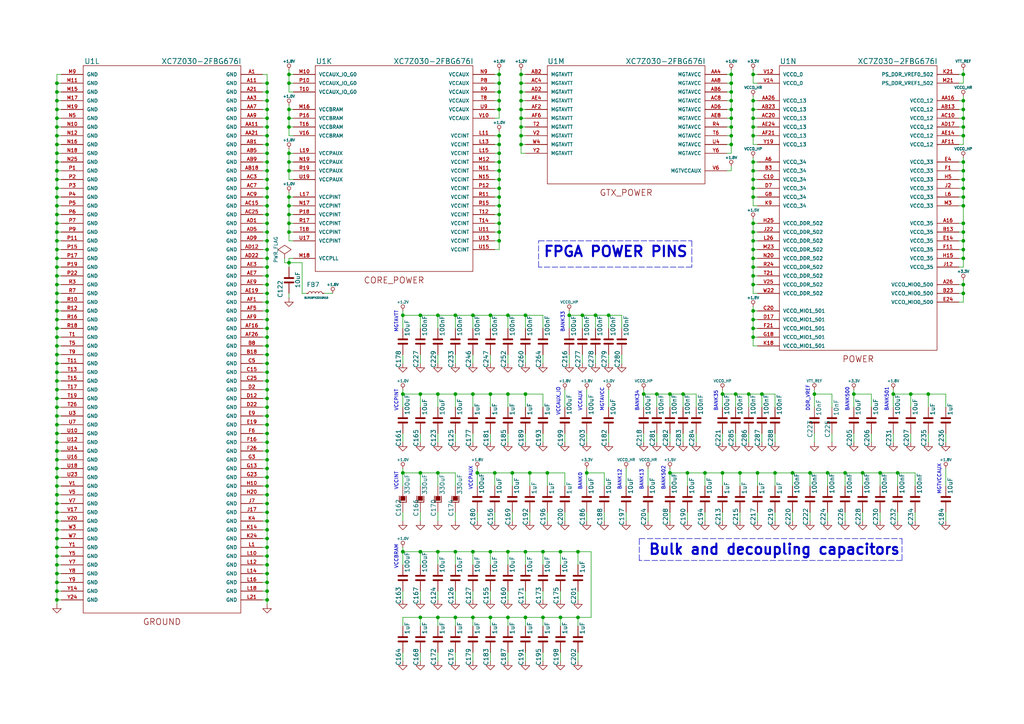
<source format=kicad_sch>
(kicad_sch (version 20231120) (generator "eeschema") (generator_version "8.0")
  (paper "A4")
  (title_block (title "CIAA-ACC FPGA POWER pins") (date "2019-08-28") (rev "V1.4") (company "COMPUTADORA INDUSTRIAL ABIERTA ARGENTINA. CIAA-ACC (HPC)") (comment 1 "Authors: See 'doc/CHANGES.txt' file.      License: See 'doc/LICENCIA_CIAA_ACC.txt' file."))
  (lib_symbols
    (symbol "CIAA_ACC:+1.0V" (power) (pin_names (offset 1.016))
      (property "Value" "+1.0V" (at 0 2.286 0))
      (symbol "+1.0V_0_0"
        (pin power_in line (at 0 0 90) (length 0) hide (name "+1.0V") (number "1"))
      )
    )
    (symbol "CIAA_ACC:+1.2V" (power) (pin_names (offset 1.016))
      (property "Value" "+1.2V" (at 0 2.286 0))
      (symbol "+1.2V_0_0"
        (pin power_in line (at 0 0 90) (length 0) hide (name "+1.2V") (number "1"))
      )
    )
    (symbol "CIAA_ACC:+1.5V" (power) (pin_names (offset 1.016))
      (property "Value" "+1.5V" (at 0 2.286 0))
      (symbol "+1.5V_0_0"
        (pin power_in line (at 0 0 90) (length 0) hide (name "+1.5V") (number "1"))
      )
    )
    (symbol "CIAA_ACC:+1.8V" (power) (pin_names (offset 1.016))
      (property "Value" "+1.8V" (at 0 2.286 0))
      (symbol "+1.8V_0_0"
        (pin power_in line (at 0 0 90) (length 0) hide (name "+1.8V") (number "1"))
      )
    )
    (symbol "CIAA_ACC:+3.3V" (power) (pin_names (offset 1.016))
      (property "Value" "+3.3V" (at 0 2.286 0))
      (symbol "+3.3V_0_0"
        (pin power_in line (at 0 0 90) (length 0) hide (name "+3.3V") (number "1"))
      )
    )
    (symbol "CIAA_ACC:C" (pin_numbers hide) (pin_names (offset 0.254))
      (property "Reference" "C" (at 0.635 2.54 0))
      (property "Value" "C" (at 0.635 -2.54 0))
      (symbol "C_1_1"
        (pin passive line (at 0 3.81 270) (length 2.794) (name "~") (number "1"))
        (pin passive line (at 0 -3.81 90) (length 2.794) (name "~") (number "2"))
      )
    )
    (symbol "CIAA_ACC:CPOL" (pin_numbers hide) (pin_names (offset 0.254) hide)
      (property "Reference" "C" (at 1.27 2.54 0))
      (property "Value" "CPOL" (at 1.27 -2.54 0))
      (symbol "CPOL_1_1"
        (pin passive line (at 0 3.81 270) (length 2.921) (name "~") (number "1"))
        (pin passive line (at 0 -3.81 90) (length 2.921) (name "~") (number "2"))
      )
    )
    (symbol "CIAA_ACC:GND" (power) (pin_names (offset 0))
      (property "Value" "GND" (at 0 -3.81 0))
      (symbol "GND_1_1"
        (pin power_in line (at 0 0 270) (length 0) hide (name "GND") (number "1"))
      )
    )
    (symbol "CIAA_ACC:L" (pin_numbers hide) (pin_names (offset 0.254) hide)
      (property "Reference" "L" (at 0.762 1.016 0))
      (property "Value" "L" (at 0.762 -1.016 0))
      (symbol "L_1_1"
        (pin passive line (at 0 2.54 270) (length 0.508) (name "~") (number "1"))
        (pin passive line (at 0 -2.54 90) (length 0.508) (name "~") (number "2"))
      )
    )
    (symbol "CIAA_ACC:PWR_FLAG" (power) (pin_numbers hide) (pin_names (offset 0) hide)
      (property "Value" "PWR_FLAG" (at 0 4.572 0))
      (symbol "PWR_FLAG_0_0"
        (pin power_out line (at 0 0 90) (length 0) (name "pwr") (number "1"))
      )
    )
    (symbol "CIAA_ACC:VCCO_HP" (power) (pin_names (offset 1.016))
      (property "Value" "VCCO_HP" (at 0 2.286 0))
      (symbol "VCCO_HP_0_0"
        (pin power_in line (at 0 0 90) (length 0) hide (name "VCCO_HP") (number "1"))
      )
    )
    (symbol "CIAA_ACC:VCCO_HR" (power) (pin_names (offset 1.016))
      (property "Value" "VCCO_HR" (at 0 2.286 0))
      (symbol "VCCO_HR_0_0"
        (pin power_in line (at 0 0 90) (length 0) hide (name "VCCO_HR") (number "1"))
      )
    )
    (symbol "CIAA_ACC:VTT_REF" (power) (pin_names (offset 1.016))
      (property "Value" "VTT_REF" (at 0 2.286 0))
      (symbol "VTT_REF_0_0"
        (pin power_in line (at 0 0 90) (length 0) hide (name "VTT_REF") (number "1"))
      )
    )
    (symbol "XC7Z030_FBG676:XC7Z030_FBG676" (pin_names (offset 1.016))
      (property "Reference" "U" (at 0 2.54 0))
      (property "Value" "XC7Z030_FBG676" (at 0 0 0))
      (symbol "XC7Z030_FBG676_1_0"
        (text "BANK_0" (at 0 -38.1 0) (effects (font (size 1.778 1.778))))
      )
      (symbol "XC7Z030_FBG676_1_1"
        (pin power_in line (at 29.21 3.81 180) (length 6.35) (name "GNDADC_0") (number "M13"))
        (pin power_in line (at 29.21 -19.05 180) (length 6.35) (name "VCCADC_0") (number "M14"))
        (pin input line (at 29.21 -29.21 180) (length 6.35) (name "VREFN_0") (number "N13"))
        (pin input line (at 29.21 -26.67 180) (length 6.35) (name "VP_0") (number "N14"))
        (pin input line (at 29.21 -24.13 180) (length 6.35) (name "VN_0") (number "P13"))
        (pin input line (at 29.21 -31.75 180) (length 6.35) (name "VREFP_0") (number "P14"))
        (pin input line (at 29.21 8.89 180) (length 6.35) (name "DXN_0") (number "R13"))
        (pin input line (at 29.21 6.35 180) (length 6.35) (name "DXP_0") (number "R14"))
        (pin bidirectional line (at -29.21 13.97 0) (length 6.35) (name "INIT_B_0") (number "R8"))
        (pin input line (at 29.21 13.97 180) (length 6.35) (name "CFGBVS_0") (number "T7"))
        (pin power_in line (at 29.21 -6.35 180) (length 6.35) (name "RSVDVCC3") (number "U8"))
        (pin input line (at 29.21 -11.43 180) (length 6.35) (name "TDI_0") (number "V11"))
        (pin power_in line (at 29.21 1.27 180) (length 6.35) (name "RSVDGND") (number "V13"))
        (pin power_in line (at 29.21 -21.59 180) (length 6.35) (name "VCCBATT_0") (number "V15"))
        (pin power_in line (at 29.21 -3.81 180) (length 6.35) (name "RSVDVCC2") (number "V8"))
        (pin input line (at -29.21 11.43 0) (length 6.35) (name "PROGRAM_B_0") (number "V9"))
        (pin output line (at 29.21 -13.97 180) (length 6.35) (name "TDO_0") (number "W10"))
        (pin input line (at 29.21 -16.51 180) (length 6.35) (name "TMS_0") (number "W11"))
        (pin input line (at 29.21 -8.89 180) (length 6.35) (name "TCK_0") (number "W12"))
        (pin power_in line (at 29.21 -1.27 180) (length 6.35) (name "RSVDVCC1") (number "W8"))
        (pin bidirectional line (at 29.21 11.43 180) (length 6.35) (name "DONE_0") (number "W9"))
      )
      (symbol "XC7Z030_FBG676_2_0"
        (text "BANK_12" (at 0 -36.83 0) (effects (font (size 1.778 1.778))))
      )
      (symbol "XC7Z030_FBG676_2_1"
        (pin bidirectional line (at 29.21 17.78 180) (length 6.35) (name "IO_L3N_T0_DQS_12") (number "AA10"))
        (pin bidirectional line (at 29.21 2.54 180) (length 6.35) (name "IO_L6N_T0_VREF_12") (number "AA12"))
        (pin bidirectional line (at 29.21 0 180) (length 6.35) (name "IO_L6P_T0_12") (number "AA13"))
        (pin bidirectional line (at -29.21 -17.78 0) (length 6.35) (name "IO_L22N_T3_12") (number "AA14"))
        (pin bidirectional line (at -29.21 -20.32 0) (length 6.35) (name "IO_L22P_T3_12") (number "AA15"))
        (pin bidirectional line (at -29.21 -2.54 0) (length 6.35) (name "IO_L19N_T3_VREF_12") (number "AA17"))
        (pin bidirectional line (at 29.21 12.7 180) (length 6.35) (name "IO_L4N_T0_12") (number "AB10"))
        (pin bidirectional line (at 29.21 10.16 180) (length 6.35) (name "IO_L4P_T0_12") (number "AB11"))
        (pin bidirectional line (at 29.21 20.32 180) (length 6.35) (name "IO_L2P_T0_12") (number "AB12"))
        (pin bidirectional line (at -29.21 22.86 0) (length 6.35) (name "IO_L14N_T2_SRCC_12") (number "AB14"))
        (pin bidirectional line (at -29.21 20.32 0) (length 6.35) (name "IO_L14P_T2_SRCC_12") (number "AB15"))
        (pin bidirectional line (at -29.21 -7.62 0) (length 6.35) (name "IO_L20N_T3_12") (number "AB16"))
        (pin bidirectional line (at -29.21 -10.16 0) (length 6.35) (name "IO_L20P_T3_12") (number "AB17"))
        (pin bidirectional line (at 29.21 22.86 180) (length 6.35) (name "IO_L2N_T0_12") (number "AC11"))
        (pin bidirectional line (at 29.21 -25.4 180) (length 6.35) (name "IO_L11P_T1_SRCC_12") (number "AC12"))
        (pin bidirectional line (at -29.21 30.48 0) (length 6.35) (name "IO_L12P_T1_MRCC_12") (number "AC13"))
        (pin bidirectional line (at -29.21 25.4 0) (length 6.35) (name "IO_L13P_T2_MRCC_12") (number "AC14"))
        (pin bidirectional line (at -29.21 -12.7 0) (length 6.35) (name "IO_L21N_T3_DQS_12") (number "AC16"))
        (pin bidirectional line (at -29.21 -15.24 0) (length 6.35) (name "IO_L21P_T3_DQS_12") (number "AC17"))
        (pin bidirectional line (at 29.21 -2.54 180) (length 6.35) (name "IO_L7N_T1_12") (number "AD10"))
        (pin bidirectional line (at 29.21 -22.86 180) (length 6.35) (name "IO_L11N_T1_SRCC_12") (number "AD11"))
        (pin bidirectional line (at -29.21 33.02 0) (length 6.35) (name "IO_L12N_T1_MRCC_12") (number "AD13"))
        (pin bidirectional line (at -29.21 27.94 0) (length 6.35) (name "IO_L13N_T2_MRCC_12") (number "AD14"))
        (pin bidirectional line (at -29.21 17.78 0) (length 6.35) (name "IO_L15N_T2_DQS_12") (number "AD15"))
        (pin bidirectional line (at -29.21 15.24 0) (length 6.35) (name "IO_L15P_T2_DQS_12") (number "AD16"))
        (pin bidirectional line (at 29.21 -5.08 180) (length 6.35) (name "IO_L7P_T1_12") (number "AE10"))
        (pin bidirectional line (at 29.21 -15.24 180) (length 6.35) (name "IO_L9P_T1_DQS_12") (number "AE11"))
        (pin bidirectional line (at 29.21 -10.16 180) (length 6.35) (name "IO_L8P_T1_12") (number "AE12"))
        (pin bidirectional line (at 29.21 -20.32 180) (length 6.35) (name "IO_L10P_T1_12") (number "AE13"))
        (pin bidirectional line (at -29.21 7.62 0) (length 6.35) (name "IO_L17N_T2_12") (number "AE15"))
        (pin bidirectional line (at -29.21 5.08 0) (length 6.35) (name "IO_L17P_T2_12") (number "AE16"))
        (pin bidirectional line (at -29.21 0 0) (length 6.35) (name "IO_L18P_T2_12") (number "AE17"))
        (pin bidirectional line (at 29.21 -12.7 180) (length 6.35) (name "IO_L9N_T1_DQS_12") (number "AF10"))
        (pin bidirectional line (at 29.21 -7.62 180) (length 6.35) (name "IO_L8N_T1_12") (number "AF12"))
        (pin bidirectional line (at 29.21 -17.78 180) (length 6.35) (name "IO_L10N_T1_12") (number "AF13"))
        (pin bidirectional line (at -29.21 12.7 0) (length 6.35) (name "IO_L16N_T2_12") (number "AF14"))
        (pin bidirectional line (at -29.21 10.16 0) (length 6.35) (name "IO_L16P_T2_12") (number "AF15"))
        (pin bidirectional line (at -29.21 2.54 0) (length 6.35) (name "IO_L18N_T2_12") (number "AF17"))
        (pin bidirectional line (at 29.21 5.08 180) (length 6.35) (name "IO_L5P_T0_12") (number "W13"))
        (pin bidirectional line (at 29.21 33.02 180) (length 6.35) (name "IO_0_12") (number "W14"))
        (pin bidirectional line (at -29.21 -27.94 0) (length 6.35) (name "IO_L24N_T3_12") (number "W15"))
        (pin bidirectional line (at -29.21 -30.48 0) (length 6.35) (name "IO_L24P_T3_12") (number "W16"))
        (pin bidirectional line (at 29.21 30.48 180) (length 6.35) (name "IO_25_12") (number "W17"))
        (pin bidirectional line (at 29.21 15.24 180) (length 6.35) (name "IO_L3P_T0_DQS_12") (number "Y10"))
        (pin bidirectional line (at 29.21 27.94 180) (length 6.35) (name "IO_L1N_T0_12") (number "Y11"))
        (pin bidirectional line (at 29.21 25.4 180) (length 6.35) (name "IO_L1P_T0_12") (number "Y12"))
        (pin bidirectional line (at 29.21 7.62 180) (length 6.35) (name "IO_L5N_T0_12") (number "Y13"))
        (pin bidirectional line (at -29.21 -22.86 0) (length 6.35) (name "IO_L23N_T3_12") (number "Y15"))
        (pin bidirectional line (at -29.21 -25.4 0) (length 6.35) (name "IO_L23P_T3_12") (number "Y16"))
        (pin bidirectional line (at -29.21 -5.08 0) (length 6.35) (name "IO_L19P_T3_12") (number "Y17"))
      )
      (symbol "XC7Z030_FBG676_3_0"
        (text "BANK_13" (at 0 -36.83 0) (effects (font (size 1.778 1.778))))
      )
      (symbol "XC7Z030_FBG676_3_1"
        (pin bidirectional line (at -29.21 -27.94 0) (length 6.35) (name "IO_L24N_T3_13") (number "AA18"))
        (pin bidirectional line (at -29.21 -20.32 0) (length 6.35) (name "IO_L22P_T3_13") (number "AA19"))
        (pin bidirectional line (at -29.21 -10.16 0) (length 6.35) (name "IO_L20P_T3_13") (number "AA20"))
        (pin bidirectional line (at 29.21 -20.32 180) (length 6.35) (name "IO_L10P_T1_13") (number "AA22"))
        (pin bidirectional line (at 29.21 -17.78 180) (length 6.35) (name "IO_L10N_T1_13") (number "AA23"))
        (pin bidirectional line (at 29.21 0 180) (length 6.35) (name "IO_L6P_T0_13") (number "AA24"))
        (pin bidirectional line (at 29.21 25.4 180) (length 6.35) (name "IO_L1P_T0_13") (number "AA25"))
        (pin bidirectional line (at -29.21 -17.78 0) (length 6.35) (name "IO_L22N_T3_13") (number "AB19"))
        (pin bidirectional line (at -29.21 -7.62 0) (length 6.35) (name "IO_L20N_T3_13") (number "AB20"))
        (pin bidirectional line (at 29.21 -15.24 180) (length 6.35) (name "IO_L9P_T1_DQS_13") (number "AB21"))
        (pin bidirectional line (at 29.21 -12.7 180) (length 6.35) (name "IO_L9N_T1_DQS_13") (number "AB22"))
        (pin bidirectional line (at 29.21 2.54 180) (length 6.35) (name "IO_L6N_T0_VREF_13") (number "AB24"))
        (pin bidirectional line (at 29.21 27.94 180) (length 6.35) (name "IO_L1N_T0_13") (number "AB25"))
        (pin bidirectional line (at 29.21 20.32 180) (length 6.35) (name "IO_L2P_T0_13") (number "AB26"))
        (pin bidirectional line (at -29.21 -15.24 0) (length 6.35) (name "IO_L21P_T3_DQS_13") (number "AC18"))
        (pin bidirectional line (at -29.21 -12.7 0) (length 6.35) (name "IO_L21N_T3_DQS_13") (number "AC19"))
        (pin bidirectional line (at -29.21 20.32 0) (length 6.35) (name "IO_L14P_T2_SRCC_13") (number "AC21"))
        (pin bidirectional line (at -29.21 22.86 0) (length 6.35) (name "IO_L14N_T2_SRCC_13") (number "AC22"))
        (pin bidirectional line (at -29.21 30.48 0) (length 6.35) (name "IO_L12P_T1_MRCC_13") (number "AC23"))
        (pin bidirectional line (at -29.21 33.02 0) (length 6.35) (name "IO_L12N_T1_MRCC_13") (number "AC24"))
        (pin bidirectional line (at 29.21 22.86 180) (length 6.35) (name "IO_L2N_T0_13") (number "AC26"))
        (pin bidirectional line (at -29.21 5.08 0) (length 6.35) (name "IO_L17P_T2_13") (number "AD18"))
        (pin bidirectional line (at -29.21 7.62 0) (length 6.35) (name "IO_L17N_T2_13") (number "AD19"))
        (pin bidirectional line (at -29.21 25.4 0) (length 6.35) (name "IO_L13P_T2_MRCC_13") (number "AD20"))
        (pin bidirectional line (at -29.21 27.94 0) (length 6.35) (name "IO_L13N_T2_MRCC_13") (number "AD21"))
        (pin bidirectional line (at 29.21 -25.4 180) (length 6.35) (name "IO_L11P_T1_SRCC_13") (number "AD23"))
        (pin bidirectional line (at 29.21 -22.86 180) (length 6.35) (name "IO_L11N_T1_SRCC_13") (number "AD24"))
        (pin bidirectional line (at 29.21 10.16 180) (length 6.35) (name "IO_L4P_T0_13") (number "AD25"))
        (pin bidirectional line (at 29.21 12.7 180) (length 6.35) (name "IO_L4N_T0_13") (number "AD26"))
        (pin bidirectional line (at -29.21 0 0) (length 6.35) (name "IO_L18P_T2_13") (number "AE18"))
        (pin bidirectional line (at -29.21 10.16 0) (length 6.35) (name "IO_L16P_T2_13") (number "AE20"))
        (pin bidirectional line (at -29.21 12.7 0) (length 6.35) (name "IO_L16N_T2_13") (number "AE21"))
        (pin bidirectional line (at 29.21 -5.08 180) (length 6.35) (name "IO_L7P_T1_13") (number "AE22"))
        (pin bidirectional line (at 29.21 -10.16 180) (length 6.35) (name "IO_L8P_T1_13") (number "AE23"))
        (pin bidirectional line (at 29.21 15.24 180) (length 6.35) (name "IO_L3P_T0_DQS_13") (number "AE25"))
        (pin bidirectional line (at 29.21 17.78 180) (length 6.35) (name "IO_L3N_T0_DQS_13") (number "AE26"))
        (pin bidirectional line (at -29.21 2.54 0) (length 6.35) (name "IO_L18N_T2_13") (number "AF18"))
        (pin bidirectional line (at -29.21 15.24 0) (length 6.35) (name "IO_L15P_T2_DQS_13") (number "AF19"))
        (pin bidirectional line (at -29.21 17.78 0) (length 6.35) (name "IO_L15N_T2_DQS_13") (number "AF20"))
        (pin bidirectional line (at 29.21 -2.54 180) (length 6.35) (name "IO_L7N_T1_13") (number "AF22"))
        (pin bidirectional line (at 29.21 -7.62 180) (length 6.35) (name "IO_L8N_T1_13") (number "AF23"))
        (pin bidirectional line (at 29.21 5.08 180) (length 6.35) (name "IO_L5P_T0_13") (number "AF24"))
        (pin bidirectional line (at 29.21 7.62 180) (length 6.35) (name "IO_L5N_T0_13") (number "AF25"))
        (pin bidirectional line (at 29.21 30.48 180) (length 6.35) (name "IO_25_13") (number "V18"))
        (pin bidirectional line (at 29.21 33.02 180) (length 6.35) (name "IO_0_13") (number "V19"))
        (pin bidirectional line (at -29.21 -25.4 0) (length 6.35) (name "IO_L23P_T3_13") (number "W18"))
        (pin bidirectional line (at -29.21 -22.86 0) (length 6.35) (name "IO_L23N_T3_13") (number "W19"))
        (pin bidirectional line (at -29.21 -5.08 0) (length 6.35) (name "IO_L19P_T3_13") (number "W20"))
        (pin bidirectional line (at -29.21 -30.48 0) (length 6.35) (name "IO_L24P_T3_13") (number "Y18"))
        (pin bidirectional line (at -29.21 -2.54 0) (length 6.35) (name "IO_L19N_T3_VREF_13") (number "Y20"))
      )
      (symbol "XC7Z030_FBG676_4_0"
        (text "BANK_33" (at 0 -36.83 0) (effects (font (size 1.778 1.778))))
      )
      (symbol "XC7Z030_FBG676_4_1"
        (pin bidirectional line (at 29.21 12.7 180) (length 6.35) (name "IO_L4N_T0_33") (number "C1"))
        (pin bidirectional line (at 29.21 10.16 180) (length 6.35) (name "IO_L4P_T0_33") (number "D1"))
        (pin bidirectional line (at 29.21 22.86 180) (length 6.35) (name "IO_L2N_T0_33") (number "D3"))
        (pin bidirectional line (at 29.21 20.32 180) (length 6.35) (name "IO_L2P_T0_33") (number "D4"))
        (pin bidirectional line (at 29.21 7.62 180) (length 6.35) (name "IO_L5N_T0_33") (number "E1"))
        (pin bidirectional line (at 29.21 5.08 180) (length 6.35) (name "IO_L5P_T0_33") (number "E2"))
        (pin bidirectional line (at 29.21 2.54 180) (length 6.35) (name "IO_L6N_T0_VREF_33") (number "E3"))
        (pin bidirectional line (at 29.21 17.78 180) (length 6.35) (name "IO_L3N_T0_DQS_33") (number "F2"))
        (pin bidirectional line (at 29.21 0 180) (length 6.35) (name "IO_L6P_T0_33") (number "F3"))
        (pin bidirectional line (at 29.21 27.94 180) (length 6.35) (name "IO_L1N_T0_33") (number "F4"))
        (pin bidirectional line (at 29.21 -17.78 180) (length 6.35) (name "IO_L10N_T1_33") (number "G1"))
        (pin bidirectional line (at 29.21 15.24 180) (length 6.35) (name "IO_L3P_T0_DQS_33") (number "G2"))
        (pin bidirectional line (at 29.21 25.4 180) (length 6.35) (name "IO_L1P_T0_33") (number "G4"))
        (pin bidirectional line (at 29.21 -2.54 180) (length 6.35) (name "IO_L7N_T1_33") (number "H1"))
        (pin bidirectional line (at 29.21 -20.32 180) (length 6.35) (name "IO_L10P_T1_33") (number "H2"))
        (pin bidirectional line (at 29.21 -7.62 180) (length 6.35) (name "IO_L8N_T1_33") (number "H3"))
        (pin bidirectional line (at 29.21 -10.16 180) (length 6.35) (name "IO_L8P_T1_33") (number "H4"))
        (pin bidirectional line (at 29.21 -5.08 180) (length 6.35) (name "IO_L7P_T1_33") (number "J1"))
        (pin bidirectional line (at -29.21 33.02 0) (length 6.35) (name "IO_L12N_T1_MRCC_33") (number "J3"))
        (pin bidirectional line (at -29.21 30.48 0) (length 6.35) (name "IO_L12P_T1_MRCC_33") (number "J4"))
        (pin bidirectional line (at -29.21 -7.62 0) (length 6.35) (name "IO_L20N_T3_33") (number "J5"))
        (pin bidirectional line (at -29.21 -17.78 0) (length 6.35) (name "IO_L22N_T3_33") (number "J6"))
        (pin bidirectional line (at 29.21 -12.7 180) (length 6.35) (name "IO_L9N_T1_DQS_33") (number "K1"))
        (pin bidirectional line (at 29.21 -15.24 180) (length 6.35) (name "IO_L9P_T1_DQS_33") (number "K2"))
        (pin bidirectional line (at 29.21 -22.86 180) (length 6.35) (name "IO_L11N_T1_SRCC_33") (number "K3"))
        (pin bidirectional line (at -29.21 -10.16 0) (length 6.35) (name "IO_L20P_T3_33") (number "K5"))
        (pin bidirectional line (at -29.21 -20.32 0) (length 6.35) (name "IO_L22P_T3_33") (number "K6"))
        (pin bidirectional line (at -29.21 -27.94 0) (length 6.35) (name "IO_L24N_T3_33") (number "K7"))
        (pin bidirectional line (at -29.21 -30.48 0) (length 6.35) (name "IO_L24P_T3_33") (number "K8"))
        (pin bidirectional line (at -29.21 12.7 0) (length 6.35) (name "IO_L16N_T2_33") (number "L2"))
        (pin bidirectional line (at 29.21 -25.4 180) (length 6.35) (name "IO_L11P_T1_SRCC_33") (number "L3"))
        (pin bidirectional line (at -29.21 22.86 0) (length 6.35) (name "IO_L14N_T2_SRCC_33") (number "L4"))
        (pin bidirectional line (at -29.21 20.32 0) (length 6.35) (name "IO_L14P_T2_SRCC_33") (number "L5"))
        (pin bidirectional line (at -29.21 -2.54 0) (length 6.35) (name "IO_L19N_T3_VREF_33") (number "L7"))
        (pin bidirectional line (at -29.21 -12.7 0) (length 6.35) (name "IO_L21N_T3_DQS_33") (number "L8"))
        (pin bidirectional line (at 29.21 33.02 180) (length 6.35) (name "IO_0_VRN_33") (number "L9"))
        (pin bidirectional line (at -29.21 2.54 0) (length 6.35) (name "IO_L18N_T2_33") (number "M1"))
        (pin bidirectional line (at -29.21 10.16 0) (length 6.35) (name "IO_L16P_T2_33") (number "M2"))
        (pin bidirectional line (at -29.21 7.62 0) (length 6.35) (name "IO_L17N_T2_33") (number "M4"))
        (pin bidirectional line (at -29.21 27.94 0) (length 6.35) (name "IO_L13N_T2_MRCC_33") (number "M5"))
        (pin bidirectional line (at -29.21 25.4 0) (length 6.35) (name "IO_L13P_T2_MRCC_33") (number "M6"))
        (pin bidirectional line (at -29.21 -5.08 0) (length 6.35) (name "IO_L19P_T3_33") (number "M7"))
        (pin bidirectional line (at -29.21 -15.24 0) (length 6.35) (name "IO_L21P_T3_DQS_33") (number "M8"))
        (pin bidirectional line (at -29.21 0 0) (length 6.35) (name "IO_L18P_T2_33") (number "N1"))
        (pin bidirectional line (at -29.21 17.78 0) (length 6.35) (name "IO_L15N_T2_DQS_33") (number "N2"))
        (pin bidirectional line (at -29.21 15.24 0) (length 6.35) (name "IO_L15P_T2_DQS_33") (number "N3"))
        (pin bidirectional line (at -29.21 5.08 0) (length 6.35) (name "IO_L17P_T2_33") (number "N4"))
        (pin bidirectional line (at -29.21 -22.86 0) (length 6.35) (name "IO_L23N_T3_33") (number "N6"))
        (pin bidirectional line (at -29.21 -25.4 0) (length 6.35) (name "IO_L23P_T3_33") (number "N7"))
        (pin bidirectional line (at 29.21 30.48 180) (length 6.35) (name "IO_25_VRP_33") (number "N8"))
      )
      (symbol "XC7Z030_FBG676_5_0"
        (text "BANK_34" (at 0 -39.37 0) (effects (font (size 1.778 1.778))))
      )
      (symbol "XC7Z030_FBG676_5_1"
        (pin bidirectional line (at -29.21 10.16 0) (length 6.35) (name "IO_L16N_T2_34") (number "A10"))
        (pin bidirectional line (at -29.21 -30.48 0) (length 6.35) (name "IO_L24N_T3_34") (number "A2"))
        (pin bidirectional line (at -29.21 -20.32 0) (length 6.35) (name "IO_L22N_T3_34") (number "A3"))
        (pin bidirectional line (at -29.21 -22.86 0) (length 6.35) (name "IO_L22P_T3_34") (number "A4"))
        (pin bidirectional line (at -29.21 -15.24 0) (length 6.35) (name "IO_L21N_T3_DQS_34") (number "A5"))
        (pin bidirectional line (at -29.21 0 0) (length 6.35) (name "IO_L18N_T2_34") (number "A7"))
        (pin bidirectional line (at -29.21 5.08 0) (length 6.35) (name "IO_L17N_T2_34") (number "A8"))
        (pin bidirectional line (at -29.21 2.54 0) (length 6.35) (name "IO_L17P_T2_34") (number "A9"))
        (pin bidirectional line (at -29.21 -25.4 0) (length 6.35) (name "IO_L23N_T3_34") (number "B1"))
        (pin bidirectional line (at -29.21 7.62 0) (length 6.35) (name "IO_L16P_T2_34") (number "B10"))
        (pin bidirectional line (at -29.21 -33.02 0) (length 6.35) (name "IO_L24P_T3_34") (number "B2"))
        (pin bidirectional line (at -29.21 -10.16 0) (length 6.35) (name "IO_L20N_T3_34") (number "B4"))
        (pin bidirectional line (at -29.21 -12.7 0) (length 6.35) (name "IO_L20P_T3_34") (number "B5"))
        (pin bidirectional line (at -29.21 -17.78 0) (length 6.35) (name "IO_L21P_T3_DQS_34") (number "B6"))
        (pin bidirectional line (at -29.21 -2.54 0) (length 6.35) (name "IO_L18P_T2_34") (number "B7"))
        (pin bidirectional line (at -29.21 15.24 0) (length 6.35) (name "IO_L15N_T2_DQS_34") (number "B9"))
        (pin bidirectional line (at -29.21 -27.94 0) (length 6.35) (name "IO_L23P_T3_34") (number "C2"))
        (pin bidirectional line (at -29.21 -5.08 0) (length 6.35) (name "IO_L19N_T3_VREF_34") (number "C3"))
        (pin bidirectional line (at -29.21 -7.62 0) (length 6.35) (name "IO_L19P_T3_34") (number "C4"))
        (pin bidirectional line (at -29.21 20.32 0) (length 6.35) (name "IO_L14N_T2_SRCC_34") (number "C6"))
        (pin bidirectional line (at -29.21 25.4 0) (length 6.35) (name "IO_L13N_T2_MRCC_34") (number "C7"))
        (pin bidirectional line (at -29.21 22.86 0) (length 6.35) (name "IO_L13P_T2_MRCC_34") (number "C8"))
        (pin bidirectional line (at -29.21 12.7 0) (length 6.35) (name "IO_L15P_T2_DQS_34") (number "C9"))
        (pin bidirectional line (at 29.21 -15.24 180) (length 6.35) (name "IO_L10N_T1_34") (number "D5"))
        (pin bidirectional line (at -29.21 17.78 0) (length 6.35) (name "IO_L14P_T2_SRCC_34") (number "D6"))
        (pin bidirectional line (at 29.21 -5.08 180) (length 6.35) (name "IO_L8N_T1_34") (number "D8"))
        (pin bidirectional line (at 29.21 -7.62 180) (length 6.35) (name "IO_L8P_T1_34") (number "D9"))
        (pin bidirectional line (at 29.21 0 180) (length 6.35) (name "IO_L7N_T1_34") (number "E5"))
        (pin bidirectional line (at 29.21 -17.78 180) (length 6.35) (name "IO_L10P_T1_34") (number "E6"))
        (pin bidirectional line (at 29.21 -20.32 180) (length 6.35) (name "IO_L11N_T1_SRCC_34") (number "E7"))
        (pin bidirectional line (at 29.21 -10.16 180) (length 6.35) (name "IO_L9N_T1_DQS_34") (number "E8"))
        (pin bidirectional line (at 29.21 -2.54 180) (length 6.35) (name "IO_L7P_T1_34") (number "F5"))
        (pin bidirectional line (at -29.21 30.48 0) (length 6.35) (name "IO_L12N_T1_MRCC_34") (number "F7"))
        (pin bidirectional line (at 29.21 -22.86 180) (length 6.35) (name "IO_L11P_T1_SRCC_34") (number "F8"))
        (pin bidirectional line (at 29.21 -12.7 180) (length 6.35) (name "IO_L9P_T1_DQS_34") (number "F9"))
        (pin bidirectional line (at 29.21 22.86 180) (length 6.35) (name "IO_L2N_T0_34") (number "G5"))
        (pin bidirectional line (at 29.21 20.32 180) (length 6.35) (name "IO_L2P_T0_34") (number "G6"))
        (pin bidirectional line (at -29.21 27.94 0) (length 6.35) (name "IO_L12P_T1_MRCC_34") (number "G7"))
        (pin bidirectional line (at 29.21 17.78 180) (length 6.35) (name "IO_L3N_T0_DQS_34") (number "G9"))
        (pin bidirectional line (at 29.21 27.94 180) (length 6.35) (name "IO_L1N_T0_34") (number "H11"))
        (pin bidirectional line (at 29.21 15.24 180) (length 6.35) (name "IO_L4N_T0_34") (number "H6"))
        (pin bidirectional line (at 29.21 12.7 180) (length 6.35) (name "IO_L4P_T0_34") (number "H7"))
        (pin bidirectional line (at 29.21 5.08 180) (length 6.35) (name "IO_L6N_T0_VREF_34") (number "H8"))
        (pin bidirectional line (at -29.21 33.02 0) (length 6.35) (name "IO_L3P_T0_DQS_PUDC_B_34") (number "H9"))
        (pin bidirectional line (at 29.21 7.62 180) (length 6.35) (name "IO_L5P_T0_34") (number "J10"))
        (pin bidirectional line (at 29.21 25.4 180) (length 6.35) (name "IO_L1P_T0_34") (number "J11"))
        (pin bidirectional line (at 29.21 2.54 180) (length 6.35) (name "IO_L6P_T0_34") (number "J8"))
        (pin bidirectional line (at 29.21 10.16 180) (length 6.35) (name "IO_L5N_T0_34") (number "J9"))
        (pin bidirectional line (at 29.21 30.48 180) (length 6.35) (name "IO_25_VRP_34") (number "K10"))
        (pin bidirectional line (at 29.21 33.02 180) (length 6.35) (name "IO_0_VRN_34") (number "K11"))
      )
      (symbol "XC7Z030_FBG676_6_0"
        (text "BANK_35" (at 0 -36.83 0) (effects (font (size 1.778 1.778))))
      )
      (symbol "XC7Z030_FBG676_6_1"
        (pin bidirectional line (at -29.21 -27.94 0) (length 6.35) (name "IO_L24N_T3_AD15N_35") (number "A12"))
        (pin bidirectional line (at -29.21 -30.48 0) (length 6.35) (name "IO_L24P_T3_AD15P_35") (number "A13"))
        (pin bidirectional line (at -29.21 -12.7 0) (length 6.35) (name "IO_L21N_T3_DQS_AD14N_35") (number "A14"))
        (pin bidirectional line (at -29.21 -15.24 0) (length 6.35) (name "IO_L21P_T3_DQS_AD14P_35") (number "A15"))
        (pin bidirectional line (at -29.21 2.54 0) (length 6.35) (name "IO_L18N_T2_AD13N_35") (number "A17"))
        (pin bidirectional line (at -29.21 -22.86 0) (length 6.35) (name "IO_L23N_T3_35") (number "B11"))
        (pin bidirectional line (at -29.21 -17.78 0) (length 6.35) (name "IO_L22N_T3_AD7N_35") (number "B12"))
        (pin bidirectional line (at -29.21 -7.62 0) (length 6.35) (name "IO_L20N_T3_AD6N_35") (number "B14"))
        (pin bidirectional line (at -29.21 7.62 0) (length 6.35) (name "IO_L17N_T2_AD5N_35") (number "B15"))
        (pin bidirectional line (at -29.21 5.08 0) (length 6.35) (name "IO_L17P_T2_AD5P_35") (number "B16"))
        (pin bidirectional line (at -29.21 0 0) (length 6.35) (name "IO_L18P_T2_AD13P_35") (number "B17"))
        (pin bidirectional line (at -29.21 -25.4 0) (length 6.35) (name "IO_L23P_T3_35") (number "C11"))
        (pin bidirectional line (at -29.21 -20.32 0) (length 6.35) (name "IO_L22P_T3_AD7P_35") (number "C12"))
        (pin bidirectional line (at -29.21 -2.54 0) (length 6.35) (name "IO_L19N_T3_VREF_35") (number "C13"))
        (pin bidirectional line (at -29.21 -10.16 0) (length 6.35) (name "IO_L20P_T3_AD6P_35") (number "C14"))
        (pin bidirectional line (at -29.21 17.78 0) (length 6.35) (name "IO_L15N_T2_DQS_AD12N_35") (number "C16"))
        (pin bidirectional line (at -29.21 15.24 0) (length 6.35) (name "IO_L15P_T2_DQS_AD12P_35") (number "C17"))
        (pin bidirectional line (at 29.21 22.86 180) (length 6.35) (name "IO_L2N_T0_AD8N_35") (number "D10"))
        (pin bidirectional line (at 29.21 12.7 180) (length 6.35) (name "IO_L4N_T0_35") (number "D11"))
        (pin bidirectional line (at -29.21 -5.08 0) (length 6.35) (name "IO_L19P_T3_35") (number "D13"))
        (pin bidirectional line (at -29.21 27.94 0) (length 6.35) (name "IO_L13N_T2_MRCC_35") (number "D14"))
        (pin bidirectional line (at -29.21 25.4 0) (length 6.35) (name "IO_L13P_T2_MRCC_35") (number "D15"))
        (pin bidirectional line (at -29.21 12.7 0) (length 6.35) (name "IO_L16N_T2_35") (number "D16"))
        (pin bidirectional line (at 29.21 20.32 180) (length 6.35) (name "IO_L2P_T0_AD8P_35") (number "E10"))
        (pin bidirectional line (at 29.21 10.16 180) (length 6.35) (name "IO_L4P_T0_35") (number "E11"))
        (pin bidirectional line (at 29.21 27.94 180) (length 6.35) (name "IO_L1N_T0_AD0N_35") (number "E12"))
        (pin bidirectional line (at 29.21 2.54 180) (length 6.35) (name "IO_L6N_T0_VREF_35") (number "E13"))
        (pin bidirectional line (at -29.21 22.86 0) (length 6.35) (name "IO_L14N_T2_AD4N_SRCC_35") (number "E15"))
        (pin bidirectional line (at -29.21 10.16 0) (length 6.35) (name "IO_L16P_T2_35") (number "E16"))
        (pin bidirectional line (at 29.21 17.78 180) (length 6.35) (name "IO_L3N_T0_DQS_AD1N_35") (number "F10"))
        (pin bidirectional line (at 29.21 25.4 180) (length 6.35) (name "IO_L1P_T0_AD0P_35") (number "F12"))
        (pin bidirectional line (at 29.21 0 180) (length 6.35) (name "IO_L6P_T0_35") (number "F13"))
        (pin bidirectional line (at 29.21 -22.86 180) (length 6.35) (name "IO_L11N_T1_SRCC_35") (number "F14"))
        (pin bidirectional line (at -29.21 20.32 0) (length 6.35) (name "IO_L14P_T2_AD4P_SRCC_35") (number "F15"))
        (pin bidirectional line (at 29.21 15.24 180) (length 6.35) (name "IO_L3P_T0_DQS_AD1P_35") (number "G10"))
        (pin bidirectional line (at 29.21 7.62 180) (length 6.35) (name "IO_L5N_T0_AD9N_35") (number "G11"))
        (pin bidirectional line (at 29.21 5.08 180) (length 6.35) (name "IO_L5P_T0_AD9P_35") (number "G12"))
        (pin bidirectional line (at 29.21 -25.4 180) (length 6.35) (name "IO_L11P_T1_SRCC_35") (number "G14"))
        (pin bidirectional line (at 29.21 -17.78 180) (length 6.35) (name "IO_L10N_T1_AD11N_35") (number "G15"))
        (pin bidirectional line (at 29.21 -20.32 180) (length 6.35) (name "IO_L10P_T1_AD11P_35") (number "G16"))
        (pin bidirectional line (at 29.21 -2.54 180) (length 6.35) (name "IO_L7N_T1_AD2N_35") (number "H12"))
        (pin bidirectional line (at 29.21 -5.08 180) (length 6.35) (name "IO_L7P_T1_AD2P_35") (number "H13"))
        (pin bidirectional line (at -29.21 33.02 0) (length 6.35) (name "IO_L12N_T1_MRCC_35") (number "H14"))
        (pin bidirectional line (at 29.21 33.02 180) (length 6.35) (name "IO_0_VRN_35") (number "H16"))
        (pin bidirectional line (at 29.21 -7.62 180) (length 6.35) (name "IO_L8N_T1_AD10N_35") (number "J13"))
        (pin bidirectional line (at -29.21 30.48 0) (length 6.35) (name "IO_L12P_T1_MRCC_35") (number "J14"))
        (pin bidirectional line (at 29.21 -12.7 180) (length 6.35) (name "IO_L9N_T1_DQS_AD3N_35") (number "J15"))
        (pin bidirectional line (at 29.21 30.48 180) (length 6.35) (name "IO_25_VRP_35") (number "K12"))
        (pin bidirectional line (at 29.21 -10.16 180) (length 6.35) (name "IO_L8P_T1_AD10P_35") (number "K13"))
        (pin bidirectional line (at 29.21 -15.24 180) (length 6.35) (name "IO_L9P_T1_DQS_AD3P_35") (number "K15"))
      )
      (symbol "XC7Z030_FBG676_7_0"
        (text "BANK_112" (at 0 -31.75 0) (effects (font (size 1.778 1.778))))
      )
      (symbol "XC7Z030_FBG676_7_1"
        (pin output line (at 29.21 7.62 180) (length 6.35) (name "MGTXTXN0_112") (number "AA1"))
        (pin output line (at 29.21 5.08 180) (length 6.35) (name "MGTXTXP0_112") (number "AA2"))
        (pin input line (at -29.21 15.24 0) (length 6.35) (name "MGTXRXN0_112") (number "AB3"))
        (pin input line (at -29.21 12.7 0) (length 6.35) (name "MGTXRXP0_112") (number "AB4"))
        (pin input line (at 29.21 15.24 180) (length 6.35) (name "MGTAVTTRCAL_112") (number "AB7"))
        (pin input line (at 29.21 12.7 180) (length 6.35) (name "MGTRREF_112") (number "AB8"))
        (pin output line (at 29.21 -15.24 180) (length 6.35) (name "MGTXTXN3_112") (number "R1"))
        (pin output line (at 29.21 -17.78 180) (length 6.35) (name "MGTXTXP3_112") (number "R2"))
        (pin input line (at -29.21 -15.24 0) (length 6.35) (name "MGTREFCLK0N_112") (number "R5"))
        (pin input line (at -29.21 -17.78 0) (length 6.35) (name "MGTREFCLK0P_112") (number "R6"))
        (pin input line (at -29.21 -7.62 0) (length 6.35) (name "MGTXRXN3_112") (number "T3"))
        (pin input line (at -29.21 -10.16 0) (length 6.35) (name "MGTXRXP3_112") (number "T4"))
        (pin output line (at 29.21 -7.62 180) (length 6.35) (name "MGTXTXN2_112") (number "U1"))
        (pin output line (at 29.21 -10.16 180) (length 6.35) (name "MGTXTXP2_112") (number "U2"))
        (pin input line (at 29.21 -22.86 180) (length 6.35) (name "MGTREFCLK1N_112") (number "U5"))
        (pin input line (at 29.21 -25.4 180) (length 6.35) (name "MGTREFCLK1P_112") (number "U6"))
        (pin input line (at -29.21 0 0) (length 6.35) (name "MGTXRXN2_112") (number "V3"))
        (pin input line (at -29.21 -2.54 0) (length 6.35) (name "MGTXRXP2_112") (number "V4"))
        (pin output line (at 29.21 0 180) (length 6.35) (name "MGTXTXN1_112") (number "W1"))
        (pin output line (at 29.21 -2.54 180) (length 6.35) (name "MGTXTXP1_112") (number "W2"))
        (pin input line (at -29.21 7.62 0) (length 6.35) (name "MGTXRXN1_112") (number "Y3"))
        (pin input line (at -29.21 5.08 0) (length 6.35) (name "MGTXRXP1_112") (number "Y4"))
      )
      (symbol "XC7Z030_FBG676_8_0"
        (text "BANK_500" (at 0 -16.51 0) (effects (font (size 1.778 1.778))))
      )
      (symbol "XC7Z030_FBG676_8_1"
        (pin bidirectional line (at -29.21 2.54 0) (length 6.35) (name "PS_MIO12_500") (number "A23"))
        (pin bidirectional line (at 29.21 -7.62 180) (length 6.35) (name "PS_MIO8_500") (number "A24"))
        (pin bidirectional line (at -29.21 7.62 0) (length 6.35) (name "PS_MIO10_500") (number "A25"))
        (pin input line (at -29.21 12.7 0) (length 6.35) (name "PS_CLK_500") (number "B24"))
        (pin bidirectional line (at -29.21 0 0) (length 6.35) (name "PS_MIO13_500") (number "B25"))
        (pin bidirectional line (at -29.21 5.08 0) (length 6.35) (name "PS_MIO11_500") (number "B26"))
        (pin input line (at -29.21 -10.16 0) (length 6.35) (name "PS_POR_B_500") (number "C23"))
        (pin bidirectional line (at -29.21 -5.08 0) (length 6.35) (name "PS_MIO15_500") (number "C24"))
        (pin bidirectional line (at 29.21 0 180) (length 6.35) (name "PS_MIO5_500") (number "C26"))
        (pin bidirectional line (at -29.21 -2.54 0) (length 6.35) (name "PS_MIO14_500") (number "D23"))
        (pin bidirectional line (at -29.21 10.16 0) (length 6.35) (name "PS_MIO9_500") (number "D24"))
        (pin bidirectional line (at 29.21 5.08 180) (length 6.35) (name "PS_MIO3_500") (number "D25"))
        (pin bidirectional line (at 29.21 10.16 180) (length 6.35) (name "PS_MIO1_500") (number "D26"))
        (pin bidirectional line (at 29.21 -5.08 180) (length 6.35) (name "PS_MIO7_500") (number "E23"))
        (pin bidirectional line (at 29.21 7.62 180) (length 6.35) (name "PS_MIO2_500") (number "E25"))
        (pin bidirectional line (at 29.21 12.7 180) (length 6.35) (name "PS_MIO0_500") (number "E26"))
        (pin bidirectional line (at 29.21 -2.54 180) (length 6.35) (name "PS_MIO6_500") (number "F23"))
        (pin bidirectional line (at 29.21 2.54 180) (length 6.35) (name "PS_MIO4_500") (number "F24"))
      )
      (symbol "XC7Z030_FBG676_9_0"
        (text "BANK_501" (at 0 -30.48 0) (effects (font (size 1.778 1.778))))
      )
      (symbol "XC7Z030_FBG676_9_1"
        (pin bidirectional line (at -29.21 -8.89 0) (length 6.35) (name "PS_MIO49_501") (number "A18"))
        (pin bidirectional line (at -29.21 -19.05 0) (length 6.35) (name "PS_MIO53_501") (number "A19"))
        (pin bidirectional line (at -29.21 -16.51 0) (length 6.35) (name "PS_MIO52_501") (number "A20"))
        (pin input line (at -29.21 -24.13 0) (length 6.35) (name "PS_SRST_B_501") (number "A22"))
        (pin bidirectional line (at -29.21 -3.81 0) (length 6.35) (name "PS_MIO47_501") (number "B19"))
        (pin bidirectional line (at -29.21 -13.97 0) (length 6.35) (name "PS_MIO51_501") (number "B20"))
        (pin bidirectional line (at -29.21 -6.35 0) (length 6.35) (name "PS_MIO48_501") (number "B21"))
        (pin bidirectional line (at -29.21 -11.43 0) (length 6.35) (name "PS_MIO50_501") (number "B22"))
        (pin bidirectional line (at -29.21 1.27 0) (length 6.35) (name "PS_MIO45_501") (number "C18"))
        (pin bidirectional line (at -29.21 11.43 0) (length 6.35) (name "PS_MIO41_501") (number "C19"))
        (pin bidirectional line (at -29.21 16.51 0) (length 6.35) (name "PS_MIO39_501") (number "C21"))
        (pin bidirectional line (at -29.21 13.97 0) (length 6.35) (name "PS_MIO40_501") (number "C22"))
        (pin bidirectional line (at -29.21 6.35 0) (length 6.35) (name "PS_MIO43_501") (number "D18"))
        (pin bidirectional line (at -29.21 26.67 0) (length 6.35) (name "PS_MIO35_501") (number "D19"))
        (pin bidirectional line (at -29.21 21.59 0) (length 6.35) (name "PS_MIO37_501") (number "D20"))
        (pin bidirectional line (at -29.21 19.05 0) (length 6.35) (name "PS_MIO38_501") (number "D21"))
        (pin bidirectional line (at -29.21 -1.27 0) (length 6.35) (name "PS_MIO46_501") (number "E17"))
        (pin bidirectional line (at -29.21 3.81 0) (length 6.35) (name "PS_MIO44_501") (number "E18"))
        (pin bidirectional line (at 29.21 -6.35 180) (length 6.35) (name "PS_MIO29_501") (number "E20"))
        (pin bidirectional line (at 29.21 -11.43 180) (length 6.35) (name "PS_MIO31_501") (number "E21"))
        (pin bidirectional line (at 29.21 -16.51 180) (length 6.35) (name "PS_MIO33_501") (number "E22"))
        (pin bidirectional line (at -29.21 8.89 0) (length 6.35) (name "PS_MIO42_501") (number "F17"))
        (pin bidirectional line (at 29.21 -1.27 180) (length 6.35) (name "PS_MIO27_501") (number "F18"))
        (pin bidirectional line (at 29.21 3.81 180) (length 6.35) (name "PS_MIO25_501") (number "F19"))
        (pin bidirectional line (at 29.21 8.89 180) (length 6.35) (name "PS_MIO23_501") (number "F20"))
        (pin bidirectional line (at 29.21 13.97 180) (length 6.35) (name "PS_MIO21_501") (number "F22"))
        (pin bidirectional line (at 29.21 24.13 180) (length 6.35) (name "PS_MIO17_501") (number "G17"))
        (pin bidirectional line (at 29.21 19.05 180) (length 6.35) (name "PS_MIO19_501") (number "G19"))
        (pin bidirectional line (at 29.21 21.59 180) (length 6.35) (name "PS_MIO18_501") (number "G20"))
        (pin bidirectional line (at 29.21 26.67 180) (length 6.35) (name "PS_MIO16_501") (number "G21"))
        (pin bidirectional line (at 29.21 11.43 180) (length 6.35) (name "PS_MIO22_501") (number "G22"))
        (pin bidirectional line (at 29.21 1.27 180) (length 6.35) (name "PS_MIO26_501") (number "H17"))
        (pin input line (at 29.21 -24.13 180) (length 6.35) (name "PS_MIO_VREF_501") (number "H18"))
        (pin bidirectional line (at 29.21 16.51 180) (length 6.35) (name "PS_MIO20_501") (number "H19"))
        (pin bidirectional line (at 29.21 -19.05 180) (length 6.35) (name "PS_MIO34_501") (number "J16"))
        (pin bidirectional line (at 29.21 -3.81 180) (length 6.35) (name "PS_MIO28_501") (number "J18"))
        (pin bidirectional line (at 29.21 6.35 180) (length 6.35) (name "PS_MIO24_501") (number "J19"))
        (pin bidirectional line (at -29.21 24.13 0) (length 6.35) (name "PS_MIO36_501") (number "K16"))
        (pin bidirectional line (at 29.21 -13.97 180) (length 6.35) (name "PS_MIO32_501") (number "K17"))
        (pin bidirectional line (at 29.21 -8.89 180) (length 6.35) (name "PS_MIO30_501") (number "K19"))
      )
      (symbol "XC7Z030_FBG676_10_0"
        (text "BANK_502" (at 0 -63.5 0) (effects (font (size 1.778 1.778))))
      )
      (symbol "XC7Z030_FBG676_10_1"
        (pin bidirectional line (at -29.21 44.45 0) (length 6.35) (name "PS_DDR_DQ1_502") (number "F25"))
        (pin output line (at 29.21 -29.21 180) (length 6.35) (name "PS_DDR_DM0_502") (number "G24"))
        (pin bidirectional line (at -29.21 -44.45 0) (length 6.35) (name "PS_DDR_DQS_N0_502") (number "G25"))
        (pin bidirectional line (at -29.21 39.37 0) (length 6.35) (name "PS_DDR_DQ3_502") (number "G26"))
        (pin output line (at 29.21 19.05 180) (length 6.35) (name "PS_DDR_A11_502") (number "H21"))
        (pin output line (at 29.21 -41.91 180) (length 6.35) (name "PS_DDR_DRST_B_502") (number "H22"))
        (pin bidirectional line (at -29.21 34.29 0) (length 6.35) (name "PS_DDR_DQ5_502") (number "H23"))
        (pin bidirectional line (at -29.21 -46.99 0) (length 6.35) (name "PS_DDR_DQS_P0_502") (number "H24"))
        (pin bidirectional line (at -29.21 36.83 0) (length 6.35) (name "PS_DDR_DQ4_502") (number "H26"))
        (pin output line (at 29.21 13.97 180) (length 6.35) (name "PS_DDR_A13_502") (number "J20"))
        (pin output line (at 29.21 29.21 180) (length 6.35) (name "PS_DDR_A7_502") (number "J21"))
        (pin bidirectional line (at -29.21 29.21 0) (length 6.35) (name "PS_DDR_DQ7_502") (number "J23"))
        (pin bidirectional line (at -29.21 31.75 0) (length 6.35) (name "PS_DDR_DQ6_502") (number "J24"))
        (pin bidirectional line (at -29.21 41.91 0) (length 6.35) (name "PS_DDR_DQ2_502") (number "J25"))
        (pin bidirectional line (at -29.21 46.99 0) (length 6.35) (name "PS_DDR_DQ0_502") (number "J26"))
        (pin output line (at 29.21 44.45 180) (length 6.35) (name "PS_DDR_A1_502") (number "K20"))
        (pin output line (at 29.21 46.99 180) (length 6.35) (name "PS_DDR_A0_502") (number "K22"))
        (pin bidirectional line (at -29.21 19.05 0) (length 6.35) (name "PS_DDR_DQ11_502") (number "K23"))
        (pin output line (at 29.21 -31.75 180) (length 6.35) (name "PS_DDR_DM1_502") (number "K25"))
        (pin bidirectional line (at -29.21 26.67 0) (length 6.35) (name "PS_DDR_DQ8_502") (number "K26"))
        (pin output line (at 29.21 31.75 180) (length 6.35) (name "PS_DDR_A6_502") (number "L20"))
        (pin output line (at 29.21 39.37 180) (length 6.35) (name "PS_DDR_A3_502") (number "L22"))
        (pin bidirectional line (at -29.21 24.13 0) (length 6.35) (name "PS_DDR_DQ9_502") (number "L23"))
        (pin bidirectional line (at 29.21 -49.53 180) (length 6.35) (name "PS_DDR_DQS_P1_502") (number "L24"))
        (pin bidirectional line (at 29.21 -46.99 180) (length 6.35) (name "PS_DDR_DQS_N1_502") (number "L25"))
        (pin output line (at 29.21 36.83 180) (length 6.35) (name "PS_DDR_A4_502") (number "M20"))
        (pin output line (at 29.21 21.59 180) (length 6.35) (name "PS_DDR_A10_502") (number "M22"))
        (pin bidirectional line (at -29.21 11.43 0) (length 6.35) (name "PS_DDR_DQ14_502") (number "M24"))
        (pin bidirectional line (at -29.21 16.51 0) (length 6.35) (name "PS_DDR_DQ12_502") (number "M25"))
        (pin bidirectional line (at -29.21 21.59 0) (length 6.35) (name "PS_DDR_DQ10_502") (number "M26"))
        (pin output line (at 29.21 41.91 180) (length 6.35) (name "PS_DDR_A2_502") (number "N21"))
        (pin output line (at 29.21 34.29 180) (length 6.35) (name "PS_DDR_A5_502") (number "N22"))
        (pin bidirectional line (at -29.21 8.89 0) (length 6.35) (name "PS_DDR_DQ15_502") (number "N23"))
        (pin bidirectional line (at -29.21 13.97 0) (length 6.35) (name "PS_DDR_DQ13_502") (number "N24"))
        (pin bidirectional line (at -29.21 1.27 0) (length 6.35) (name "PS_DDR_DQ18_502") (number "N26"))
        (pin output line (at 29.21 16.51 180) (length 6.35) (name "PS_DDR_A12_502") (number "P20"))
        (pin output line (at 29.21 -21.59 180) (length 6.35) (name "PS_DDR_CKN_502") (number "P21"))
        (pin bidirectional line (at -29.21 -1.27 0) (length 6.35) (name "PS_DDR_DQ19_502") (number "P23"))
        (pin bidirectional line (at -29.21 3.81 0) (length 6.35) (name "PS_DDR_DQ17_502") (number "P24"))
        (pin bidirectional line (at -29.21 -54.61 0) (length 6.35) (name "PS_DDR_DQS_P2_502") (number "P25"))
        (pin output line (at 29.21 -34.29 180) (length 6.35) (name "PS_DDR_DM2_502") (number "P26"))
        (pin output line (at 29.21 11.43 180) (length 6.35) (name "PS_DDR_A14_502") (number "R20"))
        (pin output line (at 29.21 -24.13 180) (length 6.35) (name "PS_DDR_CKP_502") (number "R21"))
        (pin output line (at 29.21 1.27 180) (length 6.35) (name "PS_DDR_BA2_502") (number "R22"))
        (pin bidirectional line (at -29.21 -11.43 0) (length 6.35) (name "PS_DDR_DQ23_502") (number "R23"))
        (pin bidirectional line (at -29.21 -52.07 0) (length 6.35) (name "PS_DDR_DQS_N2_502") (number "R25"))
        (pin bidirectional line (at -29.21 6.35 0) (length 6.35) (name "PS_DDR_DQ16_502") (number "R26"))
        (pin output line (at 29.21 26.67 180) (length 6.35) (name "PS_DDR_A8_502") (number "T20"))
        (pin output line (at 29.21 3.81 180) (length 6.35) (name "PS_DDR_BA1_502") (number "T22"))
        (pin bidirectional line (at -29.21 -8.89 0) (length 6.35) (name "PS_DDR_DQ22_502") (number "T23"))
        (pin bidirectional line (at -29.21 -3.81 0) (length 6.35) (name "PS_DDR_DQ20_502") (number "T24"))
        (pin bidirectional line (at -29.21 -6.35 0) (length 6.35) (name "PS_DDR_DQ21_502") (number "T25"))
        (pin output line (at 29.21 24.13 180) (length 6.35) (name "PS_DDR_A9_502") (number "U20"))
        (pin output line (at 29.21 -6.35 180) (length 6.35) (name "PS_DDR_CKE_502") (number "U21"))
        (pin output line (at 29.21 6.35 180) (length 6.35) (name "PS_DDR_BA0_502") (number "U22"))
        (pin bidirectional line (at -29.21 -19.05 0) (length 6.35) (name "PS_DDR_DQ26_502") (number "U24"))
        (pin bidirectional line (at -29.21 -21.59 0) (length 6.35) (name "PS_DDR_DQ27_502") (number "U25"))
        (pin bidirectional line (at -29.21 -16.51 0) (length 6.35) (name "PS_DDR_DQ25_502") (number "U26"))
        (pin output line (at -29.21 -36.83 0) (length 6.35) (name "PS_DDR_VRN_502") (number "V21"))
        (pin output line (at 29.21 -16.51 180) (length 6.35) (name "PS_DDR_WE_B_502") (number "V22"))
        (pin output line (at 29.21 -13.97 180) (length 6.35) (name "PS_DDR_RAS_B_502") (number "V23"))
        (pin bidirectional line (at -29.21 -13.97 0) (length 6.35) (name "PS_DDR_DQ24_502") (number "V24"))
        (pin output line (at 29.21 -36.83 180) (length 6.35) (name "PS_DDR_DM3_502") (number "V26"))
        (pin output line (at -29.21 -39.37 0) (length 6.35) (name "PS_DDR_VRP_502") (number "W21"))
        (pin bidirectional line (at -29.21 -31.75 0) (length 6.35) (name "PS_DDR_DQ31_502") (number "W23"))
        (pin bidirectional line (at 29.21 -57.15 180) (length 6.35) (name "PS_DDR_DQS_P3_502") (number "W24"))
        (pin bidirectional line (at 29.21 -54.61 180) (length 6.35) (name "PS_DDR_DQS_N3_502") (number "W25"))
        (pin bidirectional line (at -29.21 -24.13 0) (length 6.35) (name "PS_DDR_DQ28_502") (number "W26"))
        (pin output line (at 29.21 -8.89 180) (length 6.35) (name "PS_DDR_CS_B_502") (number "Y21"))
        (pin output line (at 29.21 -11.43 180) (length 6.35) (name "PS_DDR_ODT_502") (number "Y22"))
        (pin output line (at 29.21 -3.81 180) (length 6.35) (name "PS_DDR_CAS_B_502") (number "Y23"))
        (pin bidirectional line (at -29.21 -26.67 0) (length 6.35) (name "PS_DDR_DQ29_502") (number "Y25"))
        (pin bidirectional line (at -29.21 -29.21 0) (length 6.35) (name "PS_DDR_DQ30_502") (number "Y26"))
      )
      (symbol "XC7Z030_FBG676_11_0"
        (text "CORE_POWER" (at 0 -34.29 0) (effects (font (size 1.778 1.778))))
      )
      (symbol "XC7Z030_FBG676_11_1"
        (pin power_in line (at 29.21 7.62 180) (length 6.35) (name "VCCINT") (number "L11"))
        (pin power_in line (at 29.21 5.08 180) (length 6.35) (name "VCCINT") (number "L13"))
        (pin power_in line (at 29.21 2.54 180) (length 6.35) (name "VCCINT") (number "L15"))
        (pin power_in line (at -29.21 -10.16 0) (length 6.35) (name "VCCPINT") (number "L17"))
        (pin power_in line (at -29.21 2.54 0) (length 6.35) (name "VCCPAUX") (number "L19"))
        (pin power_in line (at -29.21 25.4 0) (length 6.35) (name "VCCAUX_IO_G0") (number "M10"))
        (pin power_in line (at 29.21 0 180) (length 6.35) (name "VCCINT") (number "M12"))
        (pin power_in line (at -29.21 15.24 0) (length 6.35) (name "VCCBRAM") (number "M16"))
        (pin power_in line (at -29.21 -27.94 0) (length 6.35) (name "VCCPLL") (number "M18"))
        (pin power_in line (at 29.21 -2.54 180) (length 6.35) (name "VCCINT") (number "N11"))
        (pin power_in line (at 29.21 -5.08 180) (length 6.35) (name "VCCINT") (number "N15"))
        (pin power_in line (at -29.21 -12.7 0) (length 6.35) (name "VCCPINT") (number "N17"))
        (pin power_in line (at -29.21 0 0) (length 6.35) (name "VCCPAUX") (number "N19"))
        (pin power_in line (at 29.21 25.4 180) (length 6.35) (name "VCCAUX") (number "N9"))
        (pin power_in line (at -29.21 22.86 0) (length 6.35) (name "VCCAUX_IO_G0") (number "P10"))
        (pin power_in line (at 29.21 -7.62 180) (length 6.35) (name "VCCINT") (number "P12"))
        (pin power_in line (at -29.21 12.7 0) (length 6.35) (name "VCCBRAM") (number "P16"))
        (pin power_in line (at -29.21 -15.24 0) (length 6.35) (name "VCCPINT") (number "P18"))
        (pin power_in line (at 29.21 22.86 180) (length 6.35) (name "VCCAUX") (number "P8"))
        (pin power_in line (at 29.21 -10.16 180) (length 6.35) (name "VCCINT") (number "R11"))
        (pin power_in line (at 29.21 -12.7 180) (length 6.35) (name "VCCINT") (number "R15"))
        (pin power_in line (at -29.21 -17.78 0) (length 6.35) (name "VCCPINT") (number "R17"))
        (pin power_in line (at -29.21 -2.54 0) (length 6.35) (name "VCCPAUX") (number "R19"))
        (pin power_in line (at 29.21 20.32 180) (length 6.35) (name "VCCAUX") (number "R9"))
        (pin power_in line (at -29.21 20.32 0) (length 6.35) (name "VCCAUX_IO_G0") (number "T10"))
        (pin power_in line (at 29.21 -15.24 180) (length 6.35) (name "VCCINT") (number "T12"))
        (pin power_in line (at 29.21 -17.78 180) (length 6.35) (name "VCCINT") (number "T14"))
        (pin power_in line (at -29.21 10.16 0) (length 6.35) (name "VCCBRAM") (number "T16"))
        (pin power_in line (at -29.21 -20.32 0) (length 6.35) (name "VCCPINT") (number "T18"))
        (pin power_in line (at 29.21 17.78 180) (length 6.35) (name "VCCAUX") (number "T8"))
        (pin power_in line (at 29.21 -20.32 180) (length 6.35) (name "VCCINT") (number "U11"))
        (pin power_in line (at 29.21 -22.86 180) (length 6.35) (name "VCCINT") (number "U13"))
        (pin power_in line (at 29.21 -25.4 180) (length 6.35) (name "VCCINT") (number "U15"))
        (pin power_in line (at -29.21 -22.86 0) (length 6.35) (name "VCCPINT") (number "U17"))
        (pin power_in line (at -29.21 -5.08 0) (length 6.35) (name "VCCPAUX") (number "U19"))
        (pin power_in line (at 29.21 15.24 180) (length 6.35) (name "VCCAUX") (number "U9"))
        (pin power_in line (at 29.21 12.7 180) (length 6.35) (name "VCCAUX") (number "V10"))
        (pin power_in line (at -29.21 7.62 0) (length 6.35) (name "VCCBRAM") (number "V16"))
      )
      (symbol "XC7Z030_FBG676_12_0"
        (text "GROUND" (at 0 -80.01 0) (effects (font (size 1.778 1.778))))
      )
      (symbol "XC7Z030_FBG676_12_1"
        (pin power_in line (at 29.21 78.74 180) (length 6.35) (name "GND") (number "A1"))
        (pin power_in line (at 29.21 76.2 180) (length 6.35) (name "GND") (number "A11"))
        (pin power_in line (at 29.21 73.66 180) (length 6.35) (name "GND") (number "A21"))
        (pin power_in line (at 29.21 63.5 180) (length 6.35) (name "GND") (number "AA11"))
        (pin power_in line (at 29.21 60.96 180) (length 6.35) (name "GND") (number "AA21"))
        (pin power_in line (at 29.21 71.12 180) (length 6.35) (name "GND") (number "AA3"))
        (pin power_in line (at 29.21 68.58 180) (length 6.35) (name "GND") (number "AA7"))
        (pin power_in line (at 29.21 66.04 180) (length 6.35) (name "GND") (number "AA9"))
        (pin power_in line (at 29.21 58.42 180) (length 6.35) (name "GND") (number "AB1"))
        (pin power_in line (at 29.21 50.8 180) (length 6.35) (name "GND") (number "AB18"))
        (pin power_in line (at 29.21 55.88 180) (length 6.35) (name "GND") (number "AB5"))
        (pin power_in line (at 29.21 53.34 180) (length 6.35) (name "GND") (number "AB9"))
        (pin power_in line (at 29.21 40.64 180) (length 6.35) (name "GND") (number "AC15"))
        (pin power_in line (at 29.21 38.1 180) (length 6.35) (name "GND") (number "AC25"))
        (pin power_in line (at 29.21 48.26 180) (length 6.35) (name "GND") (number "AC3"))
        (pin power_in line (at 29.21 45.72 180) (length 6.35) (name "GND") (number "AC7"))
        (pin power_in line (at 29.21 43.18 180) (length 6.35) (name "GND") (number "AC9"))
        (pin power_in line (at 29.21 35.56 180) (length 6.35) (name "GND") (number "AD1"))
        (pin power_in line (at 29.21 27.94 180) (length 6.35) (name "GND") (number "AD12"))
        (pin power_in line (at 29.21 25.4 180) (length 6.35) (name "GND") (number "AD22"))
        (pin power_in line (at 29.21 33.02 180) (length 6.35) (name "GND") (number "AD5"))
        (pin power_in line (at 29.21 30.48 180) (length 6.35) (name "GND") (number "AD9"))
        (pin power_in line (at 29.21 15.24 180) (length 6.35) (name "GND") (number "AE19"))
        (pin power_in line (at 29.21 22.86 180) (length 6.35) (name "GND") (number "AE3"))
        (pin power_in line (at 29.21 20.32 180) (length 6.35) (name "GND") (number "AE7"))
        (pin power_in line (at 29.21 17.78 180) (length 6.35) (name "GND") (number "AE9"))
        (pin power_in line (at 29.21 12.7 180) (length 6.35) (name "GND") (number "AF1"))
        (pin power_in line (at 29.21 5.08 180) (length 6.35) (name "GND") (number "AF16"))
        (pin power_in line (at 29.21 2.54 180) (length 6.35) (name "GND") (number "AF26"))
        (pin power_in line (at 29.21 10.16 180) (length 6.35) (name "GND") (number "AF5"))
        (pin power_in line (at 29.21 7.62 180) (length 6.35) (name "GND") (number "AF9"))
        (pin power_in line (at 29.21 -2.54 180) (length 6.35) (name "GND") (number "B18"))
        (pin power_in line (at 29.21 0 180) (length 6.35) (name "GND") (number "B8"))
        (pin power_in line (at 29.21 -7.62 180) (length 6.35) (name "GND") (number "C15"))
        (pin power_in line (at 29.21 -10.16 180) (length 6.35) (name "GND") (number "C25"))
        (pin power_in line (at 29.21 -5.08 180) (length 6.35) (name "GND") (number "C5"))
        (pin power_in line (at 29.21 -15.24 180) (length 6.35) (name "GND") (number "D12"))
        (pin power_in line (at 29.21 -12.7 180) (length 6.35) (name "GND") (number "D2"))
        (pin power_in line (at 29.21 -17.78 180) (length 6.35) (name "GND") (number "D22"))
        (pin power_in line (at 29.21 -22.86 180) (length 6.35) (name "GND") (number "E19"))
        (pin power_in line (at 29.21 -20.32 180) (length 6.35) (name "GND") (number "E9"))
        (pin power_in line (at 29.21 -27.94 180) (length 6.35) (name "GND") (number "F16"))
        (pin power_in line (at 29.21 -30.48 180) (length 6.35) (name "GND") (number "F26"))
        (pin power_in line (at 29.21 -25.4 180) (length 6.35) (name "GND") (number "F6"))
        (pin power_in line (at 29.21 -35.56 180) (length 6.35) (name "GND") (number "G13"))
        (pin power_in line (at 29.21 -38.1 180) (length 6.35) (name "GND") (number "G23"))
        (pin power_in line (at 29.21 -33.02 180) (length 6.35) (name "GND") (number "G3"))
        (pin power_in line (at 29.21 -40.64 180) (length 6.35) (name "GND") (number "H10"))
        (pin power_in line (at 29.21 -43.18 180) (length 6.35) (name "GND") (number "H20"))
        (pin power_in line (at 29.21 -48.26 180) (length 6.35) (name "GND") (number "J17"))
        (pin power_in line (at 29.21 -45.72 180) (length 6.35) (name "GND") (number "J7"))
        (pin power_in line (at 29.21 -53.34 180) (length 6.35) (name "GND") (number "K14"))
        (pin power_in line (at 29.21 -55.88 180) (length 6.35) (name "GND") (number "K24"))
        (pin power_in line (at 29.21 -50.8 180) (length 6.35) (name "GND") (number "K4"))
        (pin power_in line (at 29.21 -58.42 180) (length 6.35) (name "GND") (number "L1"))
        (pin power_in line (at 29.21 -60.96 180) (length 6.35) (name "GND") (number "L10"))
        (pin power_in line (at 29.21 -63.5 180) (length 6.35) (name "GND") (number "L12"))
        (pin power_in line (at 29.21 -66.04 180) (length 6.35) (name "GND") (number "L14"))
        (pin power_in line (at 29.21 -68.58 180) (length 6.35) (name "GND") (number "L16"))
        (pin power_in line (at 29.21 -71.12 180) (length 6.35) (name "GND") (number "L18"))
        (pin power_in line (at 29.21 -73.66 180) (length 6.35) (name "GND") (number "L21"))
        (pin power_in line (at -29.21 76.2 0) (length 6.35) (name "GND") (number "M11"))
        (pin power_in line (at -29.21 73.66 0) (length 6.35) (name "GND") (number "M15"))
        (pin power_in line (at -29.21 71.12 0) (length 6.35) (name "GND") (number "M17"))
        (pin power_in line (at -29.21 68.58 0) (length 6.35) (name "GND") (number "M19"))
        (pin power_in line (at -29.21 78.74 0) (length 6.35) (name "GND") (number "M9"))
        (pin power_in line (at -29.21 63.5 0) (length 6.35) (name "GND") (number "N10"))
        (pin power_in line (at -29.21 60.96 0) (length 6.35) (name "GND") (number "N12"))
        (pin power_in line (at -29.21 58.42 0) (length 6.35) (name "GND") (number "N16"))
        (pin power_in line (at -29.21 55.88 0) (length 6.35) (name "GND") (number "N18"))
        (pin power_in line (at -29.21 53.34 0) (length 6.35) (name "GND") (number "N25"))
        (pin power_in line (at -29.21 66.04 0) (length 6.35) (name "GND") (number "N5"))
        (pin power_in line (at -29.21 50.8 0) (length 6.35) (name "GND") (number "P1"))
        (pin power_in line (at -29.21 30.48 0) (length 6.35) (name "GND") (number "P11"))
        (pin power_in line (at -29.21 27.94 0) (length 6.35) (name "GND") (number "P15"))
        (pin power_in line (at -29.21 25.4 0) (length 6.35) (name "GND") (number "P17"))
        (pin power_in line (at -29.21 22.86 0) (length 6.35) (name "GND") (number "P19"))
        (pin power_in line (at -29.21 48.26 0) (length 6.35) (name "GND") (number "P2"))
        (pin power_in line (at -29.21 20.32 0) (length 6.35) (name "GND") (number "P22"))
        (pin power_in line (at -29.21 45.72 0) (length 6.35) (name "GND") (number "P3"))
        (pin power_in line (at -29.21 43.18 0) (length 6.35) (name "GND") (number "P4"))
        (pin power_in line (at -29.21 40.64 0) (length 6.35) (name "GND") (number "P5"))
        (pin power_in line (at -29.21 38.1 0) (length 6.35) (name "GND") (number "P6"))
        (pin power_in line (at -29.21 35.56 0) (length 6.35) (name "GND") (number "P7"))
        (pin power_in line (at -29.21 33.02 0) (length 6.35) (name "GND") (number "P9"))
        (pin power_in line (at -29.21 12.7 0) (length 6.35) (name "GND") (number "R10"))
        (pin power_in line (at -29.21 10.16 0) (length 6.35) (name "GND") (number "R12"))
        (pin power_in line (at -29.21 7.62 0) (length 6.35) (name "GND") (number "R16"))
        (pin power_in line (at -29.21 5.08 0) (length 6.35) (name "GND") (number "R18"))
        (pin power_in line (at -29.21 17.78 0) (length 6.35) (name "GND") (number "R3"))
        (pin power_in line (at -29.21 15.24 0) (length 6.35) (name "GND") (number "R7"))
        (pin power_in line (at -29.21 2.54 0) (length 6.35) (name "GND") (number "T1"))
        (pin power_in line (at -29.21 -5.08 0) (length 6.35) (name "GND") (number "T11"))
        (pin power_in line (at -29.21 -7.62 0) (length 6.35) (name "GND") (number "T13"))
        (pin power_in line (at -29.21 -10.16 0) (length 6.35) (name "GND") (number "T15"))
        (pin power_in line (at -29.21 -12.7 0) (length 6.35) (name "GND") (number "T17"))
        (pin power_in line (at -29.21 -15.24 0) (length 6.35) (name "GND") (number "T19"))
        (pin power_in line (at -29.21 -17.78 0) (length 6.35) (name "GND") (number "T26"))
        (pin power_in line (at -29.21 0 0) (length 6.35) (name "GND") (number "T5"))
        (pin power_in line (at -29.21 -2.54 0) (length 6.35) (name "GND") (number "T9"))
        (pin power_in line (at -29.21 -25.4 0) (length 6.35) (name "GND") (number "U10"))
        (pin power_in line (at -29.21 -27.94 0) (length 6.35) (name "GND") (number "U12"))
        (pin power_in line (at -29.21 -30.48 0) (length 6.35) (name "GND") (number "U14"))
        (pin power_in line (at -29.21 -33.02 0) (length 6.35) (name "GND") (number "U16"))
        (pin power_in line (at -29.21 -35.56 0) (length 6.35) (name "GND") (number "U18"))
        (pin power_in line (at -29.21 -38.1 0) (length 6.35) (name "GND") (number "U23"))
        (pin power_in line (at -29.21 -20.32 0) (length 6.35) (name "GND") (number "U3"))
        (pin power_in line (at -29.21 -22.86 0) (length 6.35) (name "GND") (number "U7"))
        (pin power_in line (at -29.21 -40.64 0) (length 6.35) (name "GND") (number "V1"))
        (pin power_in line (at -29.21 -48.26 0) (length 6.35) (name "GND") (number "V17"))
        (pin power_in line (at -29.21 -50.8 0) (length 6.35) (name "GND") (number "V20"))
        (pin power_in line (at -29.21 -43.18 0) (length 6.35) (name "GND") (number "V5"))
        (pin power_in line (at -29.21 -45.72 0) (length 6.35) (name "GND") (number "V7"))
        (pin power_in line (at -29.21 -53.34 0) (length 6.35) (name "GND") (number "W3"))
        (pin power_in line (at -29.21 -55.88 0) (length 6.35) (name "GND") (number "W7"))
        (pin power_in line (at -29.21 -58.42 0) (length 6.35) (name "GND") (number "Y1"))
        (pin power_in line (at -29.21 -71.12 0) (length 6.35) (name "GND") (number "Y14"))
        (pin power_in line (at -29.21 -73.66 0) (length 6.35) (name "GND") (number "Y24"))
        (pin power_in line (at -29.21 -60.96 0) (length 6.35) (name "GND") (number "Y5"))
        (pin power_in line (at -29.21 -63.5 0) (length 6.35) (name "GND") (number "Y7"))
        (pin power_in line (at -29.21 -66.04 0) (length 6.35) (name "GND") (number "Y8"))
        (pin power_in line (at -29.21 -68.58 0) (length 6.35) (name "GND") (number "Y9"))
      )
      (symbol "XC7Z030_FBG676_13_0"
        (text "GTX_POWER" (at 0 -20.32 0) (effects (font (size 1.778 1.778))))
      )
      (symbol "XC7Z030_FBG676_13_1"
        (pin power_in line (at 29.21 13.97 180) (length 6.35) (name "MGTAVCC") (number "AA4"))
        (pin power_in line (at 29.21 11.43 180) (length 6.35) (name "MGTAVCC") (number "AA8"))
        (pin power_in line (at -29.21 13.97 0) (length 6.35) (name "MGTAVTT") (number "AB2"))
        (pin power_in line (at 29.21 8.89 180) (length 6.35) (name "MGTAVCC") (number "AB6"))
        (pin power_in line (at -29.21 11.43 0) (length 6.35) (name "MGTAVTT") (number "AC4"))
        (pin power_in line (at 29.21 6.35 180) (length 6.35) (name "MGTAVCC") (number "AC8"))
        (pin power_in line (at -29.21 8.89 0) (length 6.35) (name "MGTAVTT") (number "AD2"))
        (pin power_in line (at 29.21 3.81 180) (length 6.35) (name "MGTAVCC") (number "AD6"))
        (pin power_in line (at -29.21 6.35 0) (length 6.35) (name "MGTAVTT") (number "AE4"))
        (pin power_in line (at 29.21 1.27 180) (length 6.35) (name "MGTAVCC") (number "AE8"))
        (pin power_in line (at -29.21 3.81 0) (length 6.35) (name "MGTAVTT") (number "AF2"))
        (pin power_in line (at -29.21 1.27 0) (length 6.35) (name "MGTAVTT") (number "AF6"))
        (pin power_in line (at 29.21 -1.27 180) (length 6.35) (name "MGTAVCC") (number "R4"))
        (pin power_in line (at -29.21 -1.27 0) (length 6.35) (name "MGTAVTT") (number "T2"))
        (pin power_in line (at 29.21 -3.81 180) (length 6.35) (name "MGTAVCC") (number "T6"))
        (pin power_in line (at 29.21 -6.35 180) (length 6.35) (name "MGTAVCC") (number "U4"))
        (pin power_in line (at -29.21 -3.81 0) (length 6.35) (name "MGTAVTT") (number "V2"))
        (pin power_in line (at 29.21 -13.97 180) (length 6.35) (name "MGTVCCAUX") (number "V6"))
        (pin power_in line (at -29.21 -6.35 0) (length 6.35) (name "MGTAVTT") (number "W4"))
        (pin power_in line (at -29.21 -8.89 0) (length 6.35) (name "MGTAVTT") (number "Y2"))
        (pin power_in line (at 29.21 -8.89 180) (length 6.35) (name "MGTAVCC") (number "Y6"))
      )
      (symbol "XC7Z030_FBG676_14_0"
        (text "POWER" (at 0 -49.53 0) (effects (font (size 1.778 1.778))))
      )
      (symbol "XC7Z030_FBG676_14_1"
        (pin power_in line (at 29.21 -10.16 180) (length 6.35) (name "VCCO_35") (number "A16"))
        (pin power_in line (at 29.21 -27.94 180) (length 6.35) (name "VCCO_MIO0_500") (number "A26"))
        (pin power_in line (at -29.21 7.62 0) (length 6.35) (name "VCCO_34") (number "A6"))
        (pin power_in line (at 29.21 25.4 180) (length 6.35) (name "VCCO_12") (number "AA16"))
        (pin power_in line (at -29.21 25.4 0) (length 6.35) (name "VCCO_13") (number "AA26"))
        (pin power_in line (at 29.21 22.86 180) (length 6.35) (name "VCCO_12") (number "AB13"))
        (pin power_in line (at -29.21 22.86 0) (length 6.35) (name "VCCO_13") (number "AB23"))
        (pin power_in line (at 29.21 20.32 180) (length 6.35) (name "VCCO_12") (number "AC10"))
        (pin power_in line (at -29.21 20.32 0) (length 6.35) (name "VCCO_13") (number "AC20"))
        (pin power_in line (at 29.21 17.78 180) (length 6.35) (name "VCCO_12") (number "AD17"))
        (pin power_in line (at 29.21 15.24 180) (length 6.35) (name "VCCO_12") (number "AE14"))
        (pin power_in line (at -29.21 17.78 0) (length 6.35) (name "VCCO_13") (number "AE24"))
        (pin power_in line (at 29.21 12.7 180) (length 6.35) (name "VCCO_12") (number "AF11"))
        (pin power_in line (at -29.21 15.24 0) (length 6.35) (name "VCCO_13") (number "AF21"))
        (pin power_in line (at 29.21 -12.7 180) (length 6.35) (name "VCCO_35") (number "B13"))
        (pin power_in line (at 29.21 -30.48 180) (length 6.35) (name "VCCO_MIO0_500") (number "B23"))
        (pin power_in line (at -29.21 5.08 0) (length 6.35) (name "VCCO_34") (number "B3"))
        (pin power_in line (at -29.21 2.54 0) (length 6.35) (name "VCCO_34") (number "C10"))
        (pin power_in line (at -29.21 -35.56 0) (length 6.35) (name "VCCO_MIO1_501") (number "C20"))
        (pin power_in line (at -29.21 -38.1 0) (length 6.35) (name "VCCO_MIO1_501") (number "D17"))
        (pin power_in line (at -29.21 0 0) (length 6.35) (name "VCCO_34") (number "D7"))
        (pin power_in line (at 29.21 -15.24 180) (length 6.35) (name "VCCO_35") (number "E14"))
        (pin power_in line (at 29.21 -33.02 180) (length 6.35) (name "VCCO_MIO0_500") (number "E24"))
        (pin power_in line (at 29.21 7.62 180) (length 6.35) (name "VCCO_33") (number "E4"))
        (pin power_in line (at 29.21 5.08 180) (length 6.35) (name "VCCO_33") (number "F1"))
        (pin power_in line (at 29.21 -17.78 180) (length 6.35) (name "VCCO_35") (number "F11"))
        (pin power_in line (at -29.21 -40.64 0) (length 6.35) (name "VCCO_MIO1_501") (number "F21"))
        (pin power_in line (at -29.21 -43.18 0) (length 6.35) (name "VCCO_MIO1_501") (number "G18"))
        (pin power_in line (at -29.21 -2.54 0) (length 6.35) (name "VCCO_34") (number "G8"))
        (pin power_in line (at 29.21 -20.32 180) (length 6.35) (name "VCCO_35") (number "H15"))
        (pin power_in line (at -29.21 -10.16 0) (length 6.35) (name "VCCO_DDR_502") (number "H25"))
        (pin power_in line (at 29.21 2.54 180) (length 6.35) (name "VCCO_33") (number "H5"))
        (pin power_in line (at 29.21 -22.86 180) (length 6.35) (name "VCCO_35") (number "J12"))
        (pin power_in line (at 29.21 0 180) (length 6.35) (name "VCCO_33") (number "J2"))
        (pin power_in line (at -29.21 -12.7 0) (length 6.35) (name "VCCO_DDR_502") (number "J22"))
        (pin power_in line (at -29.21 -45.72 0) (length 6.35) (name "VCCO_MIO1_501") (number "K18"))
        (pin power_in line (at 29.21 33.02 180) (length 6.35) (name "PS_DDR_VREF0_502") (number "K21"))
        (pin power_in line (at -29.21 -5.08 0) (length 6.35) (name "VCCO_34") (number "K9"))
        (pin power_in line (at -29.21 -15.24 0) (length 6.35) (name "VCCO_DDR_502") (number "L26"))
        (pin power_in line (at 29.21 -2.54 180) (length 6.35) (name "VCCO_33") (number "L6"))
        (pin power_in line (at 29.21 30.48 180) (length 6.35) (name "PS_DDR_VREF1_502") (number "M21"))
        (pin power_in line (at -29.21 -17.78 0) (length 6.35) (name "VCCO_DDR_502") (number "M23"))
        (pin power_in line (at 29.21 -5.08 180) (length 6.35) (name "VCCO_33") (number "M3"))
        (pin power_in line (at -29.21 -20.32 0) (length 6.35) (name "VCCO_DDR_502") (number "N20"))
        (pin power_in line (at -29.21 -22.86 0) (length 6.35) (name "VCCO_DDR_502") (number "R24"))
        (pin power_in line (at -29.21 -25.4 0) (length 6.35) (name "VCCO_DDR_502") (number "T21"))
        (pin power_in line (at -29.21 33.02 0) (length 6.35) (name "VCCO_0") (number "V12"))
        (pin power_in line (at -29.21 30.48 0) (length 6.35) (name "VCCO_0") (number "V14"))
        (pin power_in line (at -29.21 -27.94 0) (length 6.35) (name "VCCO_DDR_502") (number "V25"))
        (pin power_in line (at -29.21 -30.48 0) (length 6.35) (name "VCCO_DDR_502") (number "W22"))
        (pin power_in line (at -29.21 12.7 0) (length 6.35) (name "VCCO_13") (number "Y19"))
      )
    )
  )
  (junction (at 144.78 62.23))
  (junction (at 152.4 114.3))
  (junction (at 83.82 49.53))
  (junction (at 151.13 36.83))
  (junction (at 218.44 52.07))
  (junction (at 77.47 49.53))
  (junction (at 212.09 31.75))
  (junction (at 279.4 29.21))
  (junction (at 127 160.02))
  (junction (at 279.4 57.15))
  (junction (at 214.63 137.16))
  (junction (at 77.47 128.27))
  (junction (at 250.19 137.16))
  (junction (at 16.51 64.77))
  (junction (at 77.47 123.19))
  (junction (at 218.44 57.15))
  (junction (at 212.09 34.29))
  (junction (at 77.47 158.75))
  (junction (at 16.51 95.25))
  (junction (at 16.51 123.19))
  (junction (at 142.24 179.07))
  (junction (at 167.64 179.07))
  (junction (at 77.47 54.61))
  (junction (at 77.47 143.51))
  (junction (at 16.51 143.51))
  (junction (at 16.51 39.37))
  (junction (at 77.47 151.13))
  (junction (at 127 137.16))
  (junction (at 218.44 46.99))
  (junction (at 218.44 31.75))
  (junction (at 121.92 179.07))
  (junction (at 144.78 57.15))
  (junction (at 16.51 49.53))
  (junction (at 77.47 80.01))
  (junction (at 16.51 113.03))
  (junction (at 83.82 59.69))
  (junction (at 269.24 114.3))
  (junction (at 77.47 29.21))
  (junction (at 77.47 133.35))
  (junction (at 77.47 153.67))
  (junction (at 83.82 31.75))
  (junction (at 218.44 72.39))
  (junction (at 151.13 29.21))
  (junction (at 279.4 46.99))
  (junction (at 16.51 135.89))
  (junction (at 137.16 179.07))
  (junction (at 16.51 69.85))
  (junction (at 218.44 49.53))
  (junction (at 212.09 26.67))
  (junction (at 218.44 54.61))
  (junction (at 77.47 156.21))
  (junction (at 218.44 64.77))
  (junction (at 279.4 59.69))
  (junction (at 144.78 31.75))
  (junction (at 16.51 105.41))
  (junction (at 279.4 52.07))
  (junction (at 151.13 41.91))
  (junction (at 77.47 72.39))
  (junction (at 153.67 137.16))
  (junction (at 77.47 39.37))
  (junction (at 229.87 137.16))
  (junction (at 147.32 179.07))
  (junction (at 77.47 140.97))
  (junction (at 83.82 21.59))
  (junction (at 144.78 69.85))
  (junction (at 279.4 34.29))
  (junction (at 144.78 52.07))
  (junction (at 77.47 87.63))
  (junction (at 77.47 166.37))
  (junction (at 138.43 137.16))
  (junction (at 255.27 137.16))
  (junction (at 16.51 163.83))
  (junction (at 218.44 39.37))
  (junction (at 16.51 100.33))
  (junction (at 132.08 179.07))
  (junction (at 16.51 138.43))
  (junction (at 83.82 67.31))
  (junction (at 77.47 90.17))
  (junction (at 77.47 59.69))
  (junction (at 142.24 91.44))
  (junction (at 218.44 82.55))
  (junction (at 77.47 163.83))
  (junction (at 157.48 160.02))
  (junction (at 83.82 76.2))
  (junction (at 16.51 57.15))
  (junction (at 77.47 125.73))
  (junction (at 16.51 125.73))
  (junction (at 151.13 34.29))
  (junction (at 16.51 171.45))
  (junction (at 199.39 137.16))
  (junction (at 234.95 137.16))
  (junction (at 77.47 161.29))
  (junction (at 77.47 107.95))
  (junction (at 77.47 52.07))
  (junction (at 127 91.44))
  (junction (at 279.4 85.09))
  (junction (at 77.47 24.13))
  (junction (at 16.51 54.61))
  (junction (at 218.44 36.83))
  (junction (at 16.51 97.79))
  (junction (at 16.51 29.21))
  (junction (at 218.44 21.59))
  (junction (at 116.84 137.16))
  (junction (at 167.64 160.02))
  (junction (at 77.47 100.33))
  (junction (at 121.92 160.02))
  (junction (at 144.78 21.59))
  (junction (at 77.47 110.49))
  (junction (at 218.44 77.47))
  (junction (at 16.51 166.37))
  (junction (at 218.44 69.85))
  (junction (at 16.51 110.49))
  (junction (at 16.51 151.13))
  (junction (at 132.08 160.02))
  (junction (at 77.47 69.85))
  (junction (at 209.55 137.16))
  (junction (at 132.08 114.3))
  (junction (at 77.47 130.81))
  (junction (at 142.24 160.02))
  (junction (at 77.47 120.65))
  (junction (at 16.51 173.99))
  (junction (at 77.47 97.79))
  (junction (at 279.4 36.83))
  (junction (at 16.51 74.93))
  (junction (at 77.47 85.09))
  (junction (at 218.44 95.25))
  (junction (at 209.55 114.3))
  (junction (at 144.78 44.45))
  (junction (at 77.47 62.23))
  (junction (at 170.18 137.16))
  (junction (at 212.09 41.91))
  (junction (at 77.47 74.93))
  (junction (at 16.51 107.95))
  (junction (at 16.51 153.67))
  (junction (at 77.47 113.03))
  (junction (at 279.4 64.77))
  (junction (at 77.47 57.15))
  (junction (at 144.78 24.13))
  (junction (at 116.84 114.3))
  (junction (at 142.24 114.3))
  (junction (at 259.08 114.3))
  (junction (at 151.13 21.59))
  (junction (at 247.65 114.3))
  (junction (at 77.47 31.75))
  (junction (at 116.84 91.44))
  (junction (at 16.51 34.29))
  (junction (at 152.4 91.44))
  (junction (at 77.47 105.41))
  (junction (at 144.78 59.69))
  (junction (at 137.16 160.02))
  (junction (at 77.47 168.91))
  (junction (at 212.09 24.13))
  (junction (at 147.32 91.44))
  (junction (at 16.51 146.05))
  (junction (at 190.5 114.3))
  (junction (at 218.44 67.31))
  (junction (at 240.03 137.16))
  (junction (at 213.36 114.3))
  (junction (at 144.78 49.53))
  (junction (at 157.48 179.07))
  (junction (at 279.4 74.93))
  (junction (at 144.78 39.37))
  (junction (at 236.22 114.3))
  (junction (at 77.47 115.57))
  (junction (at 16.51 130.81))
  (junction (at 151.13 39.37))
  (junction (at 279.4 67.31))
  (junction (at 83.82 34.29))
  (junction (at 77.47 44.45))
  (junction (at 212.09 29.21))
  (junction (at 279.4 49.53))
  (junction (at 16.51 36.83))
  (junction (at 217.17 114.3))
  (junction (at 137.16 91.44))
  (junction (at 16.51 44.45))
  (junction (at 83.82 64.77))
  (junction (at 16.51 31.75))
  (junction (at 151.13 24.13))
  (junction (at 264.16 114.3))
  (junction (at 204.47 137.16))
  (junction (at 77.47 41.91))
  (junction (at 127 114.3))
  (junction (at 16.51 120.65))
  (junction (at 77.47 173.99))
  (junction (at 144.78 46.99))
  (junction (at 16.51 115.57))
  (junction (at 16.51 92.71))
  (junction (at 144.78 64.77))
  (junction (at 77.47 46.99))
  (junction (at 218.44 90.17))
  (junction (at 165.1 91.44))
  (junction (at 220.98 114.3))
  (junction (at 144.78 29.21))
  (junction (at 16.51 52.07))
  (junction (at 279.4 54.61))
  (junction (at 77.47 95.25))
  (junction (at 162.56 160.02))
  (junction (at 16.51 156.21))
  (junction (at 83.82 36.83))
  (junction (at 162.56 179.07))
  (junction (at 279.4 31.75))
  (junction (at 16.51 168.91))
  (junction (at 16.51 67.31))
  (junction (at 279.4 39.37))
  (junction (at 212.09 39.37))
  (junction (at 16.51 118.11))
  (junction (at 77.47 146.05))
  (junction (at 279.4 72.39))
  (junction (at 77.47 102.87))
  (junction (at 16.51 77.47))
  (junction (at 147.32 160.02))
  (junction (at 16.51 87.63))
  (junction (at 224.79 137.16))
  (junction (at 83.82 24.13))
  (junction (at 16.51 140.97))
  (junction (at 212.09 21.59))
  (junction (at 16.51 24.13))
  (junction (at 16.51 133.35))
  (junction (at 77.47 92.71))
  (junction (at 218.44 97.79))
  (junction (at 16.51 62.23))
  (junction (at 143.51 137.16))
  (junction (at 121.92 114.3))
  (junction (at 172.72 91.44))
  (junction (at 77.47 64.77))
  (junction (at 218.44 34.29))
  (junction (at 116.84 160.02))
  (junction (at 168.91 91.44))
  (junction (at 194.31 114.3))
  (junction (at 16.51 102.87))
  (junction (at 77.47 36.83))
  (junction (at 176.53 91.44))
  (junction (at 16.51 161.29))
  (junction (at 218.44 80.01))
  (junction (at 158.75 137.16))
  (junction (at 279.4 82.55))
  (junction (at 147.32 114.3))
  (junction (at 121.92 91.44))
  (junction (at 16.51 85.09))
  (junction (at 121.92 137.16))
  (junction (at 245.11 137.16))
  (junction (at 16.51 90.17))
  (junction (at 16.51 72.39))
  (junction (at 77.47 77.47))
  (junction (at 212.09 36.83))
  (junction (at 127 179.07))
  (junction (at 16.51 80.01))
  (junction (at 144.78 26.67))
  (junction (at 83.82 44.45))
  (junction (at 16.51 46.99))
  (junction (at 83.82 57.15))
  (junction (at 148.59 137.16))
  (junction (at 77.47 135.89))
  (junction (at 16.51 158.75))
  (junction (at 77.47 171.45))
  (junction (at 279.4 21.59))
  (junction (at 77.47 138.43))
  (junction (at 16.51 59.69))
  (junction (at 16.51 82.55))
  (junction (at 194.31 137.16))
  (junction (at 77.47 118.11))
  (junction (at 186.69 114.3))
  (junction (at 152.4 179.07))
  (junction (at 77.47 26.67))
  (junction (at 151.13 31.75))
  (junction (at 77.47 148.59))
  (junction (at 16.51 148.59))
  (junction (at 279.4 69.85))
  (junction (at 83.82 62.23))
  (junction (at 219.71 137.16))
  (junction (at 83.82 46.99))
  (junction (at 144.78 67.31))
  (junction (at 137.16 114.3))
  (junction (at 77.47 82.55))
  (junction (at 218.44 29.21))
  (junction (at 16.51 128.27))
  (junction (at 144.78 41.91))
  (junction (at 151.13 26.67))
  (junction (at 218.44 92.71))
  (junction (at 16.51 41.91))
  (junction (at 77.47 67.31))
  (junction (at 218.44 74.93))
  (junction (at 152.4 160.02))
  (junction (at 144.78 54.61))
  (junction (at 260.35 137.16))
  (junction (at 77.47 34.29))
  (junction (at 132.08 91.44))
  (junction (at 16.51 26.67))
  (junction (at 198.12 114.3))
  (wire (pts (xy 259.08 113.03) (xy 259.08 114.3)))
  (wire (pts (xy 157.48 163.83) (xy 157.48 160.02)))
  (wire (pts (xy 116.84 91.44) (xy 116.84 95.25)))
  (wire (pts (xy 17.78 97.79) (xy 16.51 97.79)))
  (wire (pts (xy 144.78 49.53) (xy 144.78 52.07)))
  (wire (pts (xy 152.4 179.07) (xy 147.32 179.07)))
  (wire (pts (xy 278.13 74.93) (xy 279.4 74.93)))
  (wire (pts (xy 137.16 128.27) (xy 137.16 125.73)))
  (wire (pts (xy 219.71 97.79) (xy 218.44 97.79)))
  (wire (pts (xy 17.78 143.51) (xy 16.51 143.51)))
  (wire (pts (xy 77.47 64.77) (xy 77.47 67.31)))
  (wire (pts (xy 16.51 36.83) (xy 16.51 39.37)))
  (wire (pts (xy 127 181.61) (xy 127 179.07)))
  (wire (pts (xy 121.92 102.87) (xy 121.92 105.41)))
  (wire (pts (xy 143.51 31.75) (xy 144.78 31.75)))
  (wire (pts (xy 209.55 113.03) (xy 209.55 114.3)))
  (wire (pts (xy 76.2 31.75) (xy 77.47 31.75)))
  (wire (pts (xy 132.08 128.27) (xy 132.08 125.73)))
  (wire (pts (xy 175.26 137.16) (xy 175.26 140.97)))
  (wire (pts (xy 143.51 62.23) (xy 144.78 62.23)))
  (wire (pts (xy 83.82 67.31) (xy 83.82 64.77)))
  (wire (pts (xy 218.44 72.39) (xy 218.44 74.93)))
  (wire (pts (xy 201.93 114.3) (xy 201.93 118.11)))
  (wire (pts (xy 199.39 151.13) (xy 199.39 148.59)))
  (wire (pts (xy 219.71 151.13) (xy 219.71 148.59)))
  (wire (pts (xy 16.51 74.93) (xy 16.51 77.47)))
  (wire (pts (xy 218.44 46.99) (xy 218.44 49.53)))
  (wire (pts (xy 83.82 30.48) (xy 83.82 31.75)))
  (wire (pts (xy 198.12 118.11) (xy 198.12 114.3)))
  (wire (pts (xy 144.78 59.69) (xy 144.78 62.23)))
  (wire (pts (xy 83.82 74.93) (xy 83.82 76.2)))
  (wire (pts (xy 132.08 91.44) (xy 132.08 95.25)))
  (wire (pts (xy 157.48 173.99) (xy 157.48 171.45)))
  (wire (pts (xy 259.08 114.3) (xy 259.08 118.11)))
  (wire (pts (xy 142.24 181.61) (xy 142.24 179.07)))
  (wire (pts (xy 16.51 110.49) (xy 16.51 113.03)))
  (wire (pts (xy 219.71 46.99) (xy 218.44 46.99)))
  (wire (pts (xy 152.4 160.02) (xy 157.48 160.02)))
  (wire (pts (xy 76.2 100.33) (xy 77.47 100.33)))
  (wire (pts (xy 241.3 128.27) (xy 241.3 125.73)))
  (wire (pts (xy 143.51 52.07) (xy 144.78 52.07)))
  (wire (pts (xy 17.78 166.37) (xy 16.51 166.37)))
  (wire (pts (xy 144.78 46.99) (xy 144.78 49.53)))
  (wire (pts (xy 16.51 163.83) (xy 16.51 166.37)))
  (wire (pts (xy 252.73 114.3) (xy 252.73 118.11)))
  (wire (pts (xy 147.32 179.07) (xy 142.24 179.07)))
  (wire (pts (xy 77.47 29.21) (xy 77.47 31.75)))
  (wire (pts (xy 264.16 128.27) (xy 264.16 125.73)))
  (wire (pts (xy 127 118.11) (xy 127 114.3)))
  (wire (pts (xy 144.78 26.67) (xy 144.78 29.21)))
  (wire (pts (xy 17.78 31.75) (xy 16.51 31.75)))
  (wire (pts (xy 218.44 63.5) (xy 218.44 64.77)))
  (wire (pts (xy 76.2 125.73) (xy 77.47 125.73)))
  (wire (pts (xy 143.51 41.91) (xy 144.78 41.91)))
  (wire (pts (xy 85.09 62.23) (xy 83.82 62.23)))
  (wire (pts (xy 219.71 67.31) (xy 218.44 67.31)))
  (wire (pts (xy 187.96 151.13) (xy 187.96 148.59)))
  (wire (pts (xy 151.13 34.29) (xy 151.13 36.83)))
  (wire (pts (xy 152.4 39.37) (xy 151.13 39.37)))
  (wire (pts (xy 16.51 113.03) (xy 16.51 115.57)))
  (wire (pts (xy 219.71 64.77) (xy 218.44 64.77)))
  (wire (pts (xy 153.67 137.16) (xy 158.75 137.16)))
  (wire (pts (xy 210.82 36.83) (xy 212.09 36.83)))
  (wire (pts (xy 17.78 72.39) (xy 16.51 72.39)))
  (wire (pts (xy 85.09 64.77) (xy 83.82 64.77)))
  (wire (pts (xy 180.34 91.44) (xy 180.34 95.25)))
  (wire (pts (xy 137.16 160.02) (xy 142.24 160.02)))
  (wire (pts (xy 209.55 151.13) (xy 209.55 148.59)))
  (wire (pts (xy 157.48 91.44) (xy 157.48 95.25)))
  (wire (pts (xy 218.44 31.75) (xy 218.44 34.29)))
  (polyline (pts (xy 156.21 77.47) (xy 156.21 69.85)) (stroke (width 0) (type dash)))
  (wire (pts (xy 76.2 69.85) (xy 77.47 69.85)))
  (wire (pts (xy 83.82 46.99) (xy 83.82 49.53)))
  (wire (pts (xy 170.18 137.16) (xy 175.26 137.16)))
  (wire (pts (xy 274.32 114.3) (xy 274.32 118.11)))
  (wire (pts (xy 144.78 34.29) (xy 143.51 34.29)))
  (wire (pts (xy 116.84 158.75) (xy 116.84 160.02)))
  (wire (pts (xy 170.18 118.11) (xy 170.18 113.03)))
  (wire (pts (xy 218.44 39.37) (xy 219.71 39.37)))
  (wire (pts (xy 76.2 105.41) (xy 77.47 105.41)))
  (wire (pts (xy 212.09 41.91) (xy 212.09 44.45)))
  (wire (pts (xy 278.13 72.39) (xy 279.4 72.39)))
  (wire (pts (xy 269.24 118.11) (xy 269.24 114.3)))
  (wire (pts (xy 279.4 74.93) (xy 279.4 77.47)))
  (wire (pts (xy 16.51 34.29) (xy 16.51 36.83)))
  (wire (pts (xy 16.51 120.65) (xy 16.51 123.19)))
  (wire (pts (xy 163.83 137.16) (xy 163.83 140.97)))
  (wire (pts (xy 219.71 29.21) (xy 218.44 29.21)))
  (wire (pts (xy 83.82 26.67) (xy 85.09 26.67)))
  (wire (pts (xy 274.32 135.89) (xy 274.32 140.97)))
  (wire (pts (xy 76.2 102.87) (xy 77.47 102.87)))
  (wire (pts (xy 147.32 181.61) (xy 147.32 179.07)))
  (wire (pts (xy 144.78 29.21) (xy 144.78 31.75)))
  (wire (pts (xy 148.59 151.13) (xy 148.59 148.59)))
  (wire (pts (xy 152.4 163.83) (xy 152.4 160.02)))
  (wire (pts (xy 210.82 29.21) (xy 212.09 29.21)))
  (wire (pts (xy 17.78 39.37) (xy 16.51 39.37)))
  (wire (pts (xy 17.78 100.33) (xy 16.51 100.33)))
  (wire (pts (xy 17.78 125.73) (xy 16.51 125.73)))
  (wire (pts (xy 220.98 118.11) (xy 220.98 114.3)))
  (wire (pts (xy 220.98 125.73) (xy 220.98 128.27)))
  (wire (pts (xy 127 160.02) (xy 132.08 160.02)))
  (wire (pts (xy 158.75 140.97) (xy 158.75 137.16)))
  (wire (pts (xy 143.51 137.16) (xy 143.51 140.97)))
  (wire (pts (xy 17.78 130.81) (xy 16.51 130.81)))
  (wire (pts (xy 168.91 95.25) (xy 168.91 91.44)))
  (wire (pts (xy 209.55 114.3) (xy 209.55 118.11)))
  (wire (pts (xy 147.32 95.25) (xy 147.32 91.44)))
  (wire (pts (xy 142.24 118.11) (xy 142.24 114.3)))
  (wire (pts (xy 152.4 173.99) (xy 152.4 171.45)))
  (wire (pts (xy 16.51 151.13) (xy 16.51 153.67)))
  (wire (pts (xy 116.84 135.89) (xy 116.84 137.16)))
  (wire (pts (xy 278.13 36.83) (xy 279.4 36.83)))
  (wire (pts (xy 137.16 102.87) (xy 137.16 105.41)))
  (wire (pts (xy 17.78 29.21) (xy 16.51 29.21)))
  (wire (pts (xy 241.3 114.3) (xy 241.3 118.11)))
  (wire (pts (xy 77.47 62.23) (xy 77.47 64.77)))
  (wire (pts (xy 132.08 163.83) (xy 132.08 160.02)))
  (wire (pts (xy 77.47 52.07) (xy 77.47 54.61)))
  (wire (pts (xy 77.47 46.99) (xy 77.47 49.53)))
  (wire (pts (xy 16.51 92.71) (xy 16.51 95.25)))
  (wire (pts (xy 17.78 161.29) (xy 16.51 161.29)))
  (wire (pts (xy 167.64 173.99) (xy 167.64 171.45)))
  (wire (pts (xy 265.43 140.97) (xy 265.43 137.16)))
  (wire (pts (xy 16.51 24.13) (xy 16.51 26.67)))
  (wire (pts (xy 16.51 115.57) (xy 16.51 118.11)))
  (wire (pts (xy 162.56 160.02) (xy 167.64 160.02)))
  (wire (pts (xy 172.72 102.87) (xy 172.72 105.41)))
  (wire (pts (xy 76.2 161.29) (xy 77.47 161.29)))
  (wire (pts (xy 77.47 72.39) (xy 77.47 74.93)))
  (wire (pts (xy 77.47 120.65) (xy 77.47 123.19)))
  (wire (pts (xy 16.51 128.27) (xy 16.51 130.81)))
  (wire (pts (xy 279.4 67.31) (xy 279.4 69.85)))
  (wire (pts (xy 204.47 140.97) (xy 204.47 137.16)))
  (wire (pts (xy 17.78 148.59) (xy 16.51 148.59)))
  (wire (pts (xy 121.92 191.77) (xy 121.92 189.23)))
  (wire (pts (xy 234.95 151.13) (xy 234.95 148.59)))
  (wire (pts (xy 219.71 52.07) (xy 218.44 52.07)))
  (wire (pts (xy 260.35 137.16) (xy 260.35 140.97)))
  (wire (pts (xy 214.63 151.13) (xy 214.63 148.59)))
  (wire (pts (xy 274.32 128.27) (xy 274.32 125.73)))
  (wire (pts (xy 83.82 31.75) (xy 83.82 34.29)))
  (wire (pts (xy 252.73 128.27) (xy 252.73 125.73)))
  (wire (pts (xy 16.51 97.79) (xy 16.51 100.33)))
  (wire (pts (xy 76.2 166.37) (xy 77.47 166.37)))
  (polyline (pts (xy 185.42 156.21) (xy 261.62 156.21)) (stroke (width 0) (type dash)))
  (wire (pts (xy 76.2 148.59) (xy 77.47 148.59)))
  (wire (pts (xy 16.51 118.11) (xy 16.51 120.65)))
  (wire (pts (xy 132.08 118.11) (xy 132.08 114.3)))
  (wire (pts (xy 219.71 72.39) (xy 218.44 72.39)))
  (wire (pts (xy 144.78 52.07) (xy 144.78 54.61)))
  (wire (pts (xy 143.51 46.99) (xy 144.78 46.99)))
  (wire (pts (xy 152.4 95.25) (xy 152.4 91.44)))
  (wire (pts (xy 218.44 41.91) (xy 219.71 41.91)))
  (wire (pts (xy 279.4 77.47) (xy 278.13 77.47)))
  (wire (pts (xy 85.09 34.29) (xy 83.82 34.29)))
  (wire (pts (xy 219.71 82.55) (xy 218.44 82.55)))
  (wire (pts (xy 240.03 151.13) (xy 240.03 148.59)))
  (wire (pts (xy 218.44 82.55) (xy 218.44 85.09)))
  (wire (pts (xy 279.4 29.21) (xy 279.4 31.75)))
  (wire (pts (xy 167.64 191.77) (xy 167.64 189.23)))
  (wire (pts (xy 210.82 41.91) (xy 212.09 41.91)))
  (wire (pts (xy 143.51 26.67) (xy 144.78 26.67)))
  (wire (pts (xy 16.51 146.05) (xy 16.51 148.59)))
  (wire (pts (xy 116.84 173.99) (xy 116.84 171.45)))
  (wire (pts (xy 229.87 140.97) (xy 229.87 137.16)))
  (wire (pts (xy 143.51 69.85) (xy 144.78 69.85)))
  (wire (pts (xy 76.2 44.45) (xy 77.47 44.45)))
  (wire (pts (xy 143.51 44.45) (xy 144.78 44.45)))
  (wire (pts (xy 143.51 151.13) (xy 143.51 148.59)))
  (wire (pts (xy 187.96 135.89) (xy 187.96 140.97)))
  (wire (pts (xy 85.09 24.13) (xy 83.82 24.13)))
  (wire (pts (xy 219.71 57.15) (xy 218.44 57.15)))
  (wire (pts (xy 17.78 138.43) (xy 16.51 138.43)))
  (wire (pts (xy 279.4 27.94) (xy 279.4 29.21)))
  (wire (pts (xy 121.92 151.13) (xy 121.92 148.59)))
  (wire (pts (xy 17.78 102.87) (xy 16.51 102.87)))
  (wire (pts (xy 218.44 74.93) (xy 218.44 77.47)))
  (wire (pts (xy 212.09 26.67) (xy 212.09 29.21)))
  (wire (pts (xy 76.2 143.51) (xy 77.47 143.51)))
  (wire (pts (xy 142.24 114.3) (xy 147.32 114.3)))
  (wire (pts (xy 260.35 151.13) (xy 260.35 148.59)))
  (wire (pts (xy 76.2 151.13) (xy 77.47 151.13)))
  (wire (pts (xy 152.4 114.3) (xy 157.48 114.3)))
  (wire (pts (xy 137.16 118.11) (xy 137.16 114.3)))
  (wire (pts (xy 121.92 91.44) (xy 127 91.44)))
  (wire (pts (xy 279.4 64.77) (xy 279.4 67.31)))
  (wire (pts (xy 255.27 140.97) (xy 255.27 137.16)))
  (wire (pts (xy 77.47 115.57) (xy 77.47 118.11)))
  (wire (pts (xy 76.2 92.71) (xy 77.47 92.71)))
  (wire (pts (xy 143.51 54.61) (xy 144.78 54.61)))
  (wire (pts (xy 83.82 24.13) (xy 83.82 26.67)))
  (wire (pts (xy 17.78 113.03) (xy 16.51 113.03)))
  (wire (pts (xy 76.2 64.77) (xy 77.47 64.77)))
  (wire (pts (xy 121.92 95.25) (xy 121.92 91.44)))
  (wire (pts (xy 127 151.13) (xy 127 148.59)))
  (wire (pts (xy 162.56 179.07) (xy 157.48 179.07)))
  (wire (pts (xy 77.47 41.91) (xy 77.47 44.45)))
  (wire (pts (xy 212.09 29.21) (xy 212.09 31.75)))
  (wire (pts (xy 16.51 107.95) (xy 16.51 110.49)))
  (wire (pts (xy 17.78 156.21) (xy 16.51 156.21)))
  (wire (pts (xy 16.51 54.61) (xy 16.51 57.15)))
  (wire (pts (xy 76.2 110.49) (xy 77.47 110.49)))
  (wire (pts (xy 279.4 59.69) (xy 279.4 64.77)))
  (wire (pts (xy 157.48 160.02) (xy 162.56 160.02)))
  (wire (pts (xy 218.44 100.33) (xy 219.71 100.33)))
  (wire (pts (xy 168.91 91.44) (xy 172.72 91.44)))
  (wire (pts (xy 127 114.3) (xy 132.08 114.3)))
  (wire (pts (xy 83.82 39.37) (xy 85.09 39.37)))
  (wire (pts (xy 279.4 57.15) (xy 279.4 59.69)))
  (wire (pts (xy 76.2 158.75) (xy 77.47 158.75)))
  (wire (pts (xy 116.84 91.44) (xy 121.92 91.44)))
  (polyline (pts (xy 261.62 162.56) (xy 185.42 162.56)) (stroke (width 0) (type dash)))
  (wire (pts (xy 218.44 49.53) (xy 218.44 52.07)))
  (wire (pts (xy 194.31 151.13) (xy 194.31 148.59)))
  (wire (pts (xy 219.71 90.17) (xy 218.44 90.17)))
  (wire (pts (xy 152.4 24.13) (xy 151.13 24.13)))
  (wire (pts (xy 16.51 105.41) (xy 16.51 107.95)))
  (wire (pts (xy 121.92 160.02) (xy 127 160.02)))
  (wire (pts (xy 172.72 91.44) (xy 176.53 91.44)))
  (wire (pts (xy 143.51 137.16) (xy 148.59 137.16)))
  (wire (pts (xy 229.87 151.13) (xy 229.87 148.59)))
  (wire (pts (xy 116.84 151.13) (xy 116.84 148.59)))
  (wire (pts (xy 17.78 82.55) (xy 16.51 82.55)))
  (wire (pts (xy 77.47 67.31) (xy 77.47 69.85)))
  (wire (pts (xy 77.47 21.59) (xy 77.47 24.13)))
  (wire (pts (xy 16.51 49.53) (xy 16.51 52.07)))
  (wire (pts (xy 137.16 114.3) (xy 142.24 114.3)))
  (wire (pts (xy 279.4 39.37) (xy 279.4 41.91)))
  (wire (pts (xy 158.75 151.13) (xy 158.75 148.59)))
  (wire (pts (xy 77.47 140.97) (xy 77.47 143.51)))
  (wire (pts (xy 217.17 114.3) (xy 220.98 114.3)))
  (wire (pts (xy 190.5 118.11) (xy 190.5 114.3)))
  (wire (pts (xy 76.2 59.69) (xy 77.47 59.69)))
  (wire (pts (xy 212.09 21.59) (xy 212.09 24.13)))
  (wire (pts (xy 142.24 91.44) (xy 147.32 91.44)))
  (wire (pts (xy 17.78 105.41) (xy 16.51 105.41)))
  (wire (pts (xy 16.51 130.81) (xy 16.51 133.35)))
  (wire (pts (xy 16.51 57.15) (xy 16.51 59.69)))
  (wire (pts (xy 77.47 135.89) (xy 77.47 138.43)))
  (wire (pts (xy 219.71 21.59) (xy 218.44 21.59)))
  (wire (pts (xy 250.19 140.97) (xy 250.19 137.16)))
  (wire (pts (xy 17.78 54.61) (xy 16.51 54.61)))
  (wire (pts (xy 153.67 140.97) (xy 153.67 137.16)))
  (wire (pts (xy 17.78 24.13) (xy 16.51 24.13)))
  (wire (pts (xy 16.51 173.99) (xy 16.51 175.26)))
  (wire (pts (xy 278.13 21.59) (xy 279.4 21.59)))
  (wire (pts (xy 218.44 27.94) (xy 218.44 29.21)))
  (wire (pts (xy 144.78 21.59) (xy 144.78 24.13)))
  (wire (pts (xy 83.82 86.36) (xy 83.82 85.09)))
  (wire (pts (xy 16.51 64.77) (xy 16.51 67.31)))
  (wire (pts (xy 175.26 151.13) (xy 175.26 148.59)))
  (wire (pts (xy 144.78 24.13) (xy 144.78 26.67)))
  (wire (pts (xy 77.47 105.41) (xy 77.47 107.95)))
  (wire (pts (xy 17.78 158.75) (xy 16.51 158.75)))
  (wire (pts (xy 142.24 95.25) (xy 142.24 91.44)))
  (wire (pts (xy 204.47 137.16) (xy 199.39 137.16)))
  (wire (pts (xy 116.84 160.02) (xy 121.92 160.02)))
  (wire (pts (xy 142.24 173.99) (xy 142.24 171.45)))
  (wire (pts (xy 16.51 95.25) (xy 16.51 97.79)))
  (wire (pts (xy 259.08 114.3) (xy 264.16 114.3)))
  (wire (pts (xy 132.08 191.77) (xy 132.08 189.23)))
  (wire (pts (xy 16.51 44.45) (xy 16.51 46.99)))
  (wire (pts (xy 17.78 115.57) (xy 16.51 115.57)))
  (wire (pts (xy 172.72 95.25) (xy 172.72 91.44)))
  (wire (pts (xy 152.4 191.77) (xy 152.4 189.23)))
  (wire (pts (xy 83.82 59.69) (xy 83.82 57.15)))
  (wire (pts (xy 77.47 24.13) (xy 77.47 26.67)))
  (wire (pts (xy 194.31 114.3) (xy 198.12 114.3)))
  (wire (pts (xy 77.47 113.03) (xy 77.47 115.57)))
  (wire (pts (xy 219.71 49.53) (xy 218.44 49.53)))
  (wire (pts (xy 17.78 107.95) (xy 16.51 107.95)))
  (wire (pts (xy 157.48 179.07) (xy 152.4 179.07)))
  (wire (pts (xy 16.51 39.37) (xy 16.51 41.91)))
  (wire (pts (xy 210.82 34.29) (xy 212.09 34.29)))
  (wire (pts (xy 218.44 88.9) (xy 218.44 90.17)))
  (wire (pts (xy 16.51 166.37) (xy 16.51 168.91)))
  (wire (pts (xy 77.47 148.59) (xy 77.47 151.13)))
  (wire (pts (xy 77.47 57.15) (xy 77.47 59.69)))
  (wire (pts (xy 180.34 102.87) (xy 180.34 105.41)))
  (wire (pts (xy 16.51 31.75) (xy 16.51 34.29)))
  (wire (pts (xy 76.2 173.99) (xy 77.47 173.99)))
  (wire (pts (xy 147.32 91.44) (xy 152.4 91.44)))
  (wire (pts (xy 17.78 36.83) (xy 16.51 36.83)))
  (wire (pts (xy 16.51 158.75) (xy 16.51 161.29)))
  (wire (pts (xy 76.2 107.95) (xy 77.47 107.95)))
  (wire (pts (xy 137.16 91.44) (xy 142.24 91.44)))
  (wire (pts (xy 16.51 46.99) (xy 16.51 49.53)))
  (wire (pts (xy 245.11 151.13) (xy 245.11 148.59)))
  (wire (pts (xy 17.78 146.05) (xy 16.51 146.05)))
  (wire (pts (xy 151.13 20.32) (xy 151.13 21.59)))
  (wire (pts (xy 147.32 160.02) (xy 152.4 160.02)))
  (wire (pts (xy 278.13 46.99) (xy 279.4 46.99)))
  (wire (pts (xy 219.71 80.01) (xy 218.44 80.01)))
  (wire (pts (xy 17.78 67.31) (xy 16.51 67.31)))
  (wire (pts (xy 16.51 72.39) (xy 16.51 74.93)))
  (wire (pts (xy 213.36 125.73) (xy 213.36 128.27)))
  (wire (pts (xy 147.32 114.3) (xy 152.4 114.3)))
  (wire (pts (xy 142.24 191.77) (xy 142.24 189.23)))
  (wire (pts (xy 116.84 191.77) (xy 116.84 189.23)))
  (wire (pts (xy 137.16 95.25) (xy 137.16 91.44)))
  (wire (pts (xy 132.08 179.07) (xy 127 179.07)))
  (wire (pts (xy 77.47 118.11) (xy 77.47 120.65)))
  (wire (pts (xy 186.69 128.27) (xy 186.69 125.73)))
  (wire (pts (xy 85.09 36.83) (xy 83.82 36.83)))
  (wire (pts (xy 116.84 105.41) (xy 116.84 102.87)))
  (wire (pts (xy 83.82 43.18) (xy 83.82 44.45)))
  (wire (pts (xy 234.95 137.16) (xy 229.87 137.16)))
  (wire (pts (xy 218.44 45.72) (xy 218.44 46.99)))
  (wire (pts (xy 198.12 125.73) (xy 198.12 128.27)))
  (wire (pts (xy 76.2 57.15) (xy 77.47 57.15)))
  (wire (pts (xy 76.2 82.55) (xy 77.47 82.55)))
  (wire (pts (xy 77.47 123.19) (xy 77.47 125.73)))
  (wire (pts (xy 83.82 69.85) (xy 83.82 67.31)))
  (wire (pts (xy 279.4 54.61) (xy 279.4 57.15)))
  (wire (pts (xy 85.09 67.31) (xy 83.82 67.31)))
  (wire (pts (xy 278.13 29.21) (xy 279.4 29.21)))
  (wire (pts (xy 218.44 92.71) (xy 218.44 95.25)))
  (wire (pts (xy 17.78 26.67) (xy 16.51 26.67)))
  (wire (pts (xy 279.4 46.99) (xy 279.4 49.53)))
  (wire (pts (xy 77.47 54.61) (xy 77.47 57.15)))
  (wire (pts (xy 152.4 31.75) (xy 151.13 31.75)))
  (wire (pts (xy 162.56 163.83) (xy 162.56 160.02)))
  (wire (pts (xy 218.44 20.32) (xy 218.44 21.59)))
  (wire (pts (xy 210.82 31.75) (xy 212.09 31.75)))
  (wire (pts (xy 143.51 67.31) (xy 144.78 67.31)))
  (wire (pts (xy 219.71 137.16) (xy 214.63 137.16)))
  (wire (pts (xy 77.47 77.47) (xy 77.47 80.01)))
  (wire (pts (xy 213.36 118.11) (xy 213.36 114.3)))
  (wire (pts (xy 219.71 74.93) (xy 218.44 74.93)))
  (wire (pts (xy 17.78 64.77) (xy 16.51 64.77)))
  (wire (pts (xy 218.44 39.37) (xy 218.44 41.91)))
  (wire (pts (xy 218.44 29.21) (xy 218.44 31.75)))
  (wire (pts (xy 76.2 140.97) (xy 77.47 140.97)))
  (wire (pts (xy 152.4 26.67) (xy 151.13 26.67)))
  (wire (pts (xy 236.22 128.27) (xy 236.22 125.73)))
  (wire (pts (xy 76.2 123.19) (xy 77.47 123.19)))
  (wire (pts (xy 220.98 114.3) (xy 224.79 114.3)))
  (wire (pts (xy 96.52 85.09) (xy 93.98 85.09)))
  (wire (pts (xy 16.51 156.21) (xy 16.51 158.75)))
  (wire (pts (xy 16.51 168.91) (xy 16.51 171.45)))
  (wire (pts (xy 132.08 140.97) (xy 132.08 137.16)))
  (wire (pts (xy 274.32 151.13) (xy 274.32 148.59)))
  (wire (pts (xy 245.11 137.16) (xy 240.03 137.16)))
  (wire (pts (xy 279.4 31.75) (xy 279.4 34.29)))
  (wire (pts (xy 17.78 74.93) (xy 16.51 74.93)))
  (wire (pts (xy 165.1 91.44) (xy 168.91 91.44)))
  (wire (pts (xy 152.4 128.27) (xy 152.4 125.73)))
  (wire (pts (xy 16.51 171.45) (xy 16.51 173.99)))
  (wire (pts (xy 76.2 49.53) (xy 77.47 49.53)))
  (wire (pts (xy 219.71 54.61) (xy 218.44 54.61)))
  (wire (pts (xy 219.71 36.83) (xy 218.44 36.83)))
  (wire (pts (xy 278.13 39.37) (xy 279.4 39.37)))
  (wire (pts (xy 17.78 85.09) (xy 16.51 85.09)))
  (wire (pts (xy 210.82 26.67) (xy 212.09 26.67)))
  (wire (pts (xy 250.19 137.16) (xy 245.11 137.16)))
  (wire (pts (xy 132.08 181.61) (xy 132.08 179.07)))
  (wire (pts (xy 77.47 31.75) (xy 77.47 34.29)))
  (wire (pts (xy 17.78 120.65) (xy 16.51 120.65)))
  (wire (pts (xy 16.51 80.01) (xy 16.51 82.55)))
  (wire (pts (xy 142.24 128.27) (xy 142.24 125.73)))
  (wire (pts (xy 143.51 21.59) (xy 144.78 21.59)))
  (wire (pts (xy 76.2 171.45) (xy 77.47 171.45)))
  (wire (pts (xy 181.61 151.13) (xy 181.61 148.59)))
  (wire (pts (xy 77.47 125.73) (xy 77.47 128.27)))
  (wire (pts (xy 194.31 137.16) (xy 194.31 140.97)))
  (wire (pts (xy 85.09 74.93) (xy 83.82 74.93)))
  (wire (pts (xy 116.84 137.16) (xy 116.84 140.97)))
  (wire (pts (xy 224.79 151.13) (xy 224.79 148.59)))
  (wire (pts (xy 76.2 21.59) (xy 77.47 21.59)))
  (wire (pts (xy 127 173.99) (xy 127 171.45)))
  (wire (pts (xy 132.08 102.87) (xy 132.08 105.41)))
  (wire (pts (xy 212.09 34.29) (xy 212.09 36.83)))
  (wire (pts (xy 77.47 156.21) (xy 77.47 158.75)))
  (wire (pts (xy 157.48 102.87) (xy 157.48 105.41)))
  (wire (pts (xy 194.31 125.73) (xy 194.31 128.27)))
  (wire (pts (xy 147.32 173.99) (xy 147.32 171.45)))
  (wire (pts (xy 278.13 67.31) (xy 279.4 67.31)))
  (wire (pts (xy 210.82 24.13) (xy 212.09 24.13)))
  (wire (pts (xy 17.78 92.71) (xy 16.51 92.71)))
  (wire (pts (xy 278.13 31.75) (xy 279.4 31.75)))
  (wire (pts (xy 167.64 179.07) (xy 162.56 179.07)))
  (wire (pts (xy 218.44 34.29) (xy 218.44 36.83)))
  (wire (pts (xy 17.78 168.91) (xy 16.51 168.91)))
  (wire (pts (xy 83.82 52.07) (xy 85.09 52.07)))
  (wire (pts (xy 77.47 107.95) (xy 77.47 110.49)))
  (wire (pts (xy 214.63 137.16) (xy 209.55 137.16)))
  (wire (pts (xy 76.2 120.65) (xy 77.47 120.65)))
  (wire (pts (xy 137.16 181.61) (xy 137.16 179.07)))
  (wire (pts (xy 147.32 191.77) (xy 147.32 189.23)))
  (wire (pts (xy 17.78 140.97) (xy 16.51 140.97)))
  (wire (pts (xy 138.43 151.13) (xy 138.43 148.59)))
  (wire (pts (xy 151.13 29.21) (xy 151.13 31.75)))
  (wire (pts (xy 209.55 137.16) (xy 204.47 137.16)))
  (wire (pts (xy 240.03 140.97) (xy 240.03 137.16)))
  (wire (pts (xy 165.1 91.44) (xy 165.1 95.25)))
  (wire (pts (xy 77.47 36.83) (xy 77.47 39.37)))
  (wire (pts (xy 16.51 140.97) (xy 16.51 143.51)))
  (wire (pts (xy 278.13 54.61) (xy 279.4 54.61)))
  (wire (pts (xy 147.32 102.87) (xy 147.32 105.41)))
  (wire (pts (xy 76.2 62.23) (xy 77.47 62.23)))
  (wire (pts (xy 171.45 160.02) (xy 171.45 179.07)))
  (wire (pts (xy 17.78 49.53) (xy 16.51 49.53)))
  (wire (pts (xy 214.63 140.97) (xy 214.63 137.16)))
  (wire (pts (xy 132.08 114.3) (xy 137.16 114.3)))
  (wire (pts (xy 17.78 171.45) (xy 16.51 171.45)))
  (wire (pts (xy 76.2 67.31) (xy 77.47 67.31)))
  (wire (pts (xy 83.82 21.59) (xy 83.82 24.13)))
  (wire (pts (xy 212.09 49.53) (xy 210.82 49.53)))
  (wire (pts (xy 127 91.44) (xy 132.08 91.44)))
  (wire (pts (xy 16.51 77.47) (xy 16.51 80.01)))
  (wire (pts (xy 210.82 39.37) (xy 212.09 39.37)))
  (wire (pts (xy 76.2 39.37) (xy 77.47 39.37)))
  (wire (pts (xy 85.09 46.99) (xy 83.82 46.99)))
  (wire (pts (xy 279.4 41.91) (xy 278.13 41.91)))
  (wire (pts (xy 194.31 118.11) (xy 194.31 114.3)))
  (wire (pts (xy 121.92 114.3) (xy 121.92 118.11)))
  (wire (pts (xy 17.78 44.45) (xy 16.51 44.45)))
  (wire (pts (xy 219.71 34.29) (xy 218.44 34.29)))
  (wire (pts (xy 278.13 59.69) (xy 279.4 59.69)))
  (wire (pts (xy 279.4 21.59) (xy 279.4 24.13)))
  (wire (pts (xy 152.4 36.83) (xy 151.13 36.83)))
  (wire (pts (xy 77.47 146.05) (xy 77.47 148.59)))
  (wire (pts (xy 194.31 135.89) (xy 194.31 137.16)))
  (wire (pts (xy 83.82 57.15) (xy 83.82 55.88)))
  (wire (pts (xy 144.78 31.75) (xy 144.78 34.29)))
  (wire (pts (xy 127 140.97) (xy 127 137.16)))
  (wire (pts (xy 17.78 69.85) (xy 16.51 69.85)))
  (wire (pts (xy 171.45 179.07) (xy 167.64 179.07)))
  (wire (pts (xy 17.78 153.67) (xy 16.51 153.67)))
  (wire (pts (xy 269.24 128.27) (xy 269.24 125.73)))
  (wire (pts (xy 77.47 34.29) (xy 77.47 36.83)))
  (wire (pts (xy 147.32 163.83) (xy 147.32 160.02)))
  (wire (pts (xy 204.47 151.13) (xy 204.47 148.59)))
  (wire (pts (xy 77.47 138.43) (xy 77.47 140.97)))
  (wire (pts (xy 279.4 24.13) (xy 278.13 24.13)))
  (wire (pts (xy 240.03 137.16) (xy 234.95 137.16)))
  (wire (pts (xy 163.83 151.13) (xy 163.83 148.59)))
  (wire (pts (xy 76.2 118.11) (xy 77.47 118.11)))
  (wire (pts (xy 144.78 38.1) (xy 144.78 39.37)))
  (wire (pts (xy 83.82 64.77) (xy 83.82 62.23)))
  (wire (pts (xy 158.75 137.16) (xy 163.83 137.16)))
  (wire (pts (xy 218.44 64.77) (xy 218.44 67.31)))
  (wire (pts (xy 76.2 146.05) (xy 77.47 146.05)))
  (wire (pts (xy 186.69 114.3) (xy 186.69 118.11)))
  (wire (pts (xy 76.2 97.79) (xy 77.47 97.79)))
  (wire (pts (xy 17.78 59.69) (xy 16.51 59.69)))
  (wire (pts (xy 121.92 137.16) (xy 116.84 137.16)))
  (wire (pts (xy 127 137.16) (xy 121.92 137.16)))
  (wire (pts (xy 77.47 151.13) (xy 77.47 153.67)))
  (wire (pts (xy 16.51 153.67) (xy 16.51 156.21)))
  (wire (pts (xy 190.5 125.73) (xy 190.5 128.27)))
  (wire (pts (xy 16.51 143.51) (xy 16.51 146.05)))
  (wire (pts (xy 116.84 90.17) (xy 116.84 91.44)))
  (wire (pts (xy 17.78 90.17) (xy 16.51 90.17)))
  (wire (pts (xy 76.2 77.47) (xy 77.47 77.47)))
  (wire (pts (xy 76.2 54.61) (xy 77.47 54.61)))
  (wire (pts (xy 132.08 160.02) (xy 137.16 160.02)))
  (wire (pts (xy 132.08 91.44) (xy 137.16 91.44)))
  (wire (pts (xy 116.84 114.3) (xy 116.84 118.11)))
  (wire (pts (xy 162.56 181.61) (xy 162.56 179.07)))
  (wire (pts (xy 121.92 173.99) (xy 121.92 171.45)))
  (wire (pts (xy 116.84 179.07) (xy 116.84 181.61)))
  (wire (pts (xy 255.27 151.13) (xy 255.27 148.59)))
  (wire (pts (xy 77.47 74.93) (xy 77.47 77.47)))
  (wire (pts (xy 17.78 57.15) (xy 16.51 57.15)))
  (wire (pts (xy 162.56 173.99) (xy 162.56 171.45)))
  (wire (pts (xy 167.64 181.61) (xy 167.64 179.07)))
  (wire (pts (xy 165.1 90.17) (xy 165.1 91.44)))
  (wire (pts (xy 116.84 114.3) (xy 121.92 114.3)))
  (wire (pts (xy 247.65 113.03) (xy 247.65 114.3)))
  (wire (pts (xy 137.16 191.77) (xy 137.16 189.23)))
  (wire (pts (xy 16.51 87.63) (xy 16.51 90.17)))
  (wire (pts (xy 143.51 49.53) (xy 144.78 49.53)))
  (wire (pts (xy 142.24 102.87) (xy 142.24 105.41)))
  (wire (pts (xy 218.44 54.61) (xy 218.44 57.15)))
  (wire (pts (xy 148.59 140.97) (xy 148.59 137.16)))
  (wire (pts (xy 218.44 90.17) (xy 218.44 92.71)))
  (wire (pts (xy 265.43 151.13) (xy 265.43 148.59)))
  (wire (pts (xy 121.92 163.83) (xy 121.92 160.02)))
  (wire (pts (xy 77.47 110.49) (xy 77.47 113.03)))
  (wire (pts (xy 224.79 137.16) (xy 219.71 137.16)))
  (wire (pts (xy 163.83 125.73) (xy 163.83 128.27)))
  (wire (pts (xy 76.2 80.01) (xy 77.47 80.01)))
  (wire (pts (xy 16.51 161.29) (xy 16.51 163.83)))
  (wire (pts (xy 170.18 125.73) (xy 170.18 128.27)))
  (wire (pts (xy 77.47 80.01) (xy 77.47 82.55)))
  (wire (pts (xy 163.83 118.11) (xy 163.83 113.03)))
  (wire (pts (xy 151.13 39.37) (xy 151.13 41.91)))
  (wire (pts (xy 218.44 21.59) (xy 218.44 24.13)))
  (wire (pts (xy 77.47 128.27) (xy 77.47 130.81)))
  (wire (pts (xy 209.55 114.3) (xy 213.36 114.3)))
  (wire (pts (xy 138.43 137.16) (xy 143.51 137.16)))
  (wire (pts (xy 181.61 135.89) (xy 181.61 140.97)))
  (wire (pts (xy 132.08 137.16) (xy 127 137.16)))
  (wire (pts (xy 236.22 114.3) (xy 241.3 114.3)))
  (wire (pts (xy 218.44 24.13) (xy 219.71 24.13)))
  (wire (pts (xy 83.82 76.2) (xy 83.82 77.47)))
  (wire (pts (xy 77.47 173.99) (xy 77.47 175.26)))
  (wire (pts (xy 250.19 151.13) (xy 250.19 148.59)))
  (wire (pts (xy 16.51 133.35) (xy 16.51 135.89)))
  (wire (pts (xy 151.13 44.45) (xy 152.4 44.45)))
  (wire (pts (xy 152.4 21.59) (xy 151.13 21.59)))
  (wire (pts (xy 144.78 72.39) (xy 143.51 72.39)))
  (wire (pts (xy 16.51 148.59) (xy 16.51 151.13)))
  (wire (pts (xy 77.47 44.45) (xy 77.47 46.99)))
  (wire (pts (xy 16.51 100.33) (xy 16.51 102.87)))
  (wire (pts (xy 137.16 179.07) (xy 132.08 179.07)))
  (wire (pts (xy 17.78 163.83) (xy 16.51 163.83)))
  (wire (pts (xy 76.2 29.21) (xy 77.47 29.21)))
  (wire (pts (xy 16.51 69.85) (xy 16.51 72.39)))
  (wire (pts (xy 144.78 54.61) (xy 144.78 57.15)))
  (wire (pts (xy 83.82 62.23) (xy 83.82 59.69)))
  (wire (pts (xy 279.4 69.85) (xy 279.4 72.39)))
  (wire (pts (xy 234.95 140.97) (xy 234.95 137.16)))
  (wire (pts (xy 76.2 52.07) (xy 77.47 52.07)))
  (wire (pts (xy 143.51 59.69) (xy 144.78 59.69)))
  (wire (pts (xy 245.11 140.97) (xy 245.11 137.16)))
  (wire (pts (xy 157.48 191.77) (xy 157.48 189.23)))
  (wire (pts (xy 127 179.07) (xy 121.92 179.07)))
  (wire (pts (xy 85.09 21.59) (xy 83.82 21.59)))
  (wire (pts (xy 82.55 74.93) (xy 82.55 76.2)))
  (wire (pts (xy 148.59 137.16) (xy 153.67 137.16)))
  (wire (pts (xy 152.4 118.11) (xy 152.4 114.3)))
  (wire (pts (xy 77.47 82.55) (xy 77.47 85.09)))
  (wire (pts (xy 77.47 143.51) (xy 77.47 146.05)))
  (wire (pts (xy 219.71 95.25) (xy 218.44 95.25)))
  (wire (pts (xy 144.78 20.32) (xy 144.78 21.59)))
  (wire (pts (xy 212.09 36.83) (xy 212.09 39.37)))
  (wire (pts (xy 151.13 36.83) (xy 151.13 39.37)))
  (wire (pts (xy 17.78 41.91) (xy 16.51 41.91)))
  (wire (pts (xy 76.2 115.57) (xy 77.47 115.57)))
  (wire (pts (xy 279.4 52.07) (xy 279.4 54.61)))
  (wire (pts (xy 279.4 49.53) (xy 279.4 52.07)))
  (wire (pts (xy 77.47 87.63) (xy 77.47 90.17)))
  (wire (pts (xy 17.78 34.29) (xy 16.51 34.29)))
  (wire (pts (xy 219.71 31.75) (xy 218.44 31.75)))
  (wire (pts (xy 16.51 59.69) (xy 16.51 62.23)))
  (wire (pts (xy 76.2 95.25) (xy 77.47 95.25)))
  (wire (pts (xy 143.51 24.13) (xy 144.78 24.13)))
  (wire (pts (xy 83.82 44.45) (xy 83.82 46.99)))
  (wire (pts (xy 16.51 123.19) (xy 16.51 125.73)))
  (wire (pts (xy 127 128.27) (xy 127 125.73)))
  (wire (pts (xy 137.16 163.83) (xy 137.16 160.02)))
  (wire (pts (xy 218.44 95.25) (xy 218.44 97.79)))
  (polyline (pts (xy 156.21 69.85) (xy 200.66 69.85)) (stroke (width 0) (type dash)))
  (wire (pts (xy 219.71 69.85) (xy 218.44 69.85)))
  (wire (pts (xy 279.4 72.39) (xy 279.4 74.93)))
  (wire (pts (xy 121.92 140.97) (xy 121.92 137.16)))
  (wire (pts (xy 83.82 36.83) (xy 83.82 39.37)))
  (wire (pts (xy 76.2 133.35) (xy 77.47 133.35)))
  (wire (pts (xy 77.47 90.17) (xy 77.47 92.71)))
  (wire (pts (xy 255.27 137.16) (xy 250.19 137.16)))
  (wire (pts (xy 127 95.25) (xy 127 91.44)))
  (wire (pts (xy 157.48 181.61) (xy 157.48 179.07)))
  (wire (pts (xy 152.4 41.91) (xy 151.13 41.91)))
  (wire (pts (xy 279.4 36.83) (xy 279.4 39.37)))
  (wire (pts (xy 76.2 113.03) (xy 77.47 113.03)))
  (wire (pts (xy 77.47 166.37) (xy 77.47 168.91)))
  (wire (pts (xy 144.78 67.31) (xy 144.78 69.85)))
  (wire (pts (xy 17.78 52.07) (xy 16.51 52.07)))
  (wire (pts (xy 279.4 45.72) (xy 279.4 46.99)))
  (wire (pts (xy 83.82 20.32) (xy 83.82 21.59)))
  (wire (pts (xy 76.2 130.81) (xy 77.47 130.81)))
  (wire (pts (xy 77.47 39.37) (xy 77.47 41.91)))
  (wire (pts (xy 138.43 137.16) (xy 138.43 140.97)))
  (wire (pts (xy 83.82 49.53) (xy 83.82 52.07)))
  (wire (pts (xy 16.51 29.21) (xy 16.51 31.75)))
  (wire (pts (xy 83.82 34.29) (xy 83.82 36.83)))
  (wire (pts (xy 16.51 41.91) (xy 16.51 44.45)))
  (wire (pts (xy 157.48 128.27) (xy 157.48 125.73)))
  (wire (pts (xy 218.44 57.15) (xy 218.44 59.69)))
  (wire (pts (xy 17.78 133.35) (xy 16.51 133.35)))
  (wire (pts (xy 85.09 57.15) (xy 83.82 57.15)))
  (wire (pts (xy 83.82 76.2) (xy 87.63 76.2)))
  (wire (pts (xy 176.53 91.44) (xy 180.34 91.44)))
  (wire (pts (xy 77.47 26.67) (xy 77.47 29.21)))
  (wire (pts (xy 212.09 20.32) (xy 212.09 21.59)))
  (wire (pts (xy 278.13 49.53) (xy 279.4 49.53)))
  (wire (pts (xy 138.43 135.89) (xy 138.43 137.16)))
  (wire (pts (xy 87.63 76.2) (xy 87.63 85.09)))
  (wire (pts (xy 144.78 39.37) (xy 144.78 41.91)))
  (wire (pts (xy 259.08 128.27) (xy 259.08 125.73)))
  (wire (pts (xy 17.78 110.49) (xy 16.51 110.49)))
  (wire (pts (xy 152.4 34.29) (xy 151.13 34.29)))
  (wire (pts (xy 209.55 140.97) (xy 209.55 137.16)))
  (wire (pts (xy 210.82 21.59) (xy 212.09 21.59)))
  (wire (pts (xy 212.09 39.37) (xy 212.09 41.91)))
  (wire (pts (xy 17.78 173.99) (xy 16.51 173.99)))
  (wire (pts (xy 217.17 118.11) (xy 217.17 114.3)))
  (wire (pts (xy 151.13 26.67) (xy 151.13 29.21)))
  (wire (pts (xy 127 163.83) (xy 127 160.02)))
  (wire (pts (xy 144.78 62.23) (xy 144.78 64.77)))
  (wire (pts (xy 116.84 160.02) (xy 116.84 163.83)))
  (wire (pts (xy 17.78 87.63) (xy 16.51 87.63)))
  (wire (pts (xy 17.78 62.23) (xy 16.51 62.23)))
  (wire (pts (xy 176.53 95.25) (xy 176.53 91.44)))
  (wire (pts (xy 176.53 113.03) (xy 176.53 118.11)))
  (wire (pts (xy 170.18 137.16) (xy 170.18 140.97)))
  (wire (pts (xy 77.47 130.81) (xy 77.47 133.35)))
  (wire (pts (xy 16.51 52.07) (xy 16.51 54.61)))
  (wire (pts (xy 212.09 24.13) (xy 212.09 26.67)))
  (wire (pts (xy 219.71 77.47) (xy 218.44 77.47)))
  (wire (pts (xy 218.44 52.07) (xy 218.44 54.61)))
  (wire (pts (xy 278.13 82.55) (xy 279.4 82.55)))
  (wire (pts (xy 278.13 34.29) (xy 279.4 34.29)))
  (wire (pts (xy 77.47 158.75) (xy 77.47 161.29)))
  (wire (pts (xy 151.13 24.13) (xy 151.13 26.67)))
  (wire (pts (xy 224.79 128.27) (xy 224.79 125.73)))
  (wire (pts (xy 218.44 77.47) (xy 218.44 80.01)))
  (wire (pts (xy 76.2 36.83) (xy 77.47 36.83)))
  (wire (pts (xy 218.44 36.83) (xy 218.44 39.37)))
  (wire (pts (xy 77.47 171.45) (xy 77.47 173.99)))
  (wire (pts (xy 218.44 85.09) (xy 219.71 85.09)))
  (wire (pts (xy 151.13 31.75) (xy 151.13 34.29)))
  (wire (pts (xy 16.51 82.55) (xy 16.51 85.09)))
  (wire (pts (xy 147.32 118.11) (xy 147.32 114.3)))
  (wire (pts (xy 269.24 114.3) (xy 274.32 114.3)))
  (wire (pts (xy 132.08 173.99) (xy 132.08 171.45)))
  (wire (pts (xy 236.22 114.3) (xy 236.22 118.11)))
  (wire (pts (xy 144.78 41.91) (xy 144.78 44.45)))
  (wire (pts (xy 151.13 21.59) (xy 151.13 24.13)))
  (wire (pts (xy 76.2 46.99) (xy 77.47 46.99)))
  (wire (pts (xy 151.13 41.91) (xy 151.13 44.45)))
  (wire (pts (xy 17.78 135.89) (xy 16.51 135.89)))
  (wire (pts (xy 147.32 128.27) (xy 147.32 125.73)))
  (wire (pts (xy 16.51 125.73) (xy 16.51 128.27)))
  (wire (pts (xy 87.63 85.09) (xy 88.9 85.09)))
  (wire (pts (xy 247.65 128.27) (xy 247.65 125.73)))
  (wire (pts (xy 236.22 113.03) (xy 236.22 114.3)))
  (wire (pts (xy 85.09 44.45) (xy 83.82 44.45)))
  (wire (pts (xy 116.84 113.03) (xy 116.84 114.3)))
  (wire (pts (xy 279.4 82.55) (xy 279.4 81.28)))
  (wire (pts (xy 186.69 114.3) (xy 190.5 114.3)))
  (wire (pts (xy 264.16 114.3) (xy 264.16 118.11)))
  (wire (pts (xy 137.16 173.99) (xy 137.16 171.45)))
  (wire (pts (xy 152.4 91.44) (xy 157.48 91.44)))
  (wire (pts (xy 212.09 44.45) (xy 210.82 44.45)))
  (wire (pts (xy 76.2 156.21) (xy 77.47 156.21)))
  (wire (pts (xy 76.2 26.67) (xy 77.47 26.67)))
  (wire (pts (xy 218.44 59.69) (xy 219.71 59.69)))
  (wire (pts (xy 152.4 102.87) (xy 152.4 105.41)))
  (wire (pts (xy 77.47 161.29) (xy 77.47 163.83)))
  (wire (pts (xy 76.2 135.89) (xy 77.47 135.89)))
  (wire (pts (xy 165.1 105.41) (xy 165.1 102.87)))
  (wire (pts (xy 279.4 20.32) (xy 279.4 21.59)))
  (wire (pts (xy 85.09 59.69) (xy 83.82 59.69)))
  (wire (pts (xy 224.79 114.3) (xy 224.79 118.11)))
  (wire (pts (xy 17.78 95.25) (xy 16.51 95.25)))
  (polyline (pts (xy 200.66 77.47) (xy 156.21 77.47)) (stroke (width 0) (type dash)))
  (wire (pts (xy 247.65 114.3) (xy 247.65 118.11)))
  (wire (pts (xy 217.17 125.73) (xy 217.17 128.27)))
  (wire (pts (xy 144.78 57.15) (xy 144.78 59.69)))
  (wire (pts (xy 17.78 151.13) (xy 16.51 151.13)))
  (wire (pts (xy 224.79 140.97) (xy 224.79 137.16)))
  (wire (pts (xy 121.92 128.27) (xy 121.92 125.73)))
  (wire (pts (xy 16.51 135.89) (xy 16.51 138.43)))
  (wire (pts (xy 76.2 85.09) (xy 77.47 85.09)))
  (wire (pts (xy 209.55 128.27) (xy 209.55 125.73)))
  (wire (pts (xy 279.4 85.09) (xy 279.4 82.55)))
  (wire (pts (xy 186.69 113.03) (xy 186.69 114.3)))
  (wire (pts (xy 17.78 46.99) (xy 16.51 46.99)))
  (wire (pts (xy 17.78 123.19) (xy 16.51 123.19)))
  (wire (pts (xy 132.08 151.13) (xy 132.08 148.59)))
  (wire (pts (xy 16.51 102.87) (xy 16.51 105.41)))
  (wire (pts (xy 143.51 64.77) (xy 144.78 64.77)))
  (wire (pts (xy 176.53 128.27) (xy 176.53 125.73)))
  (wire (pts (xy 213.36 114.3) (xy 217.17 114.3)))
  (wire (pts (xy 201.93 128.27) (xy 201.93 125.73)))
  (wire (pts (xy 279.4 87.63) (xy 279.4 85.09)))
  (wire (pts (xy 278.13 57.15) (xy 279.4 57.15)))
  (wire (pts (xy 17.78 80.01) (xy 16.51 80.01)))
  (wire (pts (xy 17.78 21.59) (xy 16.51 21.59)))
  (wire (pts (xy 77.47 133.35) (xy 77.47 135.89)))
  (wire (pts (xy 212.09 31.75) (xy 212.09 34.29)))
  (wire (pts (xy 121.92 181.61) (xy 121.92 179.07)))
  (wire (pts (xy 76.2 87.63) (xy 77.47 87.63)))
  (wire (pts (xy 85.09 69.85) (xy 83.82 69.85)))
  (wire (pts (xy 77.47 97.79) (xy 77.47 100.33)))
  (wire (pts (xy 142.24 163.83) (xy 142.24 160.02)))
  (wire (pts (xy 218.44 69.85) (xy 218.44 72.39)))
  (wire (pts (xy 16.51 21.59) (xy 16.51 24.13)))
  (wire (pts (xy 279.4 34.29) (xy 279.4 36.83)))
  (wire (pts (xy 116.84 128.27) (xy 116.84 125.73)))
  (wire (pts (xy 170.18 135.89) (xy 170.18 137.16)))
  (wire (pts (xy 77.47 102.87) (xy 77.47 105.41)))
  (wire (pts (xy 278.13 85.09) (xy 279.4 85.09)))
  (wire (pts (xy 144.78 64.77) (xy 144.78 67.31)))
  (wire (pts (xy 76.2 168.91) (xy 77.47 168.91)))
  (wire (pts (xy 17.78 77.47) (xy 16.51 77.47)))
  (wire (pts (xy 76.2 128.27) (xy 77.47 128.27)))
  (wire (pts (xy 278.13 52.07) (xy 279.4 52.07)))
  (wire (pts (xy 144.78 44.45) (xy 144.78 46.99)))
  (wire (pts (xy 121.92 114.3) (xy 127 114.3)))
  (wire (pts (xy 77.47 69.85) (xy 77.47 72.39)))
  (polyline (pts (xy 185.42 162.56) (xy 185.42 156.21)) (stroke (width 0) (type dash)))
  (wire (pts (xy 76.2 41.91) (xy 77.47 41.91)))
  (wire (pts (xy 76.2 153.67) (xy 77.47 153.67)))
  (polyline (pts (xy 261.62 156.21) (xy 261.62 162.56)) (stroke (width 0) (type dash)))
  (wire (pts (xy 76.2 24.13) (xy 77.47 24.13)))
  (wire (pts (xy 199.39 137.16) (xy 194.31 137.16)))
  (wire (pts (xy 17.78 118.11) (xy 16.51 118.11)))
  (wire (pts (xy 265.43 137.16) (xy 260.35 137.16)))
  (wire (pts (xy 76.2 163.83) (xy 77.47 163.83)))
  (wire (pts (xy 198.12 114.3) (xy 201.93 114.3)))
  (wire (pts (xy 218.44 67.31) (xy 218.44 69.85)))
  (wire (pts (xy 76.2 34.29) (xy 77.47 34.29)))
  (wire (pts (xy 76.2 90.17) (xy 77.47 90.17)))
  (wire (pts (xy 77.47 163.83) (xy 77.47 166.37)))
  (wire (pts (xy 278.13 64.77) (xy 279.4 64.77)))
  (wire (pts (xy 16.51 138.43) (xy 16.51 140.97)))
  (wire (pts (xy 143.51 39.37) (xy 144.78 39.37)))
  (wire (pts (xy 170.18 151.13) (xy 170.18 148.59)))
  (wire (pts (xy 76.2 72.39) (xy 77.47 72.39)))
  (wire (pts (xy 82.55 76.2) (xy 83.82 76.2)))
  (wire (pts (xy 77.47 95.25) (xy 77.47 97.79)))
  (wire (pts (xy 162.56 191.77) (xy 162.56 189.23)))
  (wire (pts (xy 77.47 59.69) (xy 77.47 62.23)))
  (wire (pts (xy 176.53 102.87) (xy 176.53 105.41)))
  (wire (pts (xy 121.92 179.07) (xy 116.84 179.07)))
  (wire (pts (xy 199.39 137.16) (xy 199.39 140.97)))
  (wire (pts (xy 219.71 92.71) (xy 218.44 92.71)))
  (wire (pts (xy 77.47 153.67) (xy 77.47 156.21)))
  (wire (pts (xy 218.44 80.01) (xy 218.44 82.55)))
  (wire (pts (xy 167.64 160.02) (xy 171.45 160.02)))
  (wire (pts (xy 153.67 151.13) (xy 153.67 148.59)))
  (wire (pts (xy 142.24 179.07) (xy 137.16 179.07)))
  (wire (pts (xy 152.4 181.61) (xy 152.4 179.07)))
  (wire (pts (xy 16.51 85.09) (xy 16.51 87.63)))
  (wire (pts (xy 77.47 168.91) (xy 77.47 171.45)))
  (wire (pts (xy 77.47 85.09) (xy 77.47 87.63)))
  (wire (pts (xy 16.51 26.67) (xy 16.51 29.21)))
  (wire (pts (xy 219.71 140.97) (xy 219.71 137.16)))
  (wire (pts (xy 143.51 29.21) (xy 144.78 29.21)))
  (wire (pts (xy 76.2 138.43) (xy 77.47 138.43)))
  (wire (pts (xy 190.5 114.3) (xy 194.31 114.3)))
  (wire (pts (xy 212.09 48.26) (xy 212.09 49.53)))
  (wire (pts (xy 260.35 137.16) (xy 255.27 137.16)))
  (wire (pts (xy 167.64 163.83) (xy 167.64 160.02)))
  (wire (pts (xy 144.78 69.85) (xy 144.78 72.39)))
  (wire (pts (xy 168.91 102.87) (xy 168.91 105.41)))
  (wire (pts (xy 157.48 114.3) (xy 157.48 118.11)))
  (wire (pts (xy 77.47 92.71) (xy 77.47 95.25)))
  (wire (pts (xy 85.09 31.75) (xy 83.82 31.75)))
  (wire (pts (xy 16.51 67.31) (xy 16.51 69.85)))
  (wire (pts (xy 76.2 74.93) (xy 77.47 74.93)))
  (wire (pts (xy 77.47 100.33) (xy 77.47 102.87)))
  (wire (pts (xy 17.78 128.27) (xy 16.51 128.27)))
  (wire (pts (xy 229.87 137.16) (xy 224.79 137.16)))
  (wire (pts (xy 142.24 160.02) (xy 147.32 160.02)))
  (wire (pts (xy 16.51 90.17) (xy 16.51 92.71)))
  (wire (pts (xy 85.09 49.53) (xy 83.82 49.53)))
  (wire (pts (xy 264.16 114.3) (xy 269.24 114.3)))
  (wire (pts (xy 278.13 69.85) (xy 279.4 69.85)))
  (wire (pts (xy 127 102.87) (xy 127 105.41)))
  (wire (pts (xy 247.65 114.3) (xy 252.73 114.3)))
  (wire (pts (xy 16.51 62.23) (xy 16.51 64.77)))
  (wire (pts (xy 278.13 87.63) (xy 279.4 87.63)))
  (wire (pts (xy 127 191.77) (xy 127 189.23)))
  (wire (pts (xy 152.4 29.21) (xy 151.13 29.21)))
  (wire (pts (xy 77.47 49.53) (xy 77.47 52.07)))
  (polyline (pts (xy 200.66 69.85) (xy 200.66 77.47)) (stroke (width 0) (type dash)))
  (wire (pts (xy 218.44 97.79) (xy 218.44 100.33)))
  (wire (pts (xy 143.51 57.15) (xy 144.78 57.15)))
  (text "BANK0" (at 168.91 142.24 90) (effects (font (size 1.016 1.016)) (justify left bottom)))
  (text "BANK500" (at 246.38 119.38 90) (effects (font (size 1.016 1.016)) (justify left bottom)))
  (text "MGTAVCC" (at 175.26 119.38 90) (effects (font (size 1.016 1.016)) (justify left bottom)))
  (text "VCCAUX_IO" (at 162.56 120.65 90) (effects (font (size 1.016 1.016)) (justify left bottom)))
  (text "Bulk and decoupling capacitors" (at 187.96 161.29 0) (effects (font (size 2.9972 2.9972) (thickness 0.5994) (bold yes)) (justify left bottom)))
  (text "BANK13" (at 186.69 142.24 90) (effects (font (size 1.016 1.016)) (justify left bottom)))
  (text "MGTAVTT" (at 115.57 96.52 90) (effects (font (size 1.016 1.016)) (justify left bottom)))
  (text "DDR_VREF" (at 234.95 119.38 90) (effects (font (size 1.016 1.016)) (justify left bottom)))
  (text "BANK34" (at 185.42 119.38 90) (effects (font (size 1.016 1.016)) (justify left bottom)))
  (text "VCCPAUX" (at 137.16 142.24 90) (effects (font (size 1.016 1.016)) (justify left bottom)))
  (text "BANK501" (at 257.81 119.38 90) (effects (font (size 1.016 1.016)) (justify left bottom)))
  (text "VCCBRAM" (at 115.57 165.1 90) (effects (font (size 1.016 1.016)) (justify left bottom)))
  (text "FPGA POWER PINS" (at 157.48 74.93 0) (effects (font (size 2.9972 2.9972) (thickness 0.5994) (bold yes)) (justify left bottom)))
  (text "VCCAUX" (at 168.91 119.38 90) (effects (font (size 1.016 1.016)) (justify left bottom)))
  (text "MGTVCCAUX" (at 273.05 143.51 90) (effects (font (size 1.016 1.016)) (justify left bottom)))
  (text "BANK502" (at 193.04 142.24 90) (effects (font (size 1.016 1.016)) (justify left bottom)))
  (text "VCCPINT" (at 115.57 119.38 90) (effects (font (size 1.016 1.016)) (justify left bottom)))
  (text "BANK12" (at 180.34 142.24 90) (effects (font (size 1.016 1.016)) (justify left bottom)))
  (text "BANK35" (at 208.28 119.38 90) (effects (font (size 1.016 1.016)) (justify left bottom)))
  (text "VCCINT" (at 115.57 142.24 90) (effects (font (size 1.016 1.016)) (justify left bottom)))
  (text "BANK33" (at 163.83 96.52 90) (effects (font (size 1.016 1.016)) (justify left bottom)))
  (symbol (lib_id "XC7Z030_FBG676:XC7Z030_FBG676") (at 114.3 46.99 0) (unit 11)
    (property "Reference" "U1" (at 93.98 17.78 0) (effects (font (size 1.524 1.524))))
    (property "Value" "XC7Z030-2FBG676I" (at 125.73 17.78 0) (effects (font (size 1.524 1.524))))
    (property "Footprint" "bga:FBG676" (effects (hide yes)))
    (property "Description" "IC SOC CORTEX-A9 KINTEX7 676FBGA" (effects (hide yes)))
    (property "Manf" "Xilinx" (effects (hide yes)))
    (property "Manf#" "XC7Z030-2FBG676I" (effects (hide yes)))
    (property "Digikey#" "XC7Z030-2FBG676I-ND" (effects (hide yes)))
    (instances (project "ciaa_acc" (path "" (reference "U1") (unit 11)) (path "" (reference "U?") (unit 11))))
  )
  (symbol (lib_id "XC7Z030_FBG676:XC7Z030_FBG676") (at 46.99 100.33 0) (unit 12)
    (property "Reference" "U1" (at 26.67 17.78 0) (effects (font (size 1.524 1.524))))
    (property "Value" "XC7Z030-2FBG676I" (at 58.42 17.78 0) (effects (font (size 1.524 1.524))))
    (property "Footprint" "bga:FBG676" (effects (hide yes)))
    (property "Description" "IC SOC CORTEX-A9 KINTEX7 676FBGA" (effects (hide yes)))
    (property "Manf" "Xilinx" (effects (hide yes)))
    (property "Manf#" "XC7Z030-2FBG676I" (effects (hide yes)))
    (property "Digikey#" "XC7Z030-2FBG676I-ND" (effects (hide yes)))
    (instances (project "ciaa_acc" (path "" (reference "U1") (unit 12)) (path "" (reference "U?") (unit 12))))
  )
  (symbol (lib_id "XC7Z030_FBG676:XC7Z030_FBG676") (at 181.61 35.56 0) (unit 13)
    (property "Reference" "U1" (at 161.29 17.78 0) (effects (font (size 1.524 1.524))))
    (property "Value" "XC7Z030-2FBG676I" (at 193.04 17.78 0) (effects (font (size 1.524 1.524))))
    (property "Footprint" "bga:FBG676" (effects (hide yes)))
    (property "Description" "IC SOC CORTEX-A9 KINTEX7 676FBGA" (effects (hide yes)))
    (property "Manf" "Xilinx" (effects (hide yes)))
    (property "Manf#" "XC7Z030-2FBG676I" (effects (hide yes)))
    (property "Digikey#" "XC7Z030-2FBG676I-ND" (effects (hide yes)))
    (instances (project "ciaa_acc" (path "" (reference "U1") (unit 13)) (path "" (reference "U?") (unit 13))))
  )
  (symbol (lib_id "XC7Z030_FBG676:XC7Z030_FBG676") (at 248.92 54.61 0) (unit 14)
    (property "Reference" "U1" (at 228.6 17.78 0) (effects (font (size 1.524 1.524))))
    (property "Value" "XC7Z030-2FBG676I" (at 260.35 17.78 0) (effects (font (size 1.524 1.524))))
    (property "Footprint" "bga:FBG676" (effects (hide yes)))
    (property "Description" "IC SOC CORTEX-A9 KINTEX7 676FBGA" (effects (hide yes)))
    (property "Manf" "Xilinx" (effects (hide yes)))
    (property "Manf#" "XC7Z030-2FBG676I" (effects (hide yes)))
    (property "Digikey#" "XC7Z030-2FBG676I-ND" (effects (hide yes)))
    (instances (project "ciaa_acc" (path "" (reference "U1") (unit 14)) (path "" (reference "U?") (unit 14))))
  )
  (symbol (lib_id "CIAA_ACC:+1.2V") (at 151.13 20.32 0) (unit 1)
    (property "Reference" "#PWR0346" (effects (hide yes)))
    (property "Value" "+1.2V" (at 151.13 17.78 0) (effects (font (size 0.762 0.762))))
  )
  (symbol (lib_id "CIAA_ACC:+1.0V") (at 212.09 20.32 0) (unit 1)
    (property "Reference" "#PWR0347" (effects (hide yes)))
    (property "Value" "+1.0V" (at 212.09 17.78 0) (effects (font (size 0.762 0.762))))
  )
  (symbol (lib_id "CIAA_ACC:+1.8V") (at 212.09 48.26 0) (unit 1)
    (property "Reference" "#PWR0348" (effects (hide yes)))
    (property "Value" "+1.8V" (at 212.09 45.72 0) (effects (font (size 0.762 0.762))))
  )
  (symbol (lib_id "CIAA_ACC:+1.2V") (at 116.84 90.17 0) (unit 1)
    (property "Reference" "#PWR0349" (effects (hide yes)))
    (property "Value" "+1.2V" (at 116.84 87.63 0) (effects (font (size 0.762 0.762))))
  )
  (symbol (lib_id "CIAA_ACC:+1.0V") (at 176.53 113.03 0) (unit 1)
    (property "Reference" "#PWR0350" (effects (hide yes)))
    (property "Value" "+1.0V" (at 176.53 110.49 0) (effects (font (size 0.762 0.762))))
  )
  (symbol (lib_id "CIAA_ACC:+1.8V") (at 274.32 135.89 0) (unit 1)
    (property "Reference" "#PWR0351" (effects (hide yes)))
    (property "Value" "+1.8V" (at 274.32 133.35 0) (effects (font (size 0.762 0.762))))
  )
  (symbol (lib_id "CIAA_ACC:GND") (at 16.51 175.26 0) (unit 1)
    (property "Reference" "#PWR0352" (effects (hide yes)))
    (property "Value" "GND" (effects (hide yes)))
  )
  (symbol (lib_id "CIAA_ACC:GND") (at 77.47 175.26 0) (unit 1)
    (property "Reference" "#PWR0353" (effects (hide yes)))
    (property "Value" "GND" (effects (hide yes)))
  )
  (symbol (lib_id "CIAA_ACC:+3.3V") (at 218.44 20.32 0) (unit 1)
    (property "Reference" "#PWR0354" (effects (hide yes)))
    (property "Value" "+3.3V" (at 218.44 17.78 0) (effects (font (size 0.762 0.762))))
  )
  (symbol (lib_id "CIAA_ACC:VTT_REF") (at 279.4 20.32 0) (unit 1)
    (property "Reference" "#PWR0355" (effects (hide yes)))
    (property "Value" "VTT_REF" (at 279.4 17.78 0) (effects (font (size 0.762 0.762))))
  )
  (symbol (lib_id "CIAA_ACC:VCCO_HR") (at 218.44 27.94 0) (unit 1)
    (property "Reference" "#PWR0356" (effects (hide yes)))
    (property "Value" "VCCO_HR" (at 218.44 25.4 0) (effects (font (size 0.762 0.762))))
  )
  (symbol (lib_id "CIAA_ACC:VCCO_HR") (at 279.4 27.94 0) (unit 1)
    (property "Reference" "#PWR0357" (effects (hide yes)))
    (property "Value" "VCCO_HR" (at 279.4 25.4 0) (effects (font (size 0.762 0.762))))
  )
  (symbol (lib_id "CIAA_ACC:VCCO_HP") (at 218.44 45.72 0) (unit 1)
    (property "Reference" "#PWR0358" (effects (hide yes)))
    (property "Value" "VCCO_HP" (at 218.44 43.18 0) (effects (font (size 0.762 0.762))))
  )
  (symbol (lib_id "CIAA_ACC:VCCO_HP") (at 279.4 45.72 0) (unit 1)
    (property "Reference" "#PWR0359" (effects (hide yes)))
    (property "Value" "VCCO_HP" (at 279.4 43.18 0) (effects (font (size 0.762 0.762))))
  )
  (symbol (lib_id "CIAA_ACC:+1.5V") (at 218.44 63.5 0) (unit 1)
    (property "Reference" "#PWR0360" (effects (hide yes)))
    (property "Value" "+1.5V" (at 218.44 60.96 0) (effects (font (size 0.762 0.762))))
  )
  (symbol (lib_id "CIAA_ACC:+3.3V") (at 279.4 81.28 0) (unit 1)
    (property "Reference" "#PWR0361" (effects (hide yes)))
    (property "Value" "+3.3V" (at 279.4 78.74 0) (effects (font (size 0.762 0.762))))
  )
  (symbol (lib_id "CIAA_ACC:+1.8V") (at 218.44 88.9 0) (unit 1)
    (property "Reference" "#PWR0362" (effects (hide yes)))
    (property "Value" "+1.8V" (at 218.44 86.36 0) (effects (font (size 0.762 0.762))))
  )
  (symbol (lib_id "CIAA_ACC:+3.3V") (at 170.18 135.89 0) (unit 1)
    (property "Reference" "#PWR0363" (effects (hide yes)))
    (property "Value" "+3.3V" (at 170.18 133.35 0) (effects (font (size 0.762 0.762))))
  )
  (symbol (lib_id "CIAA_ACC:GND") (at 170.18 151.13 0) (unit 1)
    (property "Reference" "#PWR0364" (effects (hide yes)))
    (property "Value" "GND" (effects (hide yes)))
  )
  (symbol (lib_id "CIAA_ACC:GND") (at 175.26 151.13 0) (unit 1)
    (property "Reference" "#PWR0365" (effects (hide yes)))
    (property "Value" "GND" (effects (hide yes)))
  )
  (symbol (lib_id "CIAA_ACC:VCCO_HR") (at 187.96 135.89 0) (unit 1)
    (property "Reference" "#PWR0366" (effects (hide yes)))
    (property "Value" "VCCO_HR" (at 187.96 133.35 0) (effects (font (size 0.762 0.762))))
  )
  (symbol (lib_id "CIAA_ACC:GND") (at 187.96 151.13 0) (unit 1)
    (property "Reference" "#PWR0367" (effects (hide yes)))
    (property "Value" "GND" (effects (hide yes)))
  )
  (symbol (lib_id "CIAA_ACC:VCCO_HR") (at 181.61 135.89 0) (unit 1)
    (property "Reference" "#PWR0368" (effects (hide yes)))
    (property "Value" "VCCO_HR" (at 181.61 133.35 0) (effects (font (size 0.762 0.762))))
  )
  (symbol (lib_id "CIAA_ACC:GND") (at 181.61 151.13 0) (unit 1)
    (property "Reference" "#PWR0369" (effects (hide yes)))
    (property "Value" "GND" (effects (hide yes)))
  )
  (symbol (lib_id "CIAA_ACC:C") (at 165.1 99.06 180) (unit 1)
    (property "Reference" "C216" (at 163.83 101.6 90) (effects (justify left)))
    (property "Value" "100uF" (at 166.37 91.44 90) (effects (justify left)))
    (property "Footprint" "chip_rlc:c_1206" (effects (hide yes)))
    (property "Description" "100µF ±20% 6.3V X6T Ceramic Capacitor -55°C ~ 105°C Surface Mount, MLCC 1206 (3216 Metric) 0.126\" L x 0.063\" W (3.20mm x 1.60mm)" (effects (hide yes)))
    (property "Manf" "Murata" (effects (hide yes)))
    (property "Manf#" "GRM31CD80J107ME39L" (effects (hide yes)))
    (property "Digikey#" "490-10525-1-ND" (effects (hide yes)))
  )
  (symbol (lib_id "CIAA_ACC:GND") (at 165.1 105.41 0) (unit 1)
    (property "Reference" "#PWR0370" (effects (hide yes)))
    (property "Value" "GND" (effects (hide yes)))
  )
  (symbol (lib_id "CIAA_ACC:VCCO_HP") (at 165.1 90.17 0) (unit 1)
    (property "Reference" "#PWR0371" (effects (hide yes)))
    (property "Value" "VCCO_HP" (at 165.1 87.63 0) (effects (font (size 0.762 0.762))))
  )
  (symbol (lib_id "CIAA_ACC:C") (at 186.69 121.92 180) (unit 1)
    (property "Reference" "C218" (at 185.42 124.46 90) (effects (justify left)))
    (property "Value" "100uF" (at 187.96 114.3 90) (effects (justify left)))
    (property "Footprint" "chip_rlc:c_1206" (effects (hide yes)))
    (property "Description" "100µF ±20% 6.3V X6T Ceramic Capacitor -55°C ~ 105°C Surface Mount, MLCC 1206 (3216 Metric) 0.126\" L x 0.063\" W (3.20mm x 1.60mm)" (effects (hide yes)))
    (property "Manf" "Murata" (effects (hide yes)))
    (property "Manf#" "GRM31CD80J107ME39L" (effects (hide yes)))
    (property "Digikey#" "490-10525-1-ND" (effects (hide yes)))
  )
  (symbol (lib_id "CIAA_ACC:GND") (at 186.69 128.27 0) (unit 1)
    (property "Reference" "#PWR0372" (effects (hide yes)))
    (property "Value" "GND" (effects (hide yes)))
  )
  (symbol (lib_id "CIAA_ACC:VCCO_HP") (at 186.69 113.03 0) (unit 1)
    (property "Reference" "#PWR0373" (effects (hide yes)))
    (property "Value" "VCCO_HP" (at 186.69 110.49 0) (effects (font (size 0.762 0.762))))
  )
  (symbol (lib_id "CIAA_ACC:C") (at 209.55 121.92 180) (unit 1)
    (property "Reference" "C221" (at 208.28 124.46 90) (effects (justify left)))
    (property "Value" "100uF" (at 210.82 114.3 90) (effects (justify left)))
    (property "Footprint" "chip_rlc:c_1206" (effects (hide yes)))
    (property "Description" "100µF ±20% 6.3V X6T Ceramic Capacitor -55°C ~ 105°C Surface Mount, MLCC 1206 (3216 Metric) 0.126\" L x 0.063\" W (3.20mm x 1.60mm)" (effects (hide yes)))
    (property "Manf" "Murata" (effects (hide yes)))
    (property "Manf#" "GRM31CD80J107ME39L" (effects (hide yes)))
    (property "Digikey#" "490-10525-1-ND" (effects (hide yes)))
  )
  (symbol (lib_id "CIAA_ACC:GND") (at 209.55 128.27 0) (unit 1)
    (property "Reference" "#PWR0374" (effects (hide yes)))
    (property "Value" "GND" (effects (hide yes)))
  )
  (symbol (lib_id "CIAA_ACC:VCCO_HP") (at 209.55 113.03 0) (unit 1)
    (property "Reference" "#PWR0375" (effects (hide yes)))
    (property "Value" "VCCO_HP" (at 209.55 110.49 0) (effects (font (size 0.762 0.762))))
  )
  (symbol (lib_id "CIAA_ACC:GND") (at 176.53 128.27 0) (unit 1)
    (property "Reference" "#PWR0376" (effects (hide yes)))
    (property "Value" "GND" (effects (hide yes)))
  )
  (symbol (lib_id "CIAA_ACC:GND") (at 116.84 105.41 0) (unit 1)
    (property "Reference" "#PWR0377" (effects (hide yes)))
    (property "Value" "GND" (effects (hide yes)))
  )
  (symbol (lib_id "CIAA_ACC:GND") (at 274.32 151.13 0) (unit 1)
    (property "Reference" "#PWR0378" (effects (hide yes)))
    (property "Value" "GND" (effects (hide yes)))
  )
  (symbol (lib_id "CIAA_ACC:VTT_REF") (at 236.22 113.03 0) (unit 1)
    (property "Reference" "#PWR0379" (effects (hide yes)))
    (property "Value" "VTT_REF" (at 236.22 110.49 0) (effects (font (size 0.762 0.762))))
  )
  (symbol (lib_id "CIAA_ACC:GND") (at 236.22 128.27 0) (unit 1)
    (property "Reference" "#PWR0380" (effects (hide yes)))
    (property "Value" "GND" (effects (hide yes)))
  )
  (symbol (lib_id "CIAA_ACC:GND") (at 241.3 128.27 0) (unit 1)
    (property "Reference" "#PWR0381" (effects (hide yes)))
    (property "Value" "GND" (effects (hide yes)))
  )
  (symbol (lib_id "CIAA_ACC:GND") (at 194.31 151.13 0) (unit 1)
    (property "Reference" "#PWR0382" (effects (hide yes)))
    (property "Value" "GND" (effects (hide yes)))
  )
  (symbol (lib_id "CIAA_ACC:GND") (at 199.39 151.13 0) (unit 1)
    (property "Reference" "#PWR0383" (effects (hide yes)))
    (property "Value" "GND" (effects (hide yes)))
  )
  (symbol (lib_id "CIAA_ACC:C") (at 194.31 144.78 180) (unit 1)
    (property "Reference" "C208" (at 193.04 147.32 90) (effects (justify left)))
    (property "Value" "100uF" (at 195.58 137.16 90) (effects (justify left)))
    (property "Footprint" "chip_rlc:c_1206" (effects (hide yes)))
    (property "Description" "100µF ±20% 6.3V X6T Ceramic Capacitor -55°C ~ 105°C Surface Mount, MLCC 1206 (3216 Metric) 0.126\" L x 0.063\" W (3.20mm x 1.60mm)" (effects (hide yes)))
    (property "Manf" "Murata" (effects (hide yes)))
    (property "Manf#" "GRM31CD80J107ME39L" (effects (hide yes)))
    (property "Digikey#" "490-10525-1-ND" (effects (hide yes)))
  )
  (symbol (lib_id "CIAA_ACC:+1.5V") (at 194.31 135.89 0) (unit 1)
    (property "Reference" "#PWR0384" (effects (hide yes)))
    (property "Value" "+1.5V" (at 194.31 133.35 0) (effects (font (size 0.762 0.762))))
  )
  (symbol (lib_id "CIAA_ACC:GND") (at 204.47 151.13 0) (unit 1)
    (property "Reference" "#PWR0385" (effects (hide yes)))
    (property "Value" "GND" (effects (hide yes)))
  )
  (symbol (lib_id "CIAA_ACC:GND") (at 209.55 151.13 0) (unit 1)
    (property "Reference" "#PWR0386" (effects (hide yes)))
    (property "Value" "GND" (effects (hide yes)))
  )
  (symbol (lib_id "CIAA_ACC:GND") (at 214.63 151.13 0) (unit 1)
    (property "Reference" "#PWR0387" (effects (hide yes)))
    (property "Value" "GND" (effects (hide yes)))
  )
  (symbol (lib_id "CIAA_ACC:GND") (at 219.71 151.13 0) (unit 1)
    (property "Reference" "#PWR0388" (effects (hide yes)))
    (property "Value" "GND" (effects (hide yes)))
  )
  (symbol (lib_id "CIAA_ACC:GND") (at 224.79 151.13 0) (unit 1)
    (property "Reference" "#PWR0389" (effects (hide yes)))
    (property "Value" "GND" (effects (hide yes)))
  )
  (symbol (lib_id "CIAA_ACC:GND") (at 229.87 151.13 0) (unit 1)
    (property "Reference" "#PWR0390" (effects (hide yes)))
    (property "Value" "GND" (effects (hide yes)))
  )
  (symbol (lib_id "CIAA_ACC:GND") (at 234.95 151.13 0) (unit 1)
    (property "Reference" "#PWR0391" (effects (hide yes)))
    (property "Value" "GND" (effects (hide yes)))
  )
  (symbol (lib_id "CIAA_ACC:GND") (at 240.03 151.13 0) (unit 1)
    (property "Reference" "#PWR0392" (effects (hide yes)))
    (property "Value" "GND" (effects (hide yes)))
  )
  (symbol (lib_id "CIAA_ACC:GND") (at 245.11 151.13 0) (unit 1)
    (property "Reference" "#PWR0393" (effects (hide yes)))
    (property "Value" "GND" (effects (hide yes)))
  )
  (symbol (lib_id "CIAA_ACC:GND") (at 250.19 151.13 0) (unit 1)
    (property "Reference" "#PWR0394" (effects (hide yes)))
    (property "Value" "GND" (effects (hide yes)))
  )
  (symbol (lib_id "CIAA_ACC:GND") (at 255.27 151.13 0) (unit 1)
    (property "Reference" "#PWR0395" (effects (hide yes)))
    (property "Value" "GND" (effects (hide yes)))
  )
  (symbol (lib_id "CIAA_ACC:GND") (at 260.35 151.13 0) (unit 1)
    (property "Reference" "#PWR0396" (effects (hide yes)))
    (property "Value" "GND" (effects (hide yes)))
  )
  (symbol (lib_id "CIAA_ACC:GND") (at 265.43 151.13 0) (unit 1)
    (property "Reference" "#PWR0397" (effects (hide yes)))
    (property "Value" "GND" (effects (hide yes)))
  )
  (symbol (lib_id "CIAA_ACC:+3.3V") (at 247.65 113.03 0) (unit 1)
    (property "Reference" "#PWR0398" (effects (hide yes)))
    (property "Value" "+3.3V" (at 247.65 110.49 0) (effects (font (size 0.762 0.762))))
  )
  (symbol (lib_id "CIAA_ACC:GND") (at 247.65 128.27 0) (unit 1)
    (property "Reference" "#PWR0399" (effects (hide yes)))
    (property "Value" "GND" (effects (hide yes)))
  )
  (symbol (lib_id "CIAA_ACC:GND") (at 252.73 128.27 0) (unit 1)
    (property "Reference" "#PWR0400" (effects (hide yes)))
    (property "Value" "GND" (effects (hide yes)))
  )
  (symbol (lib_id "CIAA_ACC:GND") (at 259.08 128.27 0) (unit 1)
    (property "Reference" "#PWR0401" (effects (hide yes)))
    (property "Value" "GND" (effects (hide yes)))
  )
  (symbol (lib_id "CIAA_ACC:GND") (at 264.16 128.27 0) (unit 1)
    (property "Reference" "#PWR0402" (effects (hide yes)))
    (property "Value" "GND" (effects (hide yes)))
  )
  (symbol (lib_id "CIAA_ACC:C") (at 259.08 121.92 180) (unit 1)
    (property "Reference" "C231" (at 257.81 124.46 90) (effects (justify left)))
    (property "Value" "100uF" (at 260.35 114.3 90) (effects (justify left)))
    (property "Footprint" "chip_rlc:c_1206" (effects (hide yes)))
    (property "Description" "100µF ±20% 6.3V X6T Ceramic Capacitor -55°C ~ 105°C Surface Mount, MLCC 1206 (3216 Metric) 0.126\" L x 0.063\" W (3.20mm x 1.60mm)" (effects (hide yes)))
    (property "Manf" "Murata" (effects (hide yes)))
    (property "Manf#" "GRM31CD80J107ME39L" (effects (hide yes)))
    (property "Digikey#" "490-10525-1-ND" (effects (hide yes)))
  )
  (symbol (lib_id "CIAA_ACC:GND") (at 269.24 128.27 0) (unit 1)
    (property "Reference" "#PWR0403" (effects (hide yes)))
    (property "Value" "GND" (effects (hide yes)))
  )
  (symbol (lib_id "CIAA_ACC:GND") (at 274.32 128.27 0) (unit 1)
    (property "Reference" "#PWR0404" (effects (hide yes)))
    (property "Value" "GND" (effects (hide yes)))
  )
  (symbol (lib_id "CIAA_ACC:+1.8V") (at 259.08 113.03 0) (unit 1)
    (property "Reference" "#PWR0405" (effects (hide yes)))
    (property "Value" "+1.8V" (at 259.08 110.49 0) (effects (font (size 0.762 0.762))))
  )
  (symbol (lib_id "CIAA_ACC:+1.0V") (at 83.82 30.48 0) (unit 1)
    (property "Reference" "#PWR0406" (effects (hide yes)))
    (property "Value" "+1.0V" (at 83.82 27.94 0) (effects (font (size 0.762 0.762))))
  )
  (symbol (lib_id "CIAA_ACC:+1.0V") (at 144.78 38.1 0) (unit 1)
    (property "Reference" "#PWR0407" (effects (hide yes)))
    (property "Value" "+1.0V" (at 144.78 35.56 0) (effects (font (size 0.762 0.762))))
  )
  (symbol (lib_id "CIAA_ACC:+1.8V") (at 144.78 20.32 0) (unit 1)
    (property "Reference" "#PWR0408" (effects (hide yes)))
    (property "Value" "+1.8V" (at 144.78 17.78 0) (effects (font (size 0.762 0.762))))
  )
  (symbol (lib_id "CIAA_ACC:+1.8V") (at 83.82 20.32 0) (unit 1)
    (property "Reference" "#PWR0409" (effects (hide yes)))
    (property "Value" "+1.8V" (at 83.82 17.78 0) (effects (font (size 0.762 0.762))))
  )
  (symbol (lib_id "CIAA_ACC:+1.8V") (at 83.82 43.18 0) (unit 1)
    (property "Reference" "#PWR0410" (effects (hide yes)))
    (property "Value" "+1.8V" (at 83.82 40.64 0) (effects (font (size 0.762 0.762))))
  )
  (symbol (lib_id "CIAA_ACC:+1.0V") (at 83.82 55.88 0) (unit 1)
    (property "Reference" "#PWR0411" (effects (hide yes)))
    (property "Value" "+1.0V" (at 83.82 53.34 0) (effects (font (size 0.762 0.762))))
  )
  (symbol (lib_id "CIAA_ACC:CPOL") (at 121.92 144.78 0) (unit 1)
    (property "Reference" "C166" (at 120.65 149.86 90) (effects (justify left)))
    (property "Value" "330uF" (at 123.19 143.51 90) (effects (justify left)))
    (property "Footprint" "tantalum:tant_B_3528" (effects (hide yes)))
    (property "Description" "CAP TANT 330UF 2.5V 20% SMD" (effects (hide yes)))
    (property "Manf" "Kemet" (effects (hide yes)))
    (property "Manf#" "T520B337M2R5ATE009" (effects (hide yes)))
    (property "Digikey#" "399-11709-1-ND" (effects (hide yes)))
  )
  (symbol (lib_id "CIAA_ACC:CPOL") (at 127 144.78 0) (unit 1)
    (property "Reference" "C170" (at 125.73 149.86 90) (effects (justify left)))
    (property "Value" "330uF" (at 128.27 143.51 90) (effects (justify left)))
    (property "Footprint" "tantalum:tant_B_3528" (effects (hide yes)))
    (property "Description" "CAP TANT 330UF 2.5V 20% SMD" (effects (hide yes)))
    (property "Manf" "Kemet" (effects (hide yes)))
    (property "Manf#" "T520B337M2R5ATE009" (effects (hide yes)))
    (property "Digikey#" "399-11709-1-ND" (effects (hide yes)))
  )
  (symbol (lib_id "CIAA_ACC:CPOL") (at 132.08 144.78 0) (unit 1)
    (property "Reference" "C174" (at 130.81 149.86 90) (effects (justify left)))
    (property "Value" "330uF" (at 133.35 143.51 90) (effects (justify left)))
    (property "Footprint" "tantalum:tant_B_3528" (effects (hide yes)))
    (property "Description" "CAP TANT 330UF 2.5V 20% SMD" (effects (hide yes)))
    (property "Manf" "Kemet" (effects (hide yes)))
    (property "Manf#" "T520B337M2R5ATE009" (effects (hide yes)))
    (property "Digikey#" "399-11709-1-ND" (effects (hide yes)))
  )
  (symbol (lib_id "CIAA_ACC:+1.8V") (at 96.52 85.09 0) (unit 1)
    (property "Reference" "#PWR0412" (effects (hide yes)))
    (property "Value" "+1.8V" (at 96.52 82.55 0) (effects (font (size 0.762 0.762))))
  )
  (symbol (lib_id "CIAA_ACC:GND") (at 83.82 86.36 0) (unit 1)
    (property "Reference" "#PWR0413" (effects (hide yes)))
    (property "Value" "GND" (effects (hide yes)))
  )
  (symbol (lib_id "CIAA_ACC:+1.8V") (at 163.83 113.03 0) (unit 1)
    (property "Reference" "#PWR0414" (effects (hide yes)))
    (property "Value" "+1.8V" (at 163.83 110.49 0) (effects (font (size 0.762 0.762))))
  )
  (symbol (lib_id "CIAA_ACC:C") (at 163.83 121.92 180) (unit 1)
    (property "Reference" "C199" (at 162.56 124.46 90) (effects (justify left)))
    (property "Value" "100uF" (at 165.1 114.3 90) (effects (justify left)))
    (property "Footprint" "chip_rlc:c_1206" (effects (hide yes)))
    (property "Description" "100µF ±20% 6.3V X6T Ceramic Capacitor -55°C ~ 105°C Surface Mount, MLCC 1206 (3216 Metric) 0.126\" L x 0.063\" W (3.20mm x 1.60mm)" (effects (hide yes)))
    (property "Manf" "Murata" (effects (hide yes)))
    (property "Manf#" "GRM31CD80J107ME39L" (effects (hide yes)))
    (property "Digikey#" "490-10525-1-ND" (effects (hide yes)))
  )
  (symbol (lib_id "CIAA_ACC:GND") (at 163.83 128.27 0) (unit 1)
    (property "Reference" "#PWR0415" (effects (hide yes)))
    (property "Value" "GND" (effects (hide yes)))
  )
  (symbol (lib_id "CIAA_ACC:+1.8V") (at 170.18 113.03 0) (unit 1)
    (property "Reference" "#PWR0416" (effects (hide yes)))
    (property "Value" "+1.8V" (at 170.18 110.49 0) (effects (font (size 0.762 0.762))))
  )
  (symbol (lib_id "CIAA_ACC:C") (at 170.18 121.92 180) (unit 1)
    (property "Reference" "C203" (at 168.91 124.46 90) (effects (justify left)))
    (property "Value" "100uF" (at 171.45 114.3 90) (effects (justify left)))
    (property "Footprint" "chip_rlc:c_1206" (effects (hide yes)))
    (property "Description" "100µF ±20% 6.3V X6T Ceramic Capacitor -55°C ~ 105°C Surface Mount, MLCC 1206 (3216 Metric) 0.126\" L x 0.063\" W (3.20mm x 1.60mm)" (effects (hide yes)))
    (property "Manf" "Murata" (effects (hide yes)))
    (property "Manf#" "GRM31CD80J107ME39L" (effects (hide yes)))
    (property "Digikey#" "490-10525-1-ND" (effects (hide yes)))
  )
  (symbol (lib_id "CIAA_ACC:GND") (at 170.18 128.27 0) (unit 1)
    (property "Reference" "#PWR0417" (effects (hide yes)))
    (property "Value" "GND" (effects (hide yes)))
  )
  (symbol (lib_id "CIAA_ACC:+1.0V") (at 116.84 158.75 0) (unit 1)
    (property "Reference" "#PWR0418" (effects (hide yes)))
    (property "Value" "+1.0V" (at 116.84 156.21 0) (effects (font (size 0.762 0.762))))
  )
  (symbol (lib_id "CIAA_ACC:C") (at 116.84 167.64 180) (unit 1)
    (property "Reference" "C163" (at 115.57 170.18 90) (effects (justify left)))
    (property "Value" "100uF" (at 118.11 160.02 90) (effects (justify left)))
    (property "Footprint" "chip_rlc:c_1206" (effects (hide yes)))
    (property "Description" "100µF ±20% 6.3V X6T Ceramic Capacitor -55°C ~ 105°C Surface Mount, MLCC 1206 (3216 Metric) 0.126\" L x 0.063\" W (3.20mm x 1.60mm)" (effects (hide yes)))
    (property "Manf" "Murata" (effects (hide yes)))
    (property "Manf#" "GRM31CD80J107ME39L" (effects (hide yes)))
    (property "Digikey#" "490-10525-1-ND" (effects (hide yes)))
  )
  (symbol (lib_id "CIAA_ACC:C") (at 121.92 167.64 180) (unit 1)
    (property "Reference" "C167" (at 120.65 170.18 90) (effects (justify left)))
    (property "Value" "100uF" (at 123.19 160.02 90) (effects (justify left)))
    (property "Footprint" "chip_rlc:c_1206" (effects (hide yes)))
    (property "Description" "100µF ±20% 6.3V X6T Ceramic Capacitor -55°C ~ 105°C Surface Mount, MLCC 1206 (3216 Metric) 0.126\" L x 0.063\" W (3.20mm x 1.60mm)" (effects (hide yes)))
    (property "Manf" "Murata" (effects (hide yes)))
    (property "Manf#" "GRM31CD80J107ME39L" (effects (hide yes)))
    (property "Digikey#" "490-10525-1-ND" (effects (hide yes)))
  )
  (symbol (lib_id "CIAA_ACC:GND") (at 116.84 173.99 0) (unit 1)
    (property "Reference" "#PWR0419" (effects (hide yes)))
    (property "Value" "GND" (effects (hide yes)))
  )
  (symbol (lib_id "CIAA_ACC:GND") (at 121.92 173.99 0) (unit 1)
    (property "Reference" "#PWR0420" (effects (hide yes)))
    (property "Value" "GND" (effects (hide yes)))
  )
  (symbol (lib_id "CIAA_ACC:GND") (at 127 173.99 0) (unit 1)
    (property "Reference" "#PWR0421" (effects (hide yes)))
    (property "Value" "GND" (effects (hide yes)))
  )
  (symbol (lib_id "CIAA_ACC:GND") (at 132.08 173.99 0) (unit 1)
    (property "Reference" "#PWR0422" (effects (hide yes)))
    (property "Value" "GND" (effects (hide yes)))
  )
  (symbol (lib_id "CIAA_ACC:GND") (at 137.16 173.99 0) (unit 1)
    (property "Reference" "#PWR0423" (effects (hide yes)))
    (property "Value" "GND" (effects (hide yes)))
  )
  (symbol (lib_id "CIAA_ACC:GND") (at 142.24 173.99 0) (unit 1)
    (property "Reference" "#PWR0424" (effects (hide yes)))
    (property "Value" "GND" (effects (hide yes)))
  )
  (symbol (lib_id "CIAA_ACC:GND") (at 147.32 173.99 0) (unit 1)
    (property "Reference" "#PWR0425" (effects (hide yes)))
    (property "Value" "GND" (effects (hide yes)))
  )
  (symbol (lib_id "CIAA_ACC:GND") (at 152.4 173.99 0) (unit 1)
    (property "Reference" "#PWR0426" (effects (hide yes)))
    (property "Value" "GND" (effects (hide yes)))
  )
  (symbol (lib_id "CIAA_ACC:GND") (at 157.48 173.99 0) (unit 1)
    (property "Reference" "#PWR0427" (effects (hide yes)))
    (property "Value" "GND" (effects (hide yes)))
  )
  (symbol (lib_id "CIAA_ACC:GND") (at 162.56 173.99 0) (unit 1)
    (property "Reference" "#PWR0428" (effects (hide yes)))
    (property "Value" "GND" (effects (hide yes)))
  )
  (symbol (lib_id "CIAA_ACC:GND") (at 167.64 173.99 0) (unit 1)
    (property "Reference" "#PWR0429" (effects (hide yes)))
    (property "Value" "GND" (effects (hide yes)))
  )
  (symbol (lib_id "CIAA_ACC:GND") (at 116.84 191.77 0) (unit 1)
    (property "Reference" "#PWR0430" (effects (hide yes)))
    (property "Value" "GND" (effects (hide yes)))
  )
  (symbol (lib_id "CIAA_ACC:GND") (at 121.92 191.77 0) (unit 1)
    (property "Reference" "#PWR0431" (effects (hide yes)))
    (property "Value" "GND" (effects (hide yes)))
  )
  (symbol (lib_id "CIAA_ACC:GND") (at 127 191.77 0) (unit 1)
    (property "Reference" "#PWR0432" (effects (hide yes)))
    (property "Value" "GND" (effects (hide yes)))
  )
  (symbol (lib_id "CIAA_ACC:GND") (at 132.08 191.77 0) (unit 1)
    (property "Reference" "#PWR0433" (effects (hide yes)))
    (property "Value" "GND" (effects (hide yes)))
  )
  (symbol (lib_id "CIAA_ACC:GND") (at 137.16 191.77 0) (unit 1)
    (property "Reference" "#PWR0434" (effects (hide yes)))
    (property "Value" "GND" (effects (hide yes)))
  )
  (symbol (lib_id "CIAA_ACC:GND") (at 142.24 191.77 0) (unit 1)
    (property "Reference" "#PWR0435" (effects (hide yes)))
    (property "Value" "GND" (effects (hide yes)))
  )
  (symbol (lib_id "CIAA_ACC:GND") (at 147.32 191.77 0) (unit 1)
    (property "Reference" "#PWR0436" (effects (hide yes)))
    (property "Value" "GND" (effects (hide yes)))
  )
  (symbol (lib_id "CIAA_ACC:GND") (at 152.4 191.77 0) (unit 1)
    (property "Reference" "#PWR0437" (effects (hide yes)))
    (property "Value" "GND" (effects (hide yes)))
  )
  (symbol (lib_id "CIAA_ACC:GND") (at 157.48 191.77 0) (unit 1)
    (property "Reference" "#PWR0438" (effects (hide yes)))
    (property "Value" "GND" (effects (hide yes)))
  )
  (symbol (lib_id "CIAA_ACC:GND") (at 162.56 191.77 0) (unit 1)
    (property "Reference" "#PWR0439" (effects (hide yes)))
    (property "Value" "GND" (effects (hide yes)))
  )
  (symbol (lib_id "CIAA_ACC:GND") (at 167.64 191.77 0) (unit 1)
    (property "Reference" "#PWR0440" (effects (hide yes)))
    (property "Value" "GND" (effects (hide yes)))
  )
  (symbol (lib_id "CIAA_ACC:+1.8V") (at 138.43 135.89 0) (unit 1)
    (property "Reference" "#PWR0441" (effects (hide yes)))
    (property "Value" "+1.8V" (at 138.43 133.35 0) (effects (font (size 0.762 0.762))))
  )
  (symbol (lib_id "CIAA_ACC:GND") (at 138.43 151.13 0) (unit 1)
    (property "Reference" "#PWR0442" (effects (hide yes)))
    (property "Value" "GND" (effects (hide yes)))
  )
  (symbol (lib_id "CIAA_ACC:GND") (at 143.51 151.13 0) (unit 1)
    (property "Reference" "#PWR0443" (effects (hide yes)))
    (property "Value" "GND" (effects (hide yes)))
  )
  (symbol (lib_id "CIAA_ACC:C") (at 138.43 144.78 180) (unit 1)
    (property "Reference" "C180" (at 137.16 147.32 90) (effects (justify left)))
    (property "Value" "100uF" (at 139.7 137.16 90) (effects (justify left)))
    (property "Footprint" "chip_rlc:c_1206" (effects (hide yes)))
    (property "Description" "100µF ±20% 6.3V X6T Ceramic Capacitor -55°C ~ 105°C Surface Mount, MLCC 1206 (3216 Metric) 0.126\" L x 0.063\" W (3.20mm x 1.60mm)" (effects (hide yes)))
    (property "Manf" "Murata" (effects (hide yes)))
    (property "Manf#" "GRM31CD80J107ME39L" (effects (hide yes)))
    (property "Digikey#" "490-10525-1-ND" (effects (hide yes)))
  )
  (symbol (lib_id "CIAA_ACC:GND") (at 148.59 151.13 0) (unit 1)
    (property "Reference" "#PWR0444" (effects (hide yes)))
    (property "Value" "GND" (effects (hide yes)))
  )
  (symbol (lib_id "CIAA_ACC:GND") (at 153.67 151.13 0) (unit 1)
    (property "Reference" "#PWR0445" (effects (hide yes)))
    (property "Value" "GND" (effects (hide yes)))
  )
  (symbol (lib_id "CIAA_ACC:GND") (at 158.75 151.13 0) (unit 1)
    (property "Reference" "#PWR0446" (effects (hide yes)))
    (property "Value" "GND" (effects (hide yes)))
  )
  (symbol (lib_id "CIAA_ACC:GND") (at 163.83 151.13 0) (unit 1)
    (property "Reference" "#PWR0447" (effects (hide yes)))
    (property "Value" "GND" (effects (hide yes)))
  )
  (symbol (lib_id "CIAA_ACC:C") (at 121.92 121.92 180) (unit 1)
    (property "Reference" "C165" (at 120.65 124.46 90) (effects (justify left)))
    (property "Value" "10uF" (at 123.19 115.57 90) (effects (justify left)))
    (property "Footprint" "chip_rlc:c_0402" (effects (hide yes)))
    (property "Description" "10µF 6.3V Ceramic Capacitor X6S 0402 (1005 Metric) 0.039\" L x 0.020\" W (1.00mm x 0.50mm)" (effects (hide yes)))
    (property "Manf" "Murata" (effects (hide yes)))
    (property "Manf#" "GRM155C80J106ME11D" (effects (hide yes)))
    (property "Digikey#" "490-13233-1-ND" (effects (hide yes)))
  )
  (symbol (lib_id "CIAA_ACC:GND") (at 116.84 128.27 0) (unit 1)
    (property "Reference" "#PWR0448" (effects (hide yes)))
    (property "Value" "GND" (effects (hide yes)))
  )
  (symbol (lib_id "CIAA_ACC:GND") (at 121.92 128.27 0) (unit 1)
    (property "Reference" "#PWR0449" (effects (hide yes)))
    (property "Value" "GND" (effects (hide yes)))
  )
  (symbol (lib_id "CIAA_ACC:C") (at 116.84 121.92 180) (unit 1)
    (property "Reference" "C161" (at 115.57 124.46 90) (effects (justify left)))
    (property "Value" "100uF" (at 118.11 114.3 90) (effects (justify left)))
    (property "Footprint" "chip_rlc:c_1206" (effects (hide yes)))
    (property "Description" "100µF ±20% 6.3V X6T Ceramic Capacitor -55°C ~ 105°C Surface Mount, MLCC 1206 (3216 Metric) 0.126\" L x 0.063\" W (3.20mm x 1.60mm)" (effects (hide yes)))
    (property "Manf" "Murata" (effects (hide yes)))
    (property "Manf#" "GRM31CD80J107ME39L" (effects (hide yes)))
    (property "Digikey#" "490-10525-1-ND" (effects (hide yes)))
  )
  (symbol (lib_id "CIAA_ACC:C") (at 137.16 121.92 180) (unit 1)
    (property "Reference" "C177" (at 135.89 124.46 90) (effects (justify left)))
    (property "Value" "1uF" (at 138.43 116.84 90) (effects (justify left)))
    (property "Footprint" "chip_rlc:c_0201" (effects (hide yes)))
    (property "Description" "1µF 10V Ceramic Capacitor X5R 0201 (0603 Metric) 0.024\" L x 0.012\" W (0.60mm x 0.30mm)" (effects (hide yes)))
    (property "Manf" "Samsung" (effects (hide yes)))
    (property "Manf#" "CL03A105MP3ZSNH" (effects (hide yes)))
    (property "Digikey#" "1276-6816-1-ND" (effects (hide yes)))
  )
  (symbol (lib_id "CIAA_ACC:GND") (at 127 128.27 0) (unit 1)
    (property "Reference" "#PWR0450" (effects (hide yes)))
    (property "Value" "GND" (effects (hide yes)))
  )
  (symbol (lib_id "CIAA_ACC:GND") (at 132.08 128.27 0) (unit 1)
    (property "Reference" "#PWR0451" (effects (hide yes)))
    (property "Value" "GND" (effects (hide yes)))
  )
  (symbol (lib_id "CIAA_ACC:GND") (at 137.16 128.27 0) (unit 1)
    (property "Reference" "#PWR0452" (effects (hide yes)))
    (property "Value" "GND" (effects (hide yes)))
  )
  (symbol (lib_id "CIAA_ACC:GND") (at 142.24 128.27 0) (unit 1)
    (property "Reference" "#PWR0453" (effects (hide yes)))
    (property "Value" "GND" (effects (hide yes)))
  )
  (symbol (lib_id "CIAA_ACC:GND") (at 147.32 128.27 0) (unit 1)
    (property "Reference" "#PWR0454" (effects (hide yes)))
    (property "Value" "GND" (effects (hide yes)))
  )
  (symbol (lib_id "CIAA_ACC:GND") (at 152.4 128.27 0) (unit 1)
    (property "Reference" "#PWR0455" (effects (hide yes)))
    (property "Value" "GND" (effects (hide yes)))
  )
  (symbol (lib_id "CIAA_ACC:GND") (at 157.48 128.27 0) (unit 1)
    (property "Reference" "#PWR0456" (effects (hide yes)))
    (property "Value" "GND" (effects (hide yes)))
  )
  (symbol (lib_id "CIAA_ACC:+1.0V") (at 116.84 113.03 0) (unit 1)
    (property "Reference" "#PWR0457" (effects (hide yes)))
    (property "Value" "+1.0V" (at 116.84 110.49 0) (effects (font (size 0.762 0.762))))
  )
  (symbol (lib_id "CIAA_ACC:+1.0V") (at 116.84 135.89 0) (unit 1)
    (property "Reference" "#PWR0458" (effects (hide yes)))
    (property "Value" "+1.0V" (at 116.84 133.35 0) (effects (font (size 0.762 0.762))))
  )
  (symbol (lib_id "CIAA_ACC:GND") (at 116.84 151.13 0) (unit 1)
    (property "Reference" "#PWR0459" (effects (hide yes)))
    (property "Value" "GND" (effects (hide yes)))
  )
  (symbol (lib_id "CIAA_ACC:GND") (at 121.92 151.13 0) (unit 1)
    (property "Reference" "#PWR0460" (effects (hide yes)))
    (property "Value" "GND" (effects (hide yes)))
  )
  (symbol (lib_id "CIAA_ACC:GND") (at 127 151.13 0) (unit 1)
    (property "Reference" "#PWR0461" (effects (hide yes)))
    (property "Value" "GND" (effects (hide yes)))
  )
  (symbol (lib_id "CIAA_ACC:GND") (at 132.08 151.13 0) (unit 1)
    (property "Reference" "#PWR0462" (effects (hide yes)))
    (property "Value" "GND" (effects (hide yes)))
  )
  (symbol (lib_id "CIAA_ACC:CPOL") (at 116.84 144.78 0) (unit 1)
    (property "Reference" "C162" (at 115.57 149.86 90) (effects (justify left)))
    (property "Value" "330uF" (at 118.11 143.51 90) (effects (justify left)))
    (property "Footprint" "tantalum:tant_B_3528" (effects (hide yes)))
    (property "Description" "CAP TANT 330UF 2.5V 20% SMD" (effects (hide yes)))
    (property "Manf" "Kemet" (effects (hide yes)))
    (property "Manf#" "T520B337M2R5ATE009" (effects (hide yes)))
    (property "Digikey#" "399-11709-1-ND" (effects (hide yes)))
  )
  (symbol (lib_id "CIAA_ACC:C") (at 236.22 121.92 0) (unit 1)
    (property "Reference" "C223" (at 234.95 127 90) (effects (justify left)))
    (property "Value" "10nF" (at 237.49 120.65 90) (effects (justify left)))
    (property "Footprint" "chip_rlc:c_0201" (effects (hide yes)))
    (property "Description" "10000pF ±10% 16V X5R Ceramic Capacitor -55°C ~ 85°C Surface Mount, MLCC 0201 (0603 Metric) 0.024\" L x 0.012\" W (0.60mm x 0.30mm)" (effects (hide yes)))
    (property "Manf" "Murata" (effects (hide yes)))
    (property "Manf#" "GRM033R61C103KA12D" (effects (hide yes)))
    (property "Digikey#" "490-7223-1-ND" (effects (hide yes)))
  )
  (symbol (lib_id "CIAA_ACC:C") (at 241.3 121.92 0) (unit 1)
    (property "Reference" "C225" (at 240.03 127 90) (effects (justify left)))
    (property "Value" "10nF" (at 242.57 120.65 90) (effects (justify left)))
    (property "Footprint" "chip_rlc:c_0201" (effects (hide yes)))
    (property "Description" "10000pF ±10% 16V X5R Ceramic Capacitor -55°C ~ 85°C Surface Mount, MLCC 0201 (0603 Metric) 0.024\" L x 0.012\" W (0.60mm x 0.30mm)" (effects (hide yes)))
    (property "Manf" "Murata" (effects (hide yes)))
    (property "Manf#" "GRM033R61C103KA12D" (effects (hide yes)))
    (property "Digikey#" "490-7223-1-ND" (effects (hide yes)))
  )
  (symbol (lib_id "CIAA_ACC:PWR_FLAG") (at 82.55 74.93 0) (unit 1)
    (property "Reference" "#FLG0463" (effects (hide yes)))
    (property "Value" "PWR_FLAG" (at 80.01 72.39 90) (effects (font (size 1.016 1.016))))
  )
  (symbol (lib_id "CIAA_ACC:C") (at 229.87 144.78 180) (unit 1)
    (property "Reference" "C220" (at 228.6 147.32 90) (effects (justify left)))
    (property "Value" "100nF" (at 231.14 137.16 90) (effects (justify left)))
    (property "Footprint" "chip_rlc:c_0201" (effects (hide yes)))
    (property "Description" "CAP CER 0.1UF 10V X5R 0201" (effects (hide yes)))
    (property "Manf" "Murata" (effects (hide yes)))
    (property "Manf#" "GRM033R61A104ME15D" (effects (hide yes)))
    (property "Digikey#" "490-5405-1-ND" (effects (hide yes)))
  )
  (symbol (lib_id "CIAA_ACC:C") (at 234.95 144.78 180) (unit 1)
    (property "Reference" "C222" (at 233.68 147.32 90) (effects (justify left)))
    (property "Value" "100nF" (at 236.22 137.16 90) (effects (justify left)))
    (property "Footprint" "chip_rlc:c_0201" (effects (hide yes)))
    (property "Description" "CAP CER 0.1UF 10V X5R 0201" (effects (hide yes)))
    (property "Manf" "Murata" (effects (hide yes)))
    (property "Manf#" "GRM033R61A104ME15D" (effects (hide yes)))
    (property "Digikey#" "490-5405-1-ND" (effects (hide yes)))
  )
  (symbol (lib_id "CIAA_ACC:C") (at 240.03 144.78 180) (unit 1)
    (property "Reference" "C224" (at 238.76 147.32 90) (effects (justify left)))
    (property "Value" "100nF" (at 241.3 137.16 90) (effects (justify left)))
    (property "Footprint" "chip_rlc:c_0201" (effects (hide yes)))
    (property "Description" "CAP CER 0.1UF 10V X5R 0201" (effects (hide yes)))
    (property "Manf" "Murata" (effects (hide yes)))
    (property "Manf#" "GRM033R61A104ME15D" (effects (hide yes)))
    (property "Digikey#" "490-5405-1-ND" (effects (hide yes)))
  )
  (symbol (lib_id "CIAA_ACC:C") (at 245.11 144.78 180) (unit 1)
    (property "Reference" "C226" (at 243.84 147.32 90) (effects (justify left)))
    (property "Value" "100nF" (at 246.38 137.16 90) (effects (justify left)))
    (property "Footprint" "chip_rlc:c_0201" (effects (hide yes)))
    (property "Description" "CAP CER 0.1UF 10V X5R 0201" (effects (hide yes)))
    (property "Manf" "Murata" (effects (hide yes)))
    (property "Manf#" "GRM033R61A104ME15D" (effects (hide yes)))
    (property "Digikey#" "490-5405-1-ND" (effects (hide yes)))
  )
  (symbol (lib_id "CIAA_ACC:C") (at 250.19 144.78 180) (unit 1)
    (property "Reference" "C228" (at 248.92 147.32 90) (effects (justify left)))
    (property "Value" "100nF" (at 251.46 137.16 90) (effects (justify left)))
    (property "Footprint" "chip_rlc:c_0201" (effects (hide yes)))
    (property "Description" "CAP CER 0.1UF 10V X5R 0201" (effects (hide yes)))
    (property "Manf" "Murata" (effects (hide yes)))
    (property "Manf#" "GRM033R61A104ME15D" (effects (hide yes)))
    (property "Digikey#" "490-5405-1-ND" (effects (hide yes)))
  )
  (symbol (lib_id "CIAA_ACC:C") (at 255.27 144.78 180) (unit 1)
    (property "Reference" "C230" (at 254 147.32 90) (effects (justify left)))
    (property "Value" "100nF" (at 256.54 137.16 90) (effects (justify left)))
    (property "Footprint" "chip_rlc:c_0201" (effects (hide yes)))
    (property "Description" "CAP CER 0.1UF 10V X5R 0201" (effects (hide yes)))
    (property "Manf" "Murata" (effects (hide yes)))
    (property "Manf#" "GRM033R61A104ME15D" (effects (hide yes)))
    (property "Digikey#" "490-5405-1-ND" (effects (hide yes)))
  )
  (symbol (lib_id "CIAA_ACC:C") (at 260.35 144.78 180) (unit 1)
    (property "Reference" "C232" (at 259.08 147.32 90) (effects (justify left)))
    (property "Value" "100nF" (at 261.62 137.16 90) (effects (justify left)))
    (property "Footprint" "chip_rlc:c_0201" (effects (hide yes)))
    (property "Description" "CAP CER 0.1UF 10V X5R 0201" (effects (hide yes)))
    (property "Manf" "Murata" (effects (hide yes)))
    (property "Manf#" "GRM033R61A104ME15D" (effects (hide yes)))
    (property "Digikey#" "490-5405-1-ND" (effects (hide yes)))
  )
  (symbol (lib_id "CIAA_ACC:C") (at 265.43 144.78 180) (unit 1)
    (property "Reference" "C234" (at 264.16 147.32 90) (effects (justify left)))
    (property "Value" "100nF" (at 266.7 137.16 90) (effects (justify left)))
    (property "Footprint" "chip_rlc:c_0201" (effects (hide yes)))
    (property "Description" "CAP CER 0.1UF 10V X5R 0201" (effects (hide yes)))
    (property "Manf" "Murata" (effects (hide yes)))
    (property "Manf#" "GRM033R61A104ME15D" (effects (hide yes)))
    (property "Digikey#" "490-5405-1-ND" (effects (hide yes)))
  )
  (symbol (lib_id "CIAA_ACC:C") (at 142.24 121.92 180) (unit 1)
    (property "Reference" "C181" (at 140.97 124.46 90) (effects (justify left)))
    (property "Value" "1uF" (at 143.51 116.84 90) (effects (justify left)))
    (property "Footprint" "chip_rlc:c_0201" (effects (hide yes)))
    (property "Description" "1µF 10V Ceramic Capacitor X5R 0201 (0603 Metric) 0.024\" L x 0.012\" W (0.60mm x 0.30mm)" (effects (hide yes)))
    (property "Manf" "Samsung" (effects (hide yes)))
    (property "Manf#" "CL03A105MP3ZSNH" (effects (hide yes)))
    (property "Digikey#" "1276-6816-1-ND" (effects (hide yes)))
  )
  (symbol (lib_id "CIAA_ACC:C") (at 147.32 121.92 180) (unit 1)
    (property "Reference" "C185" (at 146.05 124.46 90) (effects (justify left)))
    (property "Value" "1uF" (at 148.59 116.84 90) (effects (justify left)))
    (property "Footprint" "chip_rlc:c_0201" (effects (hide yes)))
    (property "Description" "1µF 10V Ceramic Capacitor X5R 0201 (0603 Metric) 0.024\" L x 0.012\" W (0.60mm x 0.30mm)" (effects (hide yes)))
    (property "Manf" "Samsung" (effects (hide yes)))
    (property "Manf#" "CL03A105MP3ZSNH" (effects (hide yes)))
    (property "Digikey#" "1276-6816-1-ND" (effects (hide yes)))
  )
  (symbol (lib_id "CIAA_ACC:C") (at 152.4 121.92 180) (unit 1)
    (property "Reference" "C189" (at 151.13 124.46 90) (effects (justify left)))
    (property "Value" "1uF" (at 153.67 116.84 90) (effects (justify left)))
    (property "Footprint" "chip_rlc:c_0201" (effects (hide yes)))
    (property "Description" "1µF 10V Ceramic Capacitor X5R 0201 (0603 Metric) 0.024\" L x 0.012\" W (0.60mm x 0.30mm)" (effects (hide yes)))
    (property "Manf" "Samsung" (effects (hide yes)))
    (property "Manf#" "CL03A105MP3ZSNH" (effects (hide yes)))
    (property "Digikey#" "1276-6816-1-ND" (effects (hide yes)))
  )
  (symbol (lib_id "CIAA_ACC:C") (at 157.48 121.92 180) (unit 1)
    (property "Reference" "C193" (at 156.21 124.46 90) (effects (justify left)))
    (property "Value" "1uF" (at 158.75 116.84 90) (effects (justify left)))
    (property "Footprint" "chip_rlc:c_0201" (effects (hide yes)))
    (property "Description" "1µF 10V Ceramic Capacitor X5R 0201 (0603 Metric) 0.024\" L x 0.012\" W (0.60mm x 0.30mm)" (effects (hide yes)))
    (property "Manf" "Samsung" (effects (hide yes)))
    (property "Manf#" "CL03A105MP3ZSNH" (effects (hide yes)))
    (property "Digikey#" "1276-6816-1-ND" (effects (hide yes)))
  )
  (symbol (lib_id "CIAA_ACC:C") (at 153.67 144.78 180) (unit 1)
    (property "Reference" "C192" (at 152.4 147.32 90) (effects (justify left)))
    (property "Value" "1uF" (at 154.94 139.7 90) (effects (justify left)))
    (property "Footprint" "chip_rlc:c_0201" (effects (hide yes)))
    (property "Description" "1µF 10V Ceramic Capacitor X5R 0201 (0603 Metric) 0.024\" L x 0.012\" W (0.60mm x 0.30mm)" (effects (hide yes)))
    (property "Manf" "Samsung" (effects (hide yes)))
    (property "Manf#" "CL03A105MP3ZSNH" (effects (hide yes)))
    (property "Digikey#" "1276-6816-1-ND" (effects (hide yes)))
  )
  (symbol (lib_id "CIAA_ACC:C") (at 158.75 144.78 180) (unit 1)
    (property "Reference" "C196" (at 157.48 147.32 90) (effects (justify left)))
    (property "Value" "1uF" (at 160.02 139.7 90) (effects (justify left)))
    (property "Footprint" "chip_rlc:c_0201" (effects (hide yes)))
    (property "Description" "1µF 10V Ceramic Capacitor X5R 0201 (0603 Metric) 0.024\" L x 0.012\" W (0.60mm x 0.30mm)" (effects (hide yes)))
    (property "Manf" "Samsung" (effects (hide yes)))
    (property "Manf#" "CL03A105MP3ZSNH" (effects (hide yes)))
    (property "Digikey#" "1276-6816-1-ND" (effects (hide yes)))
  )
  (symbol (lib_id "CIAA_ACC:C") (at 163.83 144.78 180) (unit 1)
    (property "Reference" "C200" (at 162.56 147.32 90) (effects (justify left)))
    (property "Value" "1uF" (at 165.1 139.7 90) (effects (justify left)))
    (property "Footprint" "chip_rlc:c_0201" (effects (hide yes)))
    (property "Description" "1µF 10V Ceramic Capacitor X5R 0201 (0603 Metric) 0.024\" L x 0.012\" W (0.60mm x 0.30mm)" (effects (hide yes)))
    (property "Manf" "Samsung" (effects (hide yes)))
    (property "Manf#" "CL03A105MP3ZSNH" (effects (hide yes)))
    (property "Digikey#" "1276-6816-1-ND" (effects (hide yes)))
  )
  (symbol (lib_id "CIAA_ACC:C") (at 167.64 167.64 180) (unit 1)
    (property "Reference" "C201" (at 166.37 170.18 90) (effects (justify left)))
    (property "Value" "1uF" (at 168.91 162.56 90) (effects (justify left)))
    (property "Footprint" "chip_rlc:c_0201" (effects (hide yes)))
    (property "Description" "1µF 10V Ceramic Capacitor X5R 0201 (0603 Metric) 0.024\" L x 0.012\" W (0.60mm x 0.30mm)" (effects (hide yes)))
    (property "Manf" "Samsung" (effects (hide yes)))
    (property "Manf#" "CL03A105MP3ZSNH" (effects (hide yes)))
    (property "Digikey#" "1276-6816-1-ND" (effects (hide yes)))
  )
  (symbol (lib_id "CIAA_ACC:C") (at 116.84 185.42 180) (unit 1)
    (property "Reference" "C164" (at 115.57 187.96 90) (effects (justify left)))
    (property "Value" "1uF" (at 118.11 180.34 90) (effects (justify left)))
    (property "Footprint" "chip_rlc:c_0201" (effects (hide yes)))
    (property "Description" "1µF 10V Ceramic Capacitor X5R 0201 (0603 Metric) 0.024\" L x 0.012\" W (0.60mm x 0.30mm)" (effects (hide yes)))
    (property "Manf" "Samsung" (effects (hide yes)))
    (property "Manf#" "CL03A105MP3ZSNH" (effects (hide yes)))
    (property "Digikey#" "1276-6816-1-ND" (effects (hide yes)))
  )
  (symbol (lib_id "CIAA_ACC:C") (at 121.92 185.42 180) (unit 1)
    (property "Reference" "C168" (at 120.65 187.96 90) (effects (justify left)))
    (property "Value" "1uF" (at 123.19 180.34 90) (effects (justify left)))
    (property "Footprint" "chip_rlc:c_0201" (effects (hide yes)))
    (property "Description" "1µF 10V Ceramic Capacitor X5R 0201 (0603 Metric) 0.024\" L x 0.012\" W (0.60mm x 0.30mm)" (effects (hide yes)))
    (property "Manf" "Samsung" (effects (hide yes)))
    (property "Manf#" "CL03A105MP3ZSNH" (effects (hide yes)))
    (property "Digikey#" "1276-6816-1-ND" (effects (hide yes)))
  )
  (symbol (lib_id "CIAA_ACC:C") (at 127 185.42 180) (unit 1)
    (property "Reference" "C172" (at 125.73 187.96 90) (effects (justify left)))
    (property "Value" "1uF" (at 128.27 180.34 90) (effects (justify left)))
    (property "Footprint" "chip_rlc:c_0201" (effects (hide yes)))
    (property "Description" "1µF 10V Ceramic Capacitor X5R 0201 (0603 Metric) 0.024\" L x 0.012\" W (0.60mm x 0.30mm)" (effects (hide yes)))
    (property "Manf" "Samsung" (effects (hide yes)))
    (property "Manf#" "CL03A105MP3ZSNH" (effects (hide yes)))
    (property "Digikey#" "1276-6816-1-ND" (effects (hide yes)))
  )
  (symbol (lib_id "CIAA_ACC:C") (at 132.08 185.42 180) (unit 1)
    (property "Reference" "C176" (at 130.81 187.96 90) (effects (justify left)))
    (property "Value" "1uF" (at 133.35 180.34 90) (effects (justify left)))
    (property "Footprint" "chip_rlc:c_0201" (effects (hide yes)))
    (property "Description" "1µF 10V Ceramic Capacitor X5R 0201 (0603 Metric) 0.024\" L x 0.012\" W (0.60mm x 0.30mm)" (effects (hide yes)))
    (property "Manf" "Samsung" (effects (hide yes)))
    (property "Manf#" "CL03A105MP3ZSNH" (effects (hide yes)))
    (property "Digikey#" "1276-6816-1-ND" (effects (hide yes)))
  )
  (symbol (lib_id "CIAA_ACC:C") (at 137.16 185.42 180) (unit 1)
    (property "Reference" "C179" (at 135.89 187.96 90) (effects (justify left)))
    (property "Value" "1uF" (at 138.43 180.34 90) (effects (justify left)))
    (property "Footprint" "chip_rlc:c_0201" (effects (hide yes)))
    (property "Description" "1µF 10V Ceramic Capacitor X5R 0201 (0603 Metric) 0.024\" L x 0.012\" W (0.60mm x 0.30mm)" (effects (hide yes)))
    (property "Manf" "Samsung" (effects (hide yes)))
    (property "Manf#" "CL03A105MP3ZSNH" (effects (hide yes)))
    (property "Digikey#" "1276-6816-1-ND" (effects (hide yes)))
  )
  (symbol (lib_id "CIAA_ACC:C") (at 142.24 185.42 180) (unit 1)
    (property "Reference" "C183" (at 140.97 187.96 90) (effects (justify left)))
    (property "Value" "1uF" (at 143.51 180.34 90) (effects (justify left)))
    (property "Footprint" "chip_rlc:c_0201" (effects (hide yes)))
    (property "Description" "1µF 10V Ceramic Capacitor X5R 0201 (0603 Metric) 0.024\" L x 0.012\" W (0.60mm x 0.30mm)" (effects (hide yes)))
    (property "Manf" "Samsung" (effects (hide yes)))
    (property "Manf#" "CL03A105MP3ZSNH" (effects (hide yes)))
    (property "Digikey#" "1276-6816-1-ND" (effects (hide yes)))
  )
  (symbol (lib_id "CIAA_ACC:C") (at 147.32 185.42 180) (unit 1)
    (property "Reference" "C187" (at 146.05 187.96 90) (effects (justify left)))
    (property "Value" "1uF" (at 148.59 180.34 90) (effects (justify left)))
    (property "Footprint" "chip_rlc:c_0201" (effects (hide yes)))
    (property "Description" "1µF 10V Ceramic Capacitor X5R 0201 (0603 Metric) 0.024\" L x 0.012\" W (0.60mm x 0.30mm)" (effects (hide yes)))
    (property "Manf" "Samsung" (effects (hide yes)))
    (property "Manf#" "CL03A105MP3ZSNH" (effects (hide yes)))
    (property "Digikey#" "1276-6816-1-ND" (effects (hide yes)))
  )
  (symbol (lib_id "CIAA_ACC:C") (at 152.4 185.42 180) (unit 1)
    (property "Reference" "C191" (at 151.13 187.96 90) (effects (justify left)))
    (property "Value" "1uF" (at 153.67 180.34 90) (effects (justify left)))
    (property "Footprint" "chip_rlc:c_0201" (effects (hide yes)))
    (property "Description" "1µF 10V Ceramic Capacitor X5R 0201 (0603 Metric) 0.024\" L x 0.012\" W (0.60mm x 0.30mm)" (effects (hide yes)))
    (property "Manf" "Samsung" (effects (hide yes)))
    (property "Manf#" "CL03A105MP3ZSNH" (effects (hide yes)))
    (property "Digikey#" "1276-6816-1-ND" (effects (hide yes)))
  )
  (symbol (lib_id "CIAA_ACC:C") (at 157.48 185.42 180) (unit 1)
    (property "Reference" "C195" (at 156.21 187.96 90) (effects (justify left)))
    (property "Value" "1uF" (at 158.75 180.34 90) (effects (justify left)))
    (property "Footprint" "chip_rlc:c_0201" (effects (hide yes)))
    (property "Description" "1µF 10V Ceramic Capacitor X5R 0201 (0603 Metric) 0.024\" L x 0.012\" W (0.60mm x 0.30mm)" (effects (hide yes)))
    (property "Manf" "Samsung" (effects (hide yes)))
    (property "Manf#" "CL03A105MP3ZSNH" (effects (hide yes)))
    (property "Digikey#" "1276-6816-1-ND" (effects (hide yes)))
  )
  (symbol (lib_id "CIAA_ACC:C") (at 162.56 185.42 180) (unit 1)
    (property "Reference" "C198" (at 161.29 187.96 90) (effects (justify left)))
    (property "Value" "1uF" (at 163.83 180.34 90) (effects (justify left)))
    (property "Footprint" "chip_rlc:c_0201" (effects (hide yes)))
    (property "Description" "1µF 10V Ceramic Capacitor X5R 0201 (0603 Metric) 0.024\" L x 0.012\" W (0.60mm x 0.30mm)" (effects (hide yes)))
    (property "Manf" "Samsung" (effects (hide yes)))
    (property "Manf#" "CL03A105MP3ZSNH" (effects (hide yes)))
    (property "Digikey#" "1276-6816-1-ND" (effects (hide yes)))
  )
  (symbol (lib_id "CIAA_ACC:C") (at 167.64 185.42 180) (unit 1)
    (property "Reference" "C202" (at 166.37 187.96 90) (effects (justify left)))
    (property "Value" "1uF" (at 168.91 180.34 90) (effects (justify left)))
    (property "Footprint" "chip_rlc:c_0201" (effects (hide yes)))
    (property "Description" "1µF 10V Ceramic Capacitor X5R 0201 (0603 Metric) 0.024\" L x 0.012\" W (0.60mm x 0.30mm)" (effects (hide yes)))
    (property "Manf" "Samsung" (effects (hide yes)))
    (property "Manf#" "CL03A105MP3ZSNH" (effects (hide yes)))
    (property "Digikey#" "1276-6816-1-ND" (effects (hide yes)))
  )
  (symbol (lib_id "CIAA_ACC:C") (at 209.55 144.78 180) (unit 1)
    (property "Reference" "C213" (at 208.28 147.32 90) (effects (justify left)))
    (property "Value" "1uF" (at 210.82 139.7 90) (effects (justify left)))
    (property "Footprint" "chip_rlc:c_0201" (effects (hide yes)))
    (property "Description" "1µF 10V Ceramic Capacitor X5R 0201 (0603 Metric) 0.024\" L x 0.012\" W (0.60mm x 0.30mm)" (effects (hide yes)))
    (property "Manf" "Samsung" (effects (hide yes)))
    (property "Manf#" "CL03A105MP3ZSNH" (effects (hide yes)))
    (property "Digikey#" "1276-6816-1-ND" (effects (hide yes)))
  )
  (symbol (lib_id "CIAA_ACC:C") (at 214.63 144.78 180) (unit 1)
    (property "Reference" "C215" (at 213.36 147.32 90) (effects (justify left)))
    (property "Value" "1uF" (at 215.9 139.7 90) (effects (justify left)))
    (property "Footprint" "chip_rlc:c_0201" (effects (hide yes)))
    (property "Description" "1µF 10V Ceramic Capacitor X5R 0201 (0603 Metric) 0.024\" L x 0.012\" W (0.60mm x 0.30mm)" (effects (hide yes)))
    (property "Manf" "Samsung" (effects (hide yes)))
    (property "Manf#" "CL03A105MP3ZSNH" (effects (hide yes)))
    (property "Digikey#" "1276-6816-1-ND" (effects (hide yes)))
  )
  (symbol (lib_id "CIAA_ACC:C") (at 219.71 144.78 180) (unit 1)
    (property "Reference" "C217" (at 218.44 147.32 90) (effects (justify left)))
    (property "Value" "1uF" (at 220.98 139.7 90) (effects (justify left)))
    (property "Footprint" "chip_rlc:c_0201" (effects (hide yes)))
    (property "Description" "1µF 10V Ceramic Capacitor X5R 0201 (0603 Metric) 0.024\" L x 0.012\" W (0.60mm x 0.30mm)" (effects (hide yes)))
    (property "Manf" "Samsung" (effects (hide yes)))
    (property "Manf#" "CL03A105MP3ZSNH" (effects (hide yes)))
    (property "Digikey#" "1276-6816-1-ND" (effects (hide yes)))
  )
  (symbol (lib_id "CIAA_ACC:C") (at 224.79 144.78 180) (unit 1)
    (property "Reference" "C219" (at 223.52 147.32 90) (effects (justify left)))
    (property "Value" "1uF" (at 226.06 139.7 90) (effects (justify left)))
    (property "Footprint" "chip_rlc:c_0201" (effects (hide yes)))
    (property "Description" "1µF 10V Ceramic Capacitor X5R 0201 (0603 Metric) 0.024\" L x 0.012\" W (0.60mm x 0.30mm)" (effects (hide yes)))
    (property "Manf" "Samsung" (effects (hide yes)))
    (property "Manf#" "CL03A105MP3ZSNH" (effects (hide yes)))
    (property "Digikey#" "1276-6816-1-ND" (effects (hide yes)))
  )
  (symbol (lib_id "CIAA_ACC:C") (at 269.24 121.92 180) (unit 1)
    (property "Reference" "C235" (at 267.97 124.46 90) (effects (justify left)))
    (property "Value" "1uF" (at 270.51 116.84 90) (effects (justify left)))
    (property "Footprint" "chip_rlc:c_0201" (effects (hide yes)))
    (property "Description" "1µF 10V Ceramic Capacitor X5R 0201 (0603 Metric) 0.024\" L x 0.012\" W (0.60mm x 0.30mm)" (effects (hide yes)))
    (property "Manf" "Samsung" (effects (hide yes)))
    (property "Manf#" "CL03A105MP3ZSNH" (effects (hide yes)))
    (property "Digikey#" "1276-6816-1-ND" (effects (hide yes)))
  )
  (symbol (lib_id "CIAA_ACC:C") (at 274.32 121.92 180) (unit 1)
    (property "Reference" "C236" (at 273.05 124.46 90) (effects (justify left)))
    (property "Value" "1uF" (at 275.59 116.84 90) (effects (justify left)))
    (property "Footprint" "chip_rlc:c_0201" (effects (hide yes)))
    (property "Description" "1µF 10V Ceramic Capacitor X5R 0201 (0603 Metric) 0.024\" L x 0.012\" W (0.60mm x 0.30mm)" (effects (hide yes)))
    (property "Manf" "Samsung" (effects (hide yes)))
    (property "Manf#" "CL03A105MP3ZSNH" (effects (hide yes)))
    (property "Digikey#" "1276-6816-1-ND" (effects (hide yes)))
  )
  (symbol (lib_id "CIAA_ACC:C") (at 127 121.92 180) (unit 1)
    (property "Reference" "C123" (at 125.73 124.46 90) (effects (justify left)))
    (property "Value" "10uF" (at 128.27 115.57 90) (effects (justify left)))
    (property "Footprint" "chip_rlc:c_0402" (effects (hide yes)))
    (property "Description" "10µF 6.3V Ceramic Capacitor X6S 0402 (1005 Metric) 0.039\" L x 0.020\" W (1.00mm x 0.50mm)" (effects (hide yes)))
    (property "Manf" "Murata" (effects (hide yes)))
    (property "Manf#" "GRM155C80J106ME11D" (effects (hide yes)))
    (property "Digikey#" "490-13233-1-ND" (effects (hide yes)))
  )
  (symbol (lib_id "CIAA_ACC:C") (at 132.08 121.92 180) (unit 1)
    (property "Reference" "C125" (at 130.81 124.46 90) (effects (justify left)))
    (property "Value" "10uF" (at 133.35 115.57 90) (effects (justify left)))
    (property "Footprint" "chip_rlc:c_0402" (effects (hide yes)))
    (property "Description" "10µF 6.3V Ceramic Capacitor X6S 0402 (1005 Metric) 0.039\" L x 0.020\" W (1.00mm x 0.50mm)" (effects (hide yes)))
    (property "Manf" "Murata" (effects (hide yes)))
    (property "Manf#" "GRM155C80J106ME11D" (effects (hide yes)))
    (property "Digikey#" "490-13233-1-ND" (effects (hide yes)))
  )
  (symbol (lib_id "CIAA_ACC:C") (at 176.53 121.92 180) (unit 1)
    (property "Reference" "C182" (at 175.26 124.46 90) (effects (justify left)))
    (property "Value" "10uF" (at 177.8 115.57 90) (effects (justify left)))
    (property "Footprint" "chip_rlc:c_0402" (effects (hide yes)))
    (property "Description" "10µF 6.3V Ceramic Capacitor X6S 0402 (1005 Metric) 0.039\" L x 0.020\" W (1.00mm x 0.50mm)" (effects (hide yes)))
    (property "Manf" "Murata" (effects (hide yes)))
    (property "Manf#" "GRM155C80J106ME11D" (effects (hide yes)))
    (property "Digikey#" "490-13233-1-ND" (effects (hide yes)))
  )
  (symbol (lib_id "CIAA_ACC:C") (at 170.18 144.78 180) (unit 1)
    (property "Reference" "C186" (at 168.91 147.32 90) (effects (justify left)))
    (property "Value" "10uF" (at 171.45 138.43 90) (effects (justify left)))
    (property "Footprint" "chip_rlc:c_0402" (effects (hide yes)))
    (property "Description" "10µF 6.3V Ceramic Capacitor X6S 0402 (1005 Metric) 0.039\" L x 0.020\" W (1.00mm x 0.50mm)" (effects (hide yes)))
    (property "Manf" "Murata" (effects (hide yes)))
    (property "Manf#" "GRM155C80J106ME11D" (effects (hide yes)))
    (property "Digikey#" "490-13233-1-ND" (effects (hide yes)))
  )
  (symbol (lib_id "CIAA_ACC:C") (at 175.26 144.78 180) (unit 1)
    (property "Reference" "C188" (at 173.99 147.32 90) (effects (justify left)))
    (property "Value" "10uF" (at 176.53 138.43 90) (effects (justify left)))
    (property "Footprint" "chip_rlc:c_0402" (effects (hide yes)))
    (property "Description" "10µF 6.3V Ceramic Capacitor X6S 0402 (1005 Metric) 0.039\" L x 0.020\" W (1.00mm x 0.50mm)" (effects (hide yes)))
    (property "Manf" "Murata" (effects (hide yes)))
    (property "Manf#" "GRM155C80J106ME11D" (effects (hide yes)))
    (property "Digikey#" "490-13233-1-ND" (effects (hide yes)))
  )
  (symbol (lib_id "CIAA_ACC:C") (at 181.61 144.78 180) (unit 1)
    (property "Reference" "C197" (at 180.34 147.32 90) (effects (justify left)))
    (property "Value" "10uF" (at 182.88 138.43 90) (effects (justify left)))
    (property "Footprint" "chip_rlc:c_0402" (effects (hide yes)))
    (property "Description" "10µF 6.3V Ceramic Capacitor X6S 0402 (1005 Metric) 0.039\" L x 0.020\" W (1.00mm x 0.50mm)" (effects (hide yes)))
    (property "Manf" "Murata" (effects (hide yes)))
    (property "Manf#" "GRM155C80J106ME11D" (effects (hide yes)))
    (property "Digikey#" "490-13233-1-ND" (effects (hide yes)))
  )
  (symbol (lib_id "CIAA_ACC:C") (at 187.96 144.78 180) (unit 1)
    (property "Reference" "C204" (at 186.69 147.32 90) (effects (justify left)))
    (property "Value" "10uF" (at 189.23 138.43 90) (effects (justify left)))
    (property "Footprint" "chip_rlc:c_0402" (effects (hide yes)))
    (property "Description" "10µF 6.3V Ceramic Capacitor X6S 0402 (1005 Metric) 0.039\" L x 0.020\" W (1.00mm x 0.50mm)" (effects (hide yes)))
    (property "Manf" "Murata" (effects (hide yes)))
    (property "Manf#" "GRM155C80J106ME11D" (effects (hide yes)))
    (property "Digikey#" "490-13233-1-ND" (effects (hide yes)))
  )
  (symbol (lib_id "CIAA_ACC:C") (at 247.65 121.92 180) (unit 1)
    (property "Reference" "C205" (at 246.38 124.46 90) (effects (justify left)))
    (property "Value" "10uF" (at 248.92 115.57 90) (effects (justify left)))
    (property "Footprint" "chip_rlc:c_0402" (effects (hide yes)))
    (property "Description" "10µF 6.3V Ceramic Capacitor X6S 0402 (1005 Metric) 0.039\" L x 0.020\" W (1.00mm x 0.50mm)" (effects (hide yes)))
    (property "Manf" "Murata" (effects (hide yes)))
    (property "Manf#" "GRM155C80J106ME11D" (effects (hide yes)))
    (property "Digikey#" "490-13233-1-ND" (effects (hide yes)))
  )
  (symbol (lib_id "CIAA_ACC:C") (at 252.73 121.92 180) (unit 1)
    (property "Reference" "C206" (at 251.46 124.46 90) (effects (justify left)))
    (property "Value" "10uF" (at 254 115.57 90) (effects (justify left)))
    (property "Footprint" "chip_rlc:c_0402" (effects (hide yes)))
    (property "Description" "10µF 6.3V Ceramic Capacitor X6S 0402 (1005 Metric) 0.039\" L x 0.020\" W (1.00mm x 0.50mm)" (effects (hide yes)))
    (property "Manf" "Murata" (effects (hide yes)))
    (property "Manf#" "GRM155C80J106ME11D" (effects (hide yes)))
    (property "Digikey#" "490-13233-1-ND" (effects (hide yes)))
  )
  (symbol (lib_id "CIAA_ACC:C") (at 264.16 121.92 180) (unit 1)
    (property "Reference" "C207" (at 262.89 124.46 90) (effects (justify left)))
    (property "Value" "10uF" (at 265.43 115.57 90) (effects (justify left)))
    (property "Footprint" "chip_rlc:c_0402" (effects (hide yes)))
    (property "Description" "10µF 6.3V Ceramic Capacitor X6S 0402 (1005 Metric) 0.039\" L x 0.020\" W (1.00mm x 0.50mm)" (effects (hide yes)))
    (property "Manf" "Murata" (effects (hide yes)))
    (property "Manf#" "GRM155C80J106ME11D" (effects (hide yes)))
    (property "Digikey#" "490-13233-1-ND" (effects (hide yes)))
  )
  (symbol (lib_id "CIAA_ACC:C") (at 143.51 144.78 180) (unit 1)
    (property "Reference" "C156" (at 142.24 147.32 90) (effects (justify left)))
    (property "Value" "10uF" (at 144.78 138.43 90) (effects (justify left)))
    (property "Footprint" "chip_rlc:c_0402" (effects (hide yes)))
    (property "Description" "10µF 6.3V Ceramic Capacitor X6S 0402 (1005 Metric) 0.039\" L x 0.020\" W (1.00mm x 0.50mm)" (effects (hide yes)))
    (property "Manf" "Murata" (effects (hide yes)))
    (property "Manf#" "GRM155C80J106ME11D" (effects (hide yes)))
    (property "Digikey#" "490-13233-1-ND" (effects (hide yes)))
  )
  (symbol (lib_id "CIAA_ACC:C") (at 148.59 144.78 180) (unit 1)
    (property "Reference" "C169" (at 147.32 147.32 90) (effects (justify left)))
    (property "Value" "10uF" (at 149.86 138.43 90) (effects (justify left)))
    (property "Footprint" "chip_rlc:c_0402" (effects (hide yes)))
    (property "Description" "10µF 6.3V Ceramic Capacitor X6S 0402 (1005 Metric) 0.039\" L x 0.020\" W (1.00mm x 0.50mm)" (effects (hide yes)))
    (property "Manf" "Murata" (effects (hide yes)))
    (property "Manf#" "GRM155C80J106ME11D" (effects (hide yes)))
    (property "Digikey#" "490-13233-1-ND" (effects (hide yes)))
  )
  (symbol (lib_id "CIAA_ACC:C") (at 116.84 99.06 180) (unit 1)
    (property "Reference" "C178" (at 115.57 101.6 90) (effects (justify left)))
    (property "Value" "10uF" (at 118.11 92.71 90) (effects (justify left)))
    (property "Footprint" "chip_rlc:c_0402" (effects (hide yes)))
    (property "Description" "10µF 6.3V Ceramic Capacitor X6S 0402 (1005 Metric) 0.039\" L x 0.020\" W (1.00mm x 0.50mm)" (effects (hide yes)))
    (property "Manf" "Murata" (effects (hide yes)))
    (property "Manf#" "GRM155C80J106ME11D" (effects (hide yes)))
    (property "Digikey#" "490-13233-1-ND" (effects (hide yes)))
  )
  (symbol (lib_id "CIAA_ACC:C") (at 274.32 144.78 180) (unit 1)
    (property "Reference" "C184" (at 273.05 147.32 90) (effects (justify left)))
    (property "Value" "10uF" (at 275.59 138.43 90) (effects (justify left)))
    (property "Footprint" "chip_rlc:c_0402" (effects (hide yes)))
    (property "Description" "10µF 6.3V Ceramic Capacitor X6S 0402 (1005 Metric) 0.039\" L x 0.020\" W (1.00mm x 0.50mm)" (effects (hide yes)))
    (property "Manf" "Murata" (effects (hide yes)))
    (property "Manf#" "GRM155C80J106ME11D" (effects (hide yes)))
    (property "Digikey#" "490-13233-1-ND" (effects (hide yes)))
  )
  (symbol (lib_id "CIAA_ACC:C") (at 199.39 144.78 180) (unit 1)
    (property "Reference" "C190" (at 198.12 147.32 90) (effects (justify left)))
    (property "Value" "10uF" (at 200.66 138.43 90) (effects (justify left)))
    (property "Footprint" "chip_rlc:c_0402" (effects (hide yes)))
    (property "Description" "10µF 6.3V Ceramic Capacitor X6S 0402 (1005 Metric) 0.039\" L x 0.020\" W (1.00mm x 0.50mm)" (effects (hide yes)))
    (property "Manf" "Murata" (effects (hide yes)))
    (property "Manf#" "GRM155C80J106ME11D" (effects (hide yes)))
    (property "Digikey#" "490-13233-1-ND" (effects (hide yes)))
  )
  (symbol (lib_id "CIAA_ACC:C") (at 204.47 144.78 180) (unit 1)
    (property "Reference" "C194" (at 203.2 147.32 90) (effects (justify left)))
    (property "Value" "10uF" (at 205.74 138.43 90) (effects (justify left)))
    (property "Footprint" "chip_rlc:c_0402" (effects (hide yes)))
    (property "Description" "10µF 6.3V Ceramic Capacitor X6S 0402 (1005 Metric) 0.039\" L x 0.020\" W (1.00mm x 0.50mm)" (effects (hide yes)))
    (property "Manf" "Murata" (effects (hide yes)))
    (property "Manf#" "GRM155C80J106ME11D" (effects (hide yes)))
    (property "Digikey#" "490-13233-1-ND" (effects (hide yes)))
  )
  (symbol (lib_id "CIAA_ACC:C") (at 127 167.64 180) (unit 1)
    (property "Reference" "C124" (at 125.73 170.18 90) (effects (justify left)))
    (property "Value" "10uF" (at 128.27 161.29 90) (effects (justify left)))
    (property "Footprint" "chip_rlc:c_0402" (effects (hide yes)))
    (property "Description" "10µF 6.3V Ceramic Capacitor X6S 0402 (1005 Metric) 0.039\" L x 0.020\" W (1.00mm x 0.50mm)" (effects (hide yes)))
    (property "Manf" "Murata" (effects (hide yes)))
    (property "Manf#" "GRM155C80J106ME11D" (effects (hide yes)))
    (property "Digikey#" "490-13233-1-ND" (effects (hide yes)))
  )
  (symbol (lib_id "CIAA_ACC:C") (at 132.08 167.64 180) (unit 1)
    (property "Reference" "C126" (at 130.81 170.18 90) (effects (justify left)))
    (property "Value" "10uF" (at 133.35 161.29 90) (effects (justify left)))
    (property "Footprint" "chip_rlc:c_0402" (effects (hide yes)))
    (property "Description" "10µF 6.3V Ceramic Capacitor X6S 0402 (1005 Metric) 0.039\" L x 0.020\" W (1.00mm x 0.50mm)" (effects (hide yes)))
    (property "Manf" "Murata" (effects (hide yes)))
    (property "Manf#" "GRM155C80J106ME11D" (effects (hide yes)))
    (property "Digikey#" "490-13233-1-ND" (effects (hide yes)))
  )
  (symbol (lib_id "CIAA_ACC:C") (at 137.16 167.64 180) (unit 1)
    (property "Reference" "C127" (at 135.89 170.18 90) (effects (justify left)))
    (property "Value" "10uF" (at 138.43 161.29 90) (effects (justify left)))
    (property "Footprint" "chip_rlc:c_0402" (effects (hide yes)))
    (property "Description" "10µF 6.3V Ceramic Capacitor X6S 0402 (1005 Metric) 0.039\" L x 0.020\" W (1.00mm x 0.50mm)" (effects (hide yes)))
    (property "Manf" "Murata" (effects (hide yes)))
    (property "Manf#" "GRM155C80J106ME11D" (effects (hide yes)))
    (property "Digikey#" "490-13233-1-ND" (effects (hide yes)))
  )
  (symbol (lib_id "CIAA_ACC:C") (at 142.24 167.64 180) (unit 1)
    (property "Reference" "C155" (at 140.97 170.18 90) (effects (justify left)))
    (property "Value" "10uF" (at 143.51 161.29 90) (effects (justify left)))
    (property "Footprint" "chip_rlc:c_0402" (effects (hide yes)))
    (property "Description" "10µF 6.3V Ceramic Capacitor X6S 0402 (1005 Metric) 0.039\" L x 0.020\" W (1.00mm x 0.50mm)" (effects (hide yes)))
    (property "Manf" "Murata" (effects (hide yes)))
    (property "Manf#" "GRM155C80J106ME11D" (effects (hide yes)))
    (property "Digikey#" "490-13233-1-ND" (effects (hide yes)))
  )
  (symbol (lib_id "CIAA_ACC:C") (at 147.32 167.64 180) (unit 1)
    (property "Reference" "C160" (at 146.05 170.18 90) (effects (justify left)))
    (property "Value" "10uF" (at 148.59 161.29 90) (effects (justify left)))
    (property "Footprint" "chip_rlc:c_0402" (effects (hide yes)))
    (property "Description" "10µF 6.3V Ceramic Capacitor X6S 0402 (1005 Metric) 0.039\" L x 0.020\" W (1.00mm x 0.50mm)" (effects (hide yes)))
    (property "Manf" "Murata" (effects (hide yes)))
    (property "Manf#" "GRM155C80J106ME11D" (effects (hide yes)))
    (property "Digikey#" "490-13233-1-ND" (effects (hide yes)))
  )
  (symbol (lib_id "CIAA_ACC:C") (at 152.4 167.64 180) (unit 1)
    (property "Reference" "C171" (at 151.13 170.18 90) (effects (justify left)))
    (property "Value" "10uF" (at 153.67 161.29 90) (effects (justify left)))
    (property "Footprint" "chip_rlc:c_0402" (effects (hide yes)))
    (property "Description" "10µF 6.3V Ceramic Capacitor X6S 0402 (1005 Metric) 0.039\" L x 0.020\" W (1.00mm x 0.50mm)" (effects (hide yes)))
    (property "Manf" "Murata" (effects (hide yes)))
    (property "Manf#" "GRM155C80J106ME11D" (effects (hide yes)))
    (property "Digikey#" "490-13233-1-ND" (effects (hide yes)))
  )
  (symbol (lib_id "CIAA_ACC:C") (at 157.48 167.64 180) (unit 1)
    (property "Reference" "C173" (at 156.21 170.18 90) (effects (justify left)))
    (property "Value" "10uF" (at 158.75 161.29 90) (effects (justify left)))
    (property "Footprint" "chip_rlc:c_0402" (effects (hide yes)))
    (property "Description" "10µF 6.3V Ceramic Capacitor X6S 0402 (1005 Metric) 0.039\" L x 0.020\" W (1.00mm x 0.50mm)" (effects (hide yes)))
    (property "Manf" "Murata" (effects (hide yes)))
    (property "Manf#" "GRM155C80J106ME11D" (effects (hide yes)))
    (property "Digikey#" "490-13233-1-ND" (effects (hide yes)))
  )
  (symbol (lib_id "CIAA_ACC:C") (at 162.56 167.64 180) (unit 1)
    (property "Reference" "C175" (at 161.29 170.18 90) (effects (justify left)))
    (property "Value" "10uF" (at 163.83 161.29 90) (effects (justify left)))
    (property "Footprint" "chip_rlc:c_0402" (effects (hide yes)))
    (property "Description" "10µF 6.3V Ceramic Capacitor X6S 0402 (1005 Metric) 0.039\" L x 0.020\" W (1.00mm x 0.50mm)" (effects (hide yes)))
    (property "Manf" "Murata" (effects (hide yes)))
    (property "Manf#" "GRM155C80J106ME11D" (effects (hide yes)))
    (property "Digikey#" "490-13233-1-ND" (effects (hide yes)))
  )
  (symbol (lib_id "CIAA_ACC:C") (at 83.82 81.28 180) (unit 1)
    (property "Reference" "C122" (at 81.28 81.28 90) (effects (justify left)))
    (property "Value" "10uF" (at 86.36 78.74 90) (effects (justify left)))
    (property "Footprint" "chip_rlc:c_0402" (effects (hide yes)))
    (property "Description" "10µF 6.3V Ceramic Capacitor X6S 0402 (1005 Metric) 0.039\" L x 0.020\" W (1.00mm x 0.50mm)" (effects (hide yes)))
    (property "Manf" "Murata" (effects (hide yes)))
    (property "Manf#" "GRM155C80J106ME11D" (effects (hide yes)))
    (property "Digikey#" "490-13233-1-ND" (effects (hide yes)))
  )
  (symbol (lib_id "CIAA_ACC:GND") (at 168.91 105.41 0) (unit 1)
    (property "Reference" "#PWR0472" (effects (hide yes)))
    (property "Value" "GND" (effects (hide yes)))
  )
  (symbol (lib_id "CIAA_ACC:GND") (at 172.72 105.41 0) (unit 1)
    (property "Reference" "#PWR0473" (effects (hide yes)))
    (property "Value" "GND" (effects (hide yes)))
  )
  (symbol (lib_id "CIAA_ACC:GND") (at 176.53 105.41 0) (unit 1)
    (property "Reference" "#PWR0474" (effects (hide yes)))
    (property "Value" "GND" (effects (hide yes)))
  )
  (symbol (lib_id "CIAA_ACC:GND") (at 180.34 105.41 0) (unit 1)
    (property "Reference" "#PWR0475" (effects (hide yes)))
    (property "Value" "GND" (effects (hide yes)))
  )
  (symbol (lib_id "CIAA_ACC:GND") (at 190.5 128.27 0) (unit 1)
    (property "Reference" "#PWR0476" (effects (hide yes)))
    (property "Value" "GND" (effects (hide yes)))
  )
  (symbol (lib_id "CIAA_ACC:GND") (at 194.31 128.27 0) (unit 1)
    (property "Reference" "#PWR0477" (effects (hide yes)))
    (property "Value" "GND" (effects (hide yes)))
  )
  (symbol (lib_id "CIAA_ACC:GND") (at 198.12 128.27 0) (unit 1)
    (property "Reference" "#PWR0478" (effects (hide yes)))
    (property "Value" "GND" (effects (hide yes)))
  )
  (symbol (lib_id "CIAA_ACC:GND") (at 201.93 128.27 0) (unit 1)
    (property "Reference" "#PWR0479" (effects (hide yes)))
    (property "Value" "GND" (effects (hide yes)))
  )
  (symbol (lib_id "CIAA_ACC:GND") (at 213.36 128.27 0) (unit 1)
    (property "Reference" "#PWR0480" (effects (hide yes)))
    (property "Value" "GND" (effects (hide yes)))
  )
  (symbol (lib_id "CIAA_ACC:GND") (at 217.17 128.27 0) (unit 1)
    (property "Reference" "#PWR0481" (effects (hide yes)))
    (property "Value" "GND" (effects (hide yes)))
  )
  (symbol (lib_id "CIAA_ACC:GND") (at 220.98 128.27 0) (unit 1)
    (property "Reference" "#PWR0482" (effects (hide yes)))
    (property "Value" "GND" (effects (hide yes)))
  )
  (symbol (lib_id "CIAA_ACC:GND") (at 224.79 128.27 0) (unit 1)
    (property "Reference" "#PWR0483" (effects (hide yes)))
    (property "Value" "GND" (effects (hide yes)))
  )
  (symbol (lib_id "CIAA_ACC:C") (at 224.79 121.92 180) (unit 1)
    (property "Reference" "C288" (at 223.52 124.46 90) (effects (justify left)))
    (property "Value" "100nF" (at 226.06 114.3 90) (effects (justify left)))
    (property "Footprint" "chip_rlc:c_0201" (effects (hide yes)))
    (property "Description" "CAP CER 0.1UF 10V X5R 0201" (effects (hide yes)))
    (property "Manf" "Murata" (effects (hide yes)))
    (property "Manf#" "GRM033R61A104ME15D" (effects (hide yes)))
    (property "Digikey#" "490-5405-1-ND" (effects (hide yes)))
  )
  (symbol (lib_id "CIAA_ACC:C") (at 220.98 121.92 180) (unit 1)
    (property "Reference" "C287" (at 219.71 124.46 90) (effects (justify left)))
    (property "Value" "100nF" (at 222.25 114.3 90) (effects (justify left)))
    (property "Footprint" "chip_rlc:c_0201" (effects (hide yes)))
    (property "Description" "CAP CER 0.1UF 10V X5R 0201" (effects (hide yes)))
    (property "Manf" "Murata" (effects (hide yes)))
    (property "Manf#" "GRM033R61A104ME15D" (effects (hide yes)))
    (property "Digikey#" "490-5405-1-ND" (effects (hide yes)))
  )
  (symbol (lib_id "CIAA_ACC:C") (at 217.17 121.92 180) (unit 1)
    (property "Reference" "C286" (at 215.9 124.46 90) (effects (justify left)))
    (property "Value" "100nF" (at 218.44 114.3 90) (effects (justify left)))
    (property "Footprint" "chip_rlc:c_0201" (effects (hide yes)))
    (property "Description" "CAP CER 0.1UF 10V X5R 0201" (effects (hide yes)))
    (property "Manf" "Murata" (effects (hide yes)))
    (property "Manf#" "GRM033R61A104ME15D" (effects (hide yes)))
    (property "Digikey#" "490-5405-1-ND" (effects (hide yes)))
  )
  (symbol (lib_id "CIAA_ACC:C") (at 213.36 121.92 180) (unit 1)
    (property "Reference" "C285" (at 212.09 124.46 90) (effects (justify left)))
    (property "Value" "100nF" (at 214.63 114.3 90) (effects (justify left)))
    (property "Footprint" "chip_rlc:c_0201" (effects (hide yes)))
    (property "Description" "CAP CER 0.1UF 10V X5R 0201" (effects (hide yes)))
    (property "Manf" "Murata" (effects (hide yes)))
    (property "Manf#" "GRM033R61A104ME15D" (effects (hide yes)))
    (property "Digikey#" "490-5405-1-ND" (effects (hide yes)))
  )
  (symbol (lib_id "CIAA_ACC:C") (at 201.93 121.92 180) (unit 1)
    (property "Reference" "C284" (at 200.66 124.46 90) (effects (justify left)))
    (property "Value" "100nF" (at 203.2 114.3 90) (effects (justify left)))
    (property "Footprint" "chip_rlc:c_0201" (effects (hide yes)))
    (property "Description" "CAP CER 0.1UF 10V X5R 0201" (effects (hide yes)))
    (property "Manf" "Murata" (effects (hide yes)))
    (property "Manf#" "GRM033R61A104ME15D" (effects (hide yes)))
    (property "Digikey#" "490-5405-1-ND" (effects (hide yes)))
  )
  (symbol (lib_id "CIAA_ACC:C") (at 198.12 121.92 180) (unit 1)
    (property "Reference" "C283" (at 196.85 124.46 90) (effects (justify left)))
    (property "Value" "100nF" (at 199.39 114.3 90) (effects (justify left)))
    (property "Footprint" "chip_rlc:c_0201" (effects (hide yes)))
    (property "Description" "CAP CER 0.1UF 10V X5R 0201" (effects (hide yes)))
    (property "Manf" "Murata" (effects (hide yes)))
    (property "Manf#" "GRM033R61A104ME15D" (effects (hide yes)))
    (property "Digikey#" "490-5405-1-ND" (effects (hide yes)))
  )
  (symbol (lib_id "CIAA_ACC:C") (at 194.31 121.92 180) (unit 1)
    (property "Reference" "C282" (at 193.04 124.46 90) (effects (justify left)))
    (property "Value" "100nF" (at 195.58 114.3 90) (effects (justify left)))
    (property "Footprint" "chip_rlc:c_0201" (effects (hide yes)))
    (property "Description" "CAP CER 0.1UF 10V X5R 0201" (effects (hide yes)))
    (property "Manf" "Murata" (effects (hide yes)))
    (property "Manf#" "GRM033R61A104ME15D" (effects (hide yes)))
    (property "Digikey#" "490-5405-1-ND" (effects (hide yes)))
  )
  (symbol (lib_id "CIAA_ACC:C") (at 190.5 121.92 180) (unit 1)
    (property "Reference" "C281" (at 189.23 124.46 90) (effects (justify left)))
    (property "Value" "100nF" (at 191.77 114.3 90) (effects (justify left)))
    (property "Footprint" "chip_rlc:c_0201" (effects (hide yes)))
    (property "Description" "CAP CER 0.1UF 10V X5R 0201" (effects (hide yes)))
    (property "Manf" "Murata" (effects (hide yes)))
    (property "Manf#" "GRM033R61A104ME15D" (effects (hide yes)))
    (property "Digikey#" "490-5405-1-ND" (effects (hide yes)))
  )
  (symbol (lib_id "CIAA_ACC:C") (at 180.34 99.06 180) (unit 1)
    (property "Reference" "C280" (at 179.07 101.6 90) (effects (justify left)))
    (property "Value" "100nF" (at 181.61 91.44 90) (effects (justify left)))
    (property "Footprint" "chip_rlc:c_0201" (effects (hide yes)))
    (property "Description" "CAP CER 0.1UF 10V X5R 0201" (effects (hide yes)))
    (property "Manf" "Murata" (effects (hide yes)))
    (property "Manf#" "GRM033R61A104ME15D" (effects (hide yes)))
    (property "Digikey#" "490-5405-1-ND" (effects (hide yes)))
  )
  (symbol (lib_id "CIAA_ACC:C") (at 176.53 99.06 180) (unit 1)
    (property "Reference" "C279" (at 175.26 101.6 90) (effects (justify left)))
    (property "Value" "100nF" (at 177.8 91.44 90) (effects (justify left)))
    (property "Footprint" "chip_rlc:c_0201" (effects (hide yes)))
    (property "Description" "CAP CER 0.1UF 10V X5R 0201" (effects (hide yes)))
    (property "Manf" "Murata" (effects (hide yes)))
    (property "Manf#" "GRM033R61A104ME15D" (effects (hide yes)))
    (property "Digikey#" "490-5405-1-ND" (effects (hide yes)))
  )
  (symbol (lib_id "CIAA_ACC:C") (at 172.72 99.06 180) (unit 1)
    (property "Reference" "C278" (at 171.45 101.6 90) (effects (justify left)))
    (property "Value" "100nF" (at 173.99 91.44 90) (effects (justify left)))
    (property "Footprint" "chip_rlc:c_0201" (effects (hide yes)))
    (property "Description" "CAP CER 0.1UF 10V X5R 0201" (effects (hide yes)))
    (property "Manf" "Murata" (effects (hide yes)))
    (property "Manf#" "GRM033R61A104ME15D" (effects (hide yes)))
    (property "Digikey#" "490-5405-1-ND" (effects (hide yes)))
  )
  (symbol (lib_id "CIAA_ACC:C") (at 168.91 99.06 180) (unit 1)
    (property "Reference" "C277" (at 167.64 101.6 90) (effects (justify left)))
    (property "Value" "100nF" (at 170.18 91.44 90) (effects (justify left)))
    (property "Footprint" "chip_rlc:c_0201" (effects (hide yes)))
    (property "Description" "CAP CER 0.1UF 10V X5R 0201" (effects (hide yes)))
    (property "Manf" "Murata" (effects (hide yes)))
    (property "Manf#" "GRM033R61A104ME15D" (effects (hide yes)))
    (property "Digikey#" "490-5405-1-ND" (effects (hide yes)))
  )
  (symbol (lib_id "CIAA_ACC:L") (at 91.44 85.09 90) (unit 1)
    (property "Reference" "FB7" (at 92.71 82.55 90) (effects (justify left)))
    (property "Value" "BLM15PX221SN1D" (at 95.25 86.36 90) (effects (font (size 0.508 0.508)) (justify left)))
    (property "Footprint" "chip_rlc:l_0402" (effects (hide yes)))
    (property "Description" "220 Ohm Impedance Ferrite Bead 0402 (1005 Metric) Surface Mount Power Line 1.4A 1 Lines 100 mOhm Max DCR -55°C ~ 125°C" (effects (hide yes)))
    (property "Manf" "Murata" (effects (hide yes)))
    (property "Manf#" "BLM15PX221SN1D" (effects (hide yes)))
    (property "Digikey#" "490-11021-1-ND" (effects (hide yes)))
  )
  (symbol (lib_id "CIAA_ACC:C") (at 121.92 99.06 180) (unit 1)
    (property "Reference" "C227" (at 120.65 101.6 90) (effects (justify left)))
    (property "Value" "100nF" (at 123.19 91.44 90) (effects (justify left)))
    (property "Footprint" "chip_rlc:c_0201" (effects (hide yes)))
    (property "Description" "CAP CER 0.1UF 10V X5R 0201" (effects (hide yes)))
    (property "Manf" "Murata" (effects (hide yes)))
    (property "Manf#" "GRM033R61A104ME15D" (effects (hide yes)))
    (property "Digikey#" "490-5405-1-ND" (effects (hide yes)))
  )
  (symbol (lib_id "CIAA_ACC:C") (at 127 99.06 180) (unit 1)
    (property "Reference" "C229" (at 125.73 101.6 90) (effects (justify left)))
    (property "Value" "100nF" (at 128.27 91.44 90) (effects (justify left)))
    (property "Footprint" "chip_rlc:c_0201" (effects (hide yes)))
    (property "Description" "CAP CER 0.1UF 10V X5R 0201" (effects (hide yes)))
    (property "Manf" "Murata" (effects (hide yes)))
    (property "Manf#" "GRM033R61A104ME15D" (effects (hide yes)))
    (property "Digikey#" "490-5405-1-ND" (effects (hide yes)))
  )
  (symbol (lib_id "CIAA_ACC:C") (at 132.08 99.06 180) (unit 1)
    (property "Reference" "C233" (at 130.81 101.6 90) (effects (justify left)))
    (property "Value" "100nF" (at 133.35 91.44 90) (effects (justify left)))
    (property "Footprint" "chip_rlc:c_0201" (effects (hide yes)))
    (property "Description" "CAP CER 0.1UF 10V X5R 0201" (effects (hide yes)))
    (property "Manf" "Murata" (effects (hide yes)))
    (property "Manf#" "GRM033R61A104ME15D" (effects (hide yes)))
    (property "Digikey#" "490-5405-1-ND" (effects (hide yes)))
  )
  (symbol (lib_id "CIAA_ACC:GND") (at 121.92 105.41 0) (unit 1)
    (property "Reference" "#PWR0464" (effects (hide yes)))
    (property "Value" "GND" (effects (hide yes)))
  )
  (symbol (lib_id "CIAA_ACC:GND") (at 127 105.41 0) (unit 1)
    (property "Reference" "#PWR0465" (effects (hide yes)))
    (property "Value" "GND" (effects (hide yes)))
  )
  (symbol (lib_id "CIAA_ACC:GND") (at 132.08 105.41 0) (unit 1)
    (property "Reference" "#PWR0466" (effects (hide yes)))
    (property "Value" "GND" (effects (hide yes)))
  )
  (symbol (lib_id "CIAA_ACC:C") (at 137.16 99.06 180) (unit 1)
    (property "Reference" "C246" (at 135.89 101.6 90) (effects (justify left)))
    (property "Value" "100nF" (at 138.43 91.44 90) (effects (justify left)))
    (property "Footprint" "chip_rlc:c_0201" (effects (hide yes)))
    (property "Description" "CAP CER 0.1UF 10V X5R 0201" (effects (hide yes)))
    (property "Manf" "Murata" (effects (hide yes)))
    (property "Manf#" "GRM033R61A104ME15D" (effects (hide yes)))
    (property "Digikey#" "490-5405-1-ND" (effects (hide yes)))
  )
  (symbol (lib_id "CIAA_ACC:C") (at 142.24 99.06 180) (unit 1)
    (property "Reference" "C247" (at 140.97 101.6 90) (effects (justify left)))
    (property "Value" "100nF" (at 143.51 91.44 90) (effects (justify left)))
    (property "Footprint" "chip_rlc:c_0201" (effects (hide yes)))
    (property "Description" "CAP CER 0.1UF 10V X5R 0201" (effects (hide yes)))
    (property "Manf" "Murata" (effects (hide yes)))
    (property "Manf#" "GRM033R61A104ME15D" (effects (hide yes)))
    (property "Digikey#" "490-5405-1-ND" (effects (hide yes)))
  )
  (symbol (lib_id "CIAA_ACC:C") (at 147.32 99.06 180) (unit 1)
    (property "Reference" "C252" (at 146.05 101.6 90) (effects (justify left)))
    (property "Value" "100nF" (at 148.59 91.44 90) (effects (justify left)))
    (property "Footprint" "chip_rlc:c_0201" (effects (hide yes)))
    (property "Description" "CAP CER 0.1UF 10V X5R 0201" (effects (hide yes)))
    (property "Manf" "Murata" (effects (hide yes)))
    (property "Manf#" "GRM033R61A104ME15D" (effects (hide yes)))
    (property "Digikey#" "490-5405-1-ND" (effects (hide yes)))
  )
  (symbol (lib_id "CIAA_ACC:C") (at 152.4 99.06 180) (unit 1)
    (property "Reference" "C260" (at 151.13 101.6 90) (effects (justify left)))
    (property "Value" "100nF" (at 153.67 91.44 90) (effects (justify left)))
    (property "Footprint" "chip_rlc:c_0201" (effects (hide yes)))
    (property "Description" "CAP CER 0.1UF 10V X5R 0201" (effects (hide yes)))
    (property "Manf" "Murata" (effects (hide yes)))
    (property "Manf#" "GRM033R61A104ME15D" (effects (hide yes)))
    (property "Digikey#" "490-5405-1-ND" (effects (hide yes)))
  )
  (symbol (lib_id "CIAA_ACC:C") (at 157.48 99.06 180) (unit 1)
    (property "Reference" "C264" (at 156.21 101.6 90) (effects (justify left)))
    (property "Value" "100nF" (at 158.75 91.44 90) (effects (justify left)))
    (property "Footprint" "chip_rlc:c_0201" (effects (hide yes)))
    (property "Description" "CAP CER 0.1UF 10V X5R 0201" (effects (hide yes)))
    (property "Manf" "Murata" (effects (hide yes)))
    (property "Manf#" "GRM033R61A104ME15D" (effects (hide yes)))
    (property "Digikey#" "490-5405-1-ND" (effects (hide yes)))
  )
  (symbol (lib_id "CIAA_ACC:GND") (at 137.16 105.41 0) (unit 1)
    (property "Reference" "#PWR0467" (effects (hide yes)))
    (property "Value" "GND" (effects (hide yes)))
  )
  (symbol (lib_id "CIAA_ACC:GND") (at 142.24 105.41 0) (unit 1)
    (property "Reference" "#PWR0468" (effects (hide yes)))
    (property "Value" "GND" (effects (hide yes)))
  )
  (symbol (lib_id "CIAA_ACC:GND") (at 147.32 105.41 0) (unit 1)
    (property "Reference" "#PWR0469" (effects (hide yes)))
    (property "Value" "GND" (effects (hide yes)))
  )
  (symbol (lib_id "CIAA_ACC:GND") (at 152.4 105.41 0) (unit 1)
    (property "Reference" "#PWR0470" (effects (hide yes)))
    (property "Value" "GND" (effects (hide yes)))
  )
  (symbol (lib_id "CIAA_ACC:GND") (at 157.48 105.41 0) (unit 1)
    (property "Reference" "#PWR0471" (effects (hide yes)))
    (property "Value" "GND" (effects (hide yes)))
  )
)
</source>
